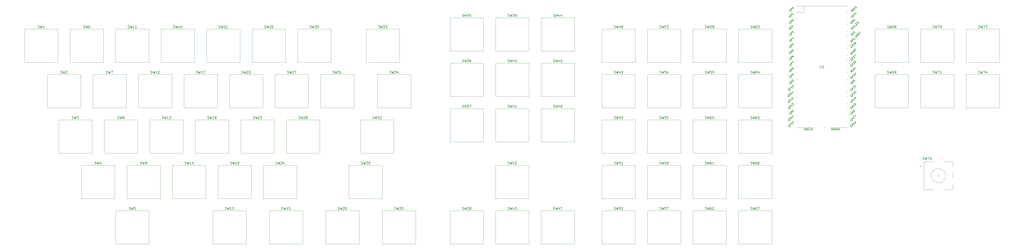
<source format=gbr>
%TF.GenerationSoftware,KiCad,Pcbnew,8.99.0-3334-g98ae574c78*%
%TF.CreationDate,2025-06-08T22:47:57-05:00*%
%TF.ProjectId,CircuitCyboard-Right,43697263-7569-4744-9379-626f6172642d,rev?*%
%TF.SameCoordinates,Original*%
%TF.FileFunction,Legend,Top*%
%TF.FilePolarity,Positive*%
%FSLAX46Y46*%
G04 Gerber Fmt 4.6, Leading zero omitted, Abs format (unit mm)*
G04 Created by KiCad (PCBNEW 8.99.0-3334-g98ae574c78) date 2025-06-08 22:47:57*
%MOMM*%
%LPD*%
G01*
G04 APERTURE LIST*
%ADD10C,0.150000*%
%ADD11C,0.120000*%
G04 APERTURE END LIST*
D10*
X333490576Y-107753200D02*
X333633433Y-107800819D01*
X333633433Y-107800819D02*
X333871528Y-107800819D01*
X333871528Y-107800819D02*
X333966766Y-107753200D01*
X333966766Y-107753200D02*
X334014385Y-107705580D01*
X334014385Y-107705580D02*
X334062004Y-107610342D01*
X334062004Y-107610342D02*
X334062004Y-107515104D01*
X334062004Y-107515104D02*
X334014385Y-107419866D01*
X334014385Y-107419866D02*
X333966766Y-107372247D01*
X333966766Y-107372247D02*
X333871528Y-107324628D01*
X333871528Y-107324628D02*
X333681052Y-107277009D01*
X333681052Y-107277009D02*
X333585814Y-107229390D01*
X333585814Y-107229390D02*
X333538195Y-107181771D01*
X333538195Y-107181771D02*
X333490576Y-107086533D01*
X333490576Y-107086533D02*
X333490576Y-106991295D01*
X333490576Y-106991295D02*
X333538195Y-106896057D01*
X333538195Y-106896057D02*
X333585814Y-106848438D01*
X333585814Y-106848438D02*
X333681052Y-106800819D01*
X333681052Y-106800819D02*
X333919147Y-106800819D01*
X333919147Y-106800819D02*
X334062004Y-106848438D01*
X334395338Y-106800819D02*
X334633433Y-107800819D01*
X334633433Y-107800819D02*
X334823909Y-107086533D01*
X334823909Y-107086533D02*
X335014385Y-107800819D01*
X335014385Y-107800819D02*
X335252481Y-106800819D01*
X336062004Y-106800819D02*
X335871528Y-106800819D01*
X335871528Y-106800819D02*
X335776290Y-106848438D01*
X335776290Y-106848438D02*
X335728671Y-106896057D01*
X335728671Y-106896057D02*
X335633433Y-107038914D01*
X335633433Y-107038914D02*
X335585814Y-107229390D01*
X335585814Y-107229390D02*
X335585814Y-107610342D01*
X335585814Y-107610342D02*
X335633433Y-107705580D01*
X335633433Y-107705580D02*
X335681052Y-107753200D01*
X335681052Y-107753200D02*
X335776290Y-107800819D01*
X335776290Y-107800819D02*
X335966766Y-107800819D01*
X335966766Y-107800819D02*
X336062004Y-107753200D01*
X336062004Y-107753200D02*
X336109623Y-107705580D01*
X336109623Y-107705580D02*
X336157242Y-107610342D01*
X336157242Y-107610342D02*
X336157242Y-107372247D01*
X336157242Y-107372247D02*
X336109623Y-107277009D01*
X336109623Y-107277009D02*
X336062004Y-107229390D01*
X336062004Y-107229390D02*
X335966766Y-107181771D01*
X335966766Y-107181771D02*
X335776290Y-107181771D01*
X335776290Y-107181771D02*
X335681052Y-107229390D01*
X335681052Y-107229390D02*
X335633433Y-107277009D01*
X335633433Y-107277009D02*
X335585814Y-107372247D01*
X336538195Y-106896057D02*
X336585814Y-106848438D01*
X336585814Y-106848438D02*
X336681052Y-106800819D01*
X336681052Y-106800819D02*
X336919147Y-106800819D01*
X336919147Y-106800819D02*
X337014385Y-106848438D01*
X337014385Y-106848438D02*
X337062004Y-106896057D01*
X337062004Y-106896057D02*
X337109623Y-106991295D01*
X337109623Y-106991295D02*
X337109623Y-107086533D01*
X337109623Y-107086533D02*
X337062004Y-107229390D01*
X337062004Y-107229390D02*
X336490576Y-107800819D01*
X336490576Y-107800819D02*
X337109623Y-107800819D01*
X78159167Y-88703200D02*
X78302024Y-88750819D01*
X78302024Y-88750819D02*
X78540119Y-88750819D01*
X78540119Y-88750819D02*
X78635357Y-88703200D01*
X78635357Y-88703200D02*
X78682976Y-88655580D01*
X78682976Y-88655580D02*
X78730595Y-88560342D01*
X78730595Y-88560342D02*
X78730595Y-88465104D01*
X78730595Y-88465104D02*
X78682976Y-88369866D01*
X78682976Y-88369866D02*
X78635357Y-88322247D01*
X78635357Y-88322247D02*
X78540119Y-88274628D01*
X78540119Y-88274628D02*
X78349643Y-88227009D01*
X78349643Y-88227009D02*
X78254405Y-88179390D01*
X78254405Y-88179390D02*
X78206786Y-88131771D01*
X78206786Y-88131771D02*
X78159167Y-88036533D01*
X78159167Y-88036533D02*
X78159167Y-87941295D01*
X78159167Y-87941295D02*
X78206786Y-87846057D01*
X78206786Y-87846057D02*
X78254405Y-87798438D01*
X78254405Y-87798438D02*
X78349643Y-87750819D01*
X78349643Y-87750819D02*
X78587738Y-87750819D01*
X78587738Y-87750819D02*
X78730595Y-87798438D01*
X79063929Y-87750819D02*
X79302024Y-88750819D01*
X79302024Y-88750819D02*
X79492500Y-88036533D01*
X79492500Y-88036533D02*
X79682976Y-88750819D01*
X79682976Y-88750819D02*
X79921072Y-87750819D01*
X80730595Y-88084152D02*
X80730595Y-88750819D01*
X80492500Y-87703200D02*
X80254405Y-88417485D01*
X80254405Y-88417485D02*
X80873452Y-88417485D01*
X231890576Y-45840700D02*
X232033433Y-45888319D01*
X232033433Y-45888319D02*
X232271528Y-45888319D01*
X232271528Y-45888319D02*
X232366766Y-45840700D01*
X232366766Y-45840700D02*
X232414385Y-45793080D01*
X232414385Y-45793080D02*
X232462004Y-45697842D01*
X232462004Y-45697842D02*
X232462004Y-45602604D01*
X232462004Y-45602604D02*
X232414385Y-45507366D01*
X232414385Y-45507366D02*
X232366766Y-45459747D01*
X232366766Y-45459747D02*
X232271528Y-45412128D01*
X232271528Y-45412128D02*
X232081052Y-45364509D01*
X232081052Y-45364509D02*
X231985814Y-45316890D01*
X231985814Y-45316890D02*
X231938195Y-45269271D01*
X231938195Y-45269271D02*
X231890576Y-45174033D01*
X231890576Y-45174033D02*
X231890576Y-45078795D01*
X231890576Y-45078795D02*
X231938195Y-44983557D01*
X231938195Y-44983557D02*
X231985814Y-44935938D01*
X231985814Y-44935938D02*
X232081052Y-44888319D01*
X232081052Y-44888319D02*
X232319147Y-44888319D01*
X232319147Y-44888319D02*
X232462004Y-44935938D01*
X232795338Y-44888319D02*
X233033433Y-45888319D01*
X233033433Y-45888319D02*
X233223909Y-45174033D01*
X233223909Y-45174033D02*
X233414385Y-45888319D01*
X233414385Y-45888319D02*
X233652481Y-44888319D01*
X233938195Y-44888319D02*
X234557242Y-44888319D01*
X234557242Y-44888319D02*
X234223909Y-45269271D01*
X234223909Y-45269271D02*
X234366766Y-45269271D01*
X234366766Y-45269271D02*
X234462004Y-45316890D01*
X234462004Y-45316890D02*
X234509623Y-45364509D01*
X234509623Y-45364509D02*
X234557242Y-45459747D01*
X234557242Y-45459747D02*
X234557242Y-45697842D01*
X234557242Y-45697842D02*
X234509623Y-45793080D01*
X234509623Y-45793080D02*
X234462004Y-45840700D01*
X234462004Y-45840700D02*
X234366766Y-45888319D01*
X234366766Y-45888319D02*
X234081052Y-45888319D01*
X234081052Y-45888319D02*
X233985814Y-45840700D01*
X233985814Y-45840700D02*
X233938195Y-45793080D01*
X235414385Y-44888319D02*
X235223909Y-44888319D01*
X235223909Y-44888319D02*
X235128671Y-44935938D01*
X235128671Y-44935938D02*
X235081052Y-44983557D01*
X235081052Y-44983557D02*
X234985814Y-45126414D01*
X234985814Y-45126414D02*
X234938195Y-45316890D01*
X234938195Y-45316890D02*
X234938195Y-45697842D01*
X234938195Y-45697842D02*
X234985814Y-45793080D01*
X234985814Y-45793080D02*
X235033433Y-45840700D01*
X235033433Y-45840700D02*
X235128671Y-45888319D01*
X235128671Y-45888319D02*
X235319147Y-45888319D01*
X235319147Y-45888319D02*
X235414385Y-45840700D01*
X235414385Y-45840700D02*
X235462004Y-45793080D01*
X235462004Y-45793080D02*
X235509623Y-45697842D01*
X235509623Y-45697842D02*
X235509623Y-45459747D01*
X235509623Y-45459747D02*
X235462004Y-45364509D01*
X235462004Y-45364509D02*
X235414385Y-45316890D01*
X235414385Y-45316890D02*
X235319147Y-45269271D01*
X235319147Y-45269271D02*
X235128671Y-45269271D01*
X235128671Y-45269271D02*
X235033433Y-45316890D01*
X235033433Y-45316890D02*
X234985814Y-45364509D01*
X234985814Y-45364509D02*
X234938195Y-45459747D01*
X269990576Y-107753200D02*
X270133433Y-107800819D01*
X270133433Y-107800819D02*
X270371528Y-107800819D01*
X270371528Y-107800819D02*
X270466766Y-107753200D01*
X270466766Y-107753200D02*
X270514385Y-107705580D01*
X270514385Y-107705580D02*
X270562004Y-107610342D01*
X270562004Y-107610342D02*
X270562004Y-107515104D01*
X270562004Y-107515104D02*
X270514385Y-107419866D01*
X270514385Y-107419866D02*
X270466766Y-107372247D01*
X270466766Y-107372247D02*
X270371528Y-107324628D01*
X270371528Y-107324628D02*
X270181052Y-107277009D01*
X270181052Y-107277009D02*
X270085814Y-107229390D01*
X270085814Y-107229390D02*
X270038195Y-107181771D01*
X270038195Y-107181771D02*
X269990576Y-107086533D01*
X269990576Y-107086533D02*
X269990576Y-106991295D01*
X269990576Y-106991295D02*
X270038195Y-106896057D01*
X270038195Y-106896057D02*
X270085814Y-106848438D01*
X270085814Y-106848438D02*
X270181052Y-106800819D01*
X270181052Y-106800819D02*
X270419147Y-106800819D01*
X270419147Y-106800819D02*
X270562004Y-106848438D01*
X270895338Y-106800819D02*
X271133433Y-107800819D01*
X271133433Y-107800819D02*
X271323909Y-107086533D01*
X271323909Y-107086533D02*
X271514385Y-107800819D01*
X271514385Y-107800819D02*
X271752481Y-106800819D01*
X272562004Y-107134152D02*
X272562004Y-107800819D01*
X272323909Y-106753200D02*
X272085814Y-107467485D01*
X272085814Y-107467485D02*
X272704861Y-107467485D01*
X272990576Y-106800819D02*
X273657242Y-106800819D01*
X273657242Y-106800819D02*
X273228671Y-107800819D01*
X295390576Y-107753200D02*
X295533433Y-107800819D01*
X295533433Y-107800819D02*
X295771528Y-107800819D01*
X295771528Y-107800819D02*
X295866766Y-107753200D01*
X295866766Y-107753200D02*
X295914385Y-107705580D01*
X295914385Y-107705580D02*
X295962004Y-107610342D01*
X295962004Y-107610342D02*
X295962004Y-107515104D01*
X295962004Y-107515104D02*
X295914385Y-107419866D01*
X295914385Y-107419866D02*
X295866766Y-107372247D01*
X295866766Y-107372247D02*
X295771528Y-107324628D01*
X295771528Y-107324628D02*
X295581052Y-107277009D01*
X295581052Y-107277009D02*
X295485814Y-107229390D01*
X295485814Y-107229390D02*
X295438195Y-107181771D01*
X295438195Y-107181771D02*
X295390576Y-107086533D01*
X295390576Y-107086533D02*
X295390576Y-106991295D01*
X295390576Y-106991295D02*
X295438195Y-106896057D01*
X295438195Y-106896057D02*
X295485814Y-106848438D01*
X295485814Y-106848438D02*
X295581052Y-106800819D01*
X295581052Y-106800819D02*
X295819147Y-106800819D01*
X295819147Y-106800819D02*
X295962004Y-106848438D01*
X296295338Y-106800819D02*
X296533433Y-107800819D01*
X296533433Y-107800819D02*
X296723909Y-107086533D01*
X296723909Y-107086533D02*
X296914385Y-107800819D01*
X296914385Y-107800819D02*
X297152481Y-106800819D01*
X298009623Y-106800819D02*
X297533433Y-106800819D01*
X297533433Y-106800819D02*
X297485814Y-107277009D01*
X297485814Y-107277009D02*
X297533433Y-107229390D01*
X297533433Y-107229390D02*
X297628671Y-107181771D01*
X297628671Y-107181771D02*
X297866766Y-107181771D01*
X297866766Y-107181771D02*
X297962004Y-107229390D01*
X297962004Y-107229390D02*
X298009623Y-107277009D01*
X298009623Y-107277009D02*
X298057242Y-107372247D01*
X298057242Y-107372247D02*
X298057242Y-107610342D01*
X298057242Y-107610342D02*
X298009623Y-107705580D01*
X298009623Y-107705580D02*
X297962004Y-107753200D01*
X297962004Y-107753200D02*
X297866766Y-107800819D01*
X297866766Y-107800819D02*
X297628671Y-107800819D01*
X297628671Y-107800819D02*
X297533433Y-107753200D01*
X297533433Y-107753200D02*
X297485814Y-107705580D01*
X298438195Y-106896057D02*
X298485814Y-106848438D01*
X298485814Y-106848438D02*
X298581052Y-106800819D01*
X298581052Y-106800819D02*
X298819147Y-106800819D01*
X298819147Y-106800819D02*
X298914385Y-106848438D01*
X298914385Y-106848438D02*
X298962004Y-106896057D01*
X298962004Y-106896057D02*
X299009623Y-106991295D01*
X299009623Y-106991295D02*
X299009623Y-107086533D01*
X299009623Y-107086533D02*
X298962004Y-107229390D01*
X298962004Y-107229390D02*
X298390576Y-107800819D01*
X298390576Y-107800819D02*
X299009623Y-107800819D01*
X63871667Y-50603200D02*
X64014524Y-50650819D01*
X64014524Y-50650819D02*
X64252619Y-50650819D01*
X64252619Y-50650819D02*
X64347857Y-50603200D01*
X64347857Y-50603200D02*
X64395476Y-50555580D01*
X64395476Y-50555580D02*
X64443095Y-50460342D01*
X64443095Y-50460342D02*
X64443095Y-50365104D01*
X64443095Y-50365104D02*
X64395476Y-50269866D01*
X64395476Y-50269866D02*
X64347857Y-50222247D01*
X64347857Y-50222247D02*
X64252619Y-50174628D01*
X64252619Y-50174628D02*
X64062143Y-50127009D01*
X64062143Y-50127009D02*
X63966905Y-50079390D01*
X63966905Y-50079390D02*
X63919286Y-50031771D01*
X63919286Y-50031771D02*
X63871667Y-49936533D01*
X63871667Y-49936533D02*
X63871667Y-49841295D01*
X63871667Y-49841295D02*
X63919286Y-49746057D01*
X63919286Y-49746057D02*
X63966905Y-49698438D01*
X63966905Y-49698438D02*
X64062143Y-49650819D01*
X64062143Y-49650819D02*
X64300238Y-49650819D01*
X64300238Y-49650819D02*
X64443095Y-49698438D01*
X64776429Y-49650819D02*
X65014524Y-50650819D01*
X65014524Y-50650819D02*
X65205000Y-49936533D01*
X65205000Y-49936533D02*
X65395476Y-50650819D01*
X65395476Y-50650819D02*
X65633572Y-49650819D01*
X65966905Y-49746057D02*
X66014524Y-49698438D01*
X66014524Y-49698438D02*
X66109762Y-49650819D01*
X66109762Y-49650819D02*
X66347857Y-49650819D01*
X66347857Y-49650819D02*
X66443095Y-49698438D01*
X66443095Y-49698438D02*
X66490714Y-49746057D01*
X66490714Y-49746057D02*
X66538333Y-49841295D01*
X66538333Y-49841295D02*
X66538333Y-49936533D01*
X66538333Y-49936533D02*
X66490714Y-50079390D01*
X66490714Y-50079390D02*
X65919286Y-50650819D01*
X65919286Y-50650819D02*
X66538333Y-50650819D01*
X333490576Y-88703200D02*
X333633433Y-88750819D01*
X333633433Y-88750819D02*
X333871528Y-88750819D01*
X333871528Y-88750819D02*
X333966766Y-88703200D01*
X333966766Y-88703200D02*
X334014385Y-88655580D01*
X334014385Y-88655580D02*
X334062004Y-88560342D01*
X334062004Y-88560342D02*
X334062004Y-88465104D01*
X334062004Y-88465104D02*
X334014385Y-88369866D01*
X334014385Y-88369866D02*
X333966766Y-88322247D01*
X333966766Y-88322247D02*
X333871528Y-88274628D01*
X333871528Y-88274628D02*
X333681052Y-88227009D01*
X333681052Y-88227009D02*
X333585814Y-88179390D01*
X333585814Y-88179390D02*
X333538195Y-88131771D01*
X333538195Y-88131771D02*
X333490576Y-88036533D01*
X333490576Y-88036533D02*
X333490576Y-87941295D01*
X333490576Y-87941295D02*
X333538195Y-87846057D01*
X333538195Y-87846057D02*
X333585814Y-87798438D01*
X333585814Y-87798438D02*
X333681052Y-87750819D01*
X333681052Y-87750819D02*
X333919147Y-87750819D01*
X333919147Y-87750819D02*
X334062004Y-87798438D01*
X334395338Y-87750819D02*
X334633433Y-88750819D01*
X334633433Y-88750819D02*
X334823909Y-88036533D01*
X334823909Y-88036533D02*
X335014385Y-88750819D01*
X335014385Y-88750819D02*
X335252481Y-87750819D01*
X336062004Y-87750819D02*
X335871528Y-87750819D01*
X335871528Y-87750819D02*
X335776290Y-87798438D01*
X335776290Y-87798438D02*
X335728671Y-87846057D01*
X335728671Y-87846057D02*
X335633433Y-87988914D01*
X335633433Y-87988914D02*
X335585814Y-88179390D01*
X335585814Y-88179390D02*
X335585814Y-88560342D01*
X335585814Y-88560342D02*
X335633433Y-88655580D01*
X335633433Y-88655580D02*
X335681052Y-88703200D01*
X335681052Y-88703200D02*
X335776290Y-88750819D01*
X335776290Y-88750819D02*
X335966766Y-88750819D01*
X335966766Y-88750819D02*
X336062004Y-88703200D01*
X336062004Y-88703200D02*
X336109623Y-88655580D01*
X336109623Y-88655580D02*
X336157242Y-88560342D01*
X336157242Y-88560342D02*
X336157242Y-88322247D01*
X336157242Y-88322247D02*
X336109623Y-88227009D01*
X336109623Y-88227009D02*
X336062004Y-88179390D01*
X336062004Y-88179390D02*
X335966766Y-88131771D01*
X335966766Y-88131771D02*
X335776290Y-88131771D01*
X335776290Y-88131771D02*
X335681052Y-88179390D01*
X335681052Y-88179390D02*
X335633433Y-88227009D01*
X335633433Y-88227009D02*
X335585814Y-88322247D01*
X337109623Y-88750819D02*
X336538195Y-88750819D01*
X336823909Y-88750819D02*
X336823909Y-87750819D01*
X336823909Y-87750819D02*
X336728671Y-87893676D01*
X336728671Y-87893676D02*
X336633433Y-87988914D01*
X336633433Y-87988914D02*
X336538195Y-88036533D01*
X352540576Y-88703200D02*
X352683433Y-88750819D01*
X352683433Y-88750819D02*
X352921528Y-88750819D01*
X352921528Y-88750819D02*
X353016766Y-88703200D01*
X353016766Y-88703200D02*
X353064385Y-88655580D01*
X353064385Y-88655580D02*
X353112004Y-88560342D01*
X353112004Y-88560342D02*
X353112004Y-88465104D01*
X353112004Y-88465104D02*
X353064385Y-88369866D01*
X353064385Y-88369866D02*
X353016766Y-88322247D01*
X353016766Y-88322247D02*
X352921528Y-88274628D01*
X352921528Y-88274628D02*
X352731052Y-88227009D01*
X352731052Y-88227009D02*
X352635814Y-88179390D01*
X352635814Y-88179390D02*
X352588195Y-88131771D01*
X352588195Y-88131771D02*
X352540576Y-88036533D01*
X352540576Y-88036533D02*
X352540576Y-87941295D01*
X352540576Y-87941295D02*
X352588195Y-87846057D01*
X352588195Y-87846057D02*
X352635814Y-87798438D01*
X352635814Y-87798438D02*
X352731052Y-87750819D01*
X352731052Y-87750819D02*
X352969147Y-87750819D01*
X352969147Y-87750819D02*
X353112004Y-87798438D01*
X353445338Y-87750819D02*
X353683433Y-88750819D01*
X353683433Y-88750819D02*
X353873909Y-88036533D01*
X353873909Y-88036533D02*
X354064385Y-88750819D01*
X354064385Y-88750819D02*
X354302481Y-87750819D01*
X355112004Y-87750819D02*
X354921528Y-87750819D01*
X354921528Y-87750819D02*
X354826290Y-87798438D01*
X354826290Y-87798438D02*
X354778671Y-87846057D01*
X354778671Y-87846057D02*
X354683433Y-87988914D01*
X354683433Y-87988914D02*
X354635814Y-88179390D01*
X354635814Y-88179390D02*
X354635814Y-88560342D01*
X354635814Y-88560342D02*
X354683433Y-88655580D01*
X354683433Y-88655580D02*
X354731052Y-88703200D01*
X354731052Y-88703200D02*
X354826290Y-88750819D01*
X354826290Y-88750819D02*
X355016766Y-88750819D01*
X355016766Y-88750819D02*
X355112004Y-88703200D01*
X355112004Y-88703200D02*
X355159623Y-88655580D01*
X355159623Y-88655580D02*
X355207242Y-88560342D01*
X355207242Y-88560342D02*
X355207242Y-88322247D01*
X355207242Y-88322247D02*
X355159623Y-88227009D01*
X355159623Y-88227009D02*
X355112004Y-88179390D01*
X355112004Y-88179390D02*
X355016766Y-88131771D01*
X355016766Y-88131771D02*
X354826290Y-88131771D01*
X354826290Y-88131771D02*
X354731052Y-88179390D01*
X354731052Y-88179390D02*
X354683433Y-88227009D01*
X354683433Y-88227009D02*
X354635814Y-88322247D01*
X356064385Y-87750819D02*
X355873909Y-87750819D01*
X355873909Y-87750819D02*
X355778671Y-87798438D01*
X355778671Y-87798438D02*
X355731052Y-87846057D01*
X355731052Y-87846057D02*
X355635814Y-87988914D01*
X355635814Y-87988914D02*
X355588195Y-88179390D01*
X355588195Y-88179390D02*
X355588195Y-88560342D01*
X355588195Y-88560342D02*
X355635814Y-88655580D01*
X355635814Y-88655580D02*
X355683433Y-88703200D01*
X355683433Y-88703200D02*
X355778671Y-88750819D01*
X355778671Y-88750819D02*
X355969147Y-88750819D01*
X355969147Y-88750819D02*
X356064385Y-88703200D01*
X356064385Y-88703200D02*
X356112004Y-88655580D01*
X356112004Y-88655580D02*
X356159623Y-88560342D01*
X356159623Y-88560342D02*
X356159623Y-88322247D01*
X356159623Y-88322247D02*
X356112004Y-88227009D01*
X356112004Y-88227009D02*
X356064385Y-88179390D01*
X356064385Y-88179390D02*
X355969147Y-88131771D01*
X355969147Y-88131771D02*
X355778671Y-88131771D01*
X355778671Y-88131771D02*
X355683433Y-88179390D01*
X355683433Y-88179390D02*
X355635814Y-88227009D01*
X355635814Y-88227009D02*
X355588195Y-88322247D01*
X333490576Y-50603200D02*
X333633433Y-50650819D01*
X333633433Y-50650819D02*
X333871528Y-50650819D01*
X333871528Y-50650819D02*
X333966766Y-50603200D01*
X333966766Y-50603200D02*
X334014385Y-50555580D01*
X334014385Y-50555580D02*
X334062004Y-50460342D01*
X334062004Y-50460342D02*
X334062004Y-50365104D01*
X334062004Y-50365104D02*
X334014385Y-50269866D01*
X334014385Y-50269866D02*
X333966766Y-50222247D01*
X333966766Y-50222247D02*
X333871528Y-50174628D01*
X333871528Y-50174628D02*
X333681052Y-50127009D01*
X333681052Y-50127009D02*
X333585814Y-50079390D01*
X333585814Y-50079390D02*
X333538195Y-50031771D01*
X333538195Y-50031771D02*
X333490576Y-49936533D01*
X333490576Y-49936533D02*
X333490576Y-49841295D01*
X333490576Y-49841295D02*
X333538195Y-49746057D01*
X333538195Y-49746057D02*
X333585814Y-49698438D01*
X333585814Y-49698438D02*
X333681052Y-49650819D01*
X333681052Y-49650819D02*
X333919147Y-49650819D01*
X333919147Y-49650819D02*
X334062004Y-49698438D01*
X334395338Y-49650819D02*
X334633433Y-50650819D01*
X334633433Y-50650819D02*
X334823909Y-49936533D01*
X334823909Y-49936533D02*
X335014385Y-50650819D01*
X335014385Y-50650819D02*
X335252481Y-49650819D01*
X336109623Y-49650819D02*
X335633433Y-49650819D01*
X335633433Y-49650819D02*
X335585814Y-50127009D01*
X335585814Y-50127009D02*
X335633433Y-50079390D01*
X335633433Y-50079390D02*
X335728671Y-50031771D01*
X335728671Y-50031771D02*
X335966766Y-50031771D01*
X335966766Y-50031771D02*
X336062004Y-50079390D01*
X336062004Y-50079390D02*
X336109623Y-50127009D01*
X336109623Y-50127009D02*
X336157242Y-50222247D01*
X336157242Y-50222247D02*
X336157242Y-50460342D01*
X336157242Y-50460342D02*
X336109623Y-50555580D01*
X336109623Y-50555580D02*
X336062004Y-50603200D01*
X336062004Y-50603200D02*
X335966766Y-50650819D01*
X335966766Y-50650819D02*
X335728671Y-50650819D01*
X335728671Y-50650819D02*
X335633433Y-50603200D01*
X335633433Y-50603200D02*
X335585814Y-50555580D01*
X336633433Y-50650819D02*
X336823909Y-50650819D01*
X336823909Y-50650819D02*
X336919147Y-50603200D01*
X336919147Y-50603200D02*
X336966766Y-50555580D01*
X336966766Y-50555580D02*
X337062004Y-50412723D01*
X337062004Y-50412723D02*
X337109623Y-50222247D01*
X337109623Y-50222247D02*
X337109623Y-49841295D01*
X337109623Y-49841295D02*
X337062004Y-49746057D01*
X337062004Y-49746057D02*
X337014385Y-49698438D01*
X337014385Y-49698438D02*
X336919147Y-49650819D01*
X336919147Y-49650819D02*
X336728671Y-49650819D01*
X336728671Y-49650819D02*
X336633433Y-49698438D01*
X336633433Y-49698438D02*
X336585814Y-49746057D01*
X336585814Y-49746057D02*
X336538195Y-49841295D01*
X336538195Y-49841295D02*
X336538195Y-50079390D01*
X336538195Y-50079390D02*
X336585814Y-50174628D01*
X336585814Y-50174628D02*
X336633433Y-50222247D01*
X336633433Y-50222247D02*
X336728671Y-50269866D01*
X336728671Y-50269866D02*
X336919147Y-50269866D01*
X336919147Y-50269866D02*
X337014385Y-50222247D01*
X337014385Y-50222247D02*
X337062004Y-50174628D01*
X337062004Y-50174628D02*
X337109623Y-50079390D01*
X250940576Y-26790700D02*
X251083433Y-26838319D01*
X251083433Y-26838319D02*
X251321528Y-26838319D01*
X251321528Y-26838319D02*
X251416766Y-26790700D01*
X251416766Y-26790700D02*
X251464385Y-26743080D01*
X251464385Y-26743080D02*
X251512004Y-26647842D01*
X251512004Y-26647842D02*
X251512004Y-26552604D01*
X251512004Y-26552604D02*
X251464385Y-26457366D01*
X251464385Y-26457366D02*
X251416766Y-26409747D01*
X251416766Y-26409747D02*
X251321528Y-26362128D01*
X251321528Y-26362128D02*
X251131052Y-26314509D01*
X251131052Y-26314509D02*
X251035814Y-26266890D01*
X251035814Y-26266890D02*
X250988195Y-26219271D01*
X250988195Y-26219271D02*
X250940576Y-26124033D01*
X250940576Y-26124033D02*
X250940576Y-26028795D01*
X250940576Y-26028795D02*
X250988195Y-25933557D01*
X250988195Y-25933557D02*
X251035814Y-25885938D01*
X251035814Y-25885938D02*
X251131052Y-25838319D01*
X251131052Y-25838319D02*
X251369147Y-25838319D01*
X251369147Y-25838319D02*
X251512004Y-25885938D01*
X251845338Y-25838319D02*
X252083433Y-26838319D01*
X252083433Y-26838319D02*
X252273909Y-26124033D01*
X252273909Y-26124033D02*
X252464385Y-26838319D01*
X252464385Y-26838319D02*
X252702481Y-25838319D01*
X252988195Y-25838319D02*
X253607242Y-25838319D01*
X253607242Y-25838319D02*
X253273909Y-26219271D01*
X253273909Y-26219271D02*
X253416766Y-26219271D01*
X253416766Y-26219271D02*
X253512004Y-26266890D01*
X253512004Y-26266890D02*
X253559623Y-26314509D01*
X253559623Y-26314509D02*
X253607242Y-26409747D01*
X253607242Y-26409747D02*
X253607242Y-26647842D01*
X253607242Y-26647842D02*
X253559623Y-26743080D01*
X253559623Y-26743080D02*
X253512004Y-26790700D01*
X253512004Y-26790700D02*
X253416766Y-26838319D01*
X253416766Y-26838319D02*
X253131052Y-26838319D01*
X253131052Y-26838319D02*
X253035814Y-26790700D01*
X253035814Y-26790700D02*
X252988195Y-26743080D01*
X254083433Y-26838319D02*
X254273909Y-26838319D01*
X254273909Y-26838319D02*
X254369147Y-26790700D01*
X254369147Y-26790700D02*
X254416766Y-26743080D01*
X254416766Y-26743080D02*
X254512004Y-26600223D01*
X254512004Y-26600223D02*
X254559623Y-26409747D01*
X254559623Y-26409747D02*
X254559623Y-26028795D01*
X254559623Y-26028795D02*
X254512004Y-25933557D01*
X254512004Y-25933557D02*
X254464385Y-25885938D01*
X254464385Y-25885938D02*
X254369147Y-25838319D01*
X254369147Y-25838319D02*
X254178671Y-25838319D01*
X254178671Y-25838319D02*
X254083433Y-25885938D01*
X254083433Y-25885938D02*
X254035814Y-25933557D01*
X254035814Y-25933557D02*
X253988195Y-26028795D01*
X253988195Y-26028795D02*
X253988195Y-26266890D01*
X253988195Y-26266890D02*
X254035814Y-26362128D01*
X254035814Y-26362128D02*
X254083433Y-26409747D01*
X254083433Y-26409747D02*
X254178671Y-26457366D01*
X254178671Y-26457366D02*
X254369147Y-26457366D01*
X254369147Y-26457366D02*
X254464385Y-26409747D01*
X254464385Y-26409747D02*
X254512004Y-26362128D01*
X254512004Y-26362128D02*
X254559623Y-26266890D01*
X424555576Y-86797200D02*
X424698433Y-86844819D01*
X424698433Y-86844819D02*
X424936528Y-86844819D01*
X424936528Y-86844819D02*
X425031766Y-86797200D01*
X425031766Y-86797200D02*
X425079385Y-86749580D01*
X425079385Y-86749580D02*
X425127004Y-86654342D01*
X425127004Y-86654342D02*
X425127004Y-86559104D01*
X425127004Y-86559104D02*
X425079385Y-86463866D01*
X425079385Y-86463866D02*
X425031766Y-86416247D01*
X425031766Y-86416247D02*
X424936528Y-86368628D01*
X424936528Y-86368628D02*
X424746052Y-86321009D01*
X424746052Y-86321009D02*
X424650814Y-86273390D01*
X424650814Y-86273390D02*
X424603195Y-86225771D01*
X424603195Y-86225771D02*
X424555576Y-86130533D01*
X424555576Y-86130533D02*
X424555576Y-86035295D01*
X424555576Y-86035295D02*
X424603195Y-85940057D01*
X424603195Y-85940057D02*
X424650814Y-85892438D01*
X424650814Y-85892438D02*
X424746052Y-85844819D01*
X424746052Y-85844819D02*
X424984147Y-85844819D01*
X424984147Y-85844819D02*
X425127004Y-85892438D01*
X425460338Y-85844819D02*
X425698433Y-86844819D01*
X425698433Y-86844819D02*
X425888909Y-86130533D01*
X425888909Y-86130533D02*
X426079385Y-86844819D01*
X426079385Y-86844819D02*
X426317481Y-85844819D01*
X426603195Y-85844819D02*
X427269861Y-85844819D01*
X427269861Y-85844819D02*
X426841290Y-86844819D01*
X427603195Y-85940057D02*
X427650814Y-85892438D01*
X427650814Y-85892438D02*
X427746052Y-85844819D01*
X427746052Y-85844819D02*
X427984147Y-85844819D01*
X427984147Y-85844819D02*
X428079385Y-85892438D01*
X428079385Y-85892438D02*
X428127004Y-85940057D01*
X428127004Y-85940057D02*
X428174623Y-86035295D01*
X428174623Y-86035295D02*
X428174623Y-86130533D01*
X428174623Y-86130533D02*
X428127004Y-86273390D01*
X428127004Y-86273390D02*
X427555576Y-86844819D01*
X427555576Y-86844819D02*
X428174623Y-86844819D01*
X250940576Y-64890700D02*
X251083433Y-64938319D01*
X251083433Y-64938319D02*
X251321528Y-64938319D01*
X251321528Y-64938319D02*
X251416766Y-64890700D01*
X251416766Y-64890700D02*
X251464385Y-64843080D01*
X251464385Y-64843080D02*
X251512004Y-64747842D01*
X251512004Y-64747842D02*
X251512004Y-64652604D01*
X251512004Y-64652604D02*
X251464385Y-64557366D01*
X251464385Y-64557366D02*
X251416766Y-64509747D01*
X251416766Y-64509747D02*
X251321528Y-64462128D01*
X251321528Y-64462128D02*
X251131052Y-64414509D01*
X251131052Y-64414509D02*
X251035814Y-64366890D01*
X251035814Y-64366890D02*
X250988195Y-64319271D01*
X250988195Y-64319271D02*
X250940576Y-64224033D01*
X250940576Y-64224033D02*
X250940576Y-64128795D01*
X250940576Y-64128795D02*
X250988195Y-64033557D01*
X250988195Y-64033557D02*
X251035814Y-63985938D01*
X251035814Y-63985938D02*
X251131052Y-63938319D01*
X251131052Y-63938319D02*
X251369147Y-63938319D01*
X251369147Y-63938319D02*
X251512004Y-63985938D01*
X251845338Y-63938319D02*
X252083433Y-64938319D01*
X252083433Y-64938319D02*
X252273909Y-64224033D01*
X252273909Y-64224033D02*
X252464385Y-64938319D01*
X252464385Y-64938319D02*
X252702481Y-63938319D01*
X253512004Y-64271652D02*
X253512004Y-64938319D01*
X253273909Y-63890700D02*
X253035814Y-64604985D01*
X253035814Y-64604985D02*
X253654861Y-64604985D01*
X254559623Y-64938319D02*
X253988195Y-64938319D01*
X254273909Y-64938319D02*
X254273909Y-63938319D01*
X254273909Y-63938319D02*
X254178671Y-64081176D01*
X254178671Y-64081176D02*
X254083433Y-64176414D01*
X254083433Y-64176414D02*
X253988195Y-64224033D01*
X158645476Y-50603200D02*
X158788333Y-50650819D01*
X158788333Y-50650819D02*
X159026428Y-50650819D01*
X159026428Y-50650819D02*
X159121666Y-50603200D01*
X159121666Y-50603200D02*
X159169285Y-50555580D01*
X159169285Y-50555580D02*
X159216904Y-50460342D01*
X159216904Y-50460342D02*
X159216904Y-50365104D01*
X159216904Y-50365104D02*
X159169285Y-50269866D01*
X159169285Y-50269866D02*
X159121666Y-50222247D01*
X159121666Y-50222247D02*
X159026428Y-50174628D01*
X159026428Y-50174628D02*
X158835952Y-50127009D01*
X158835952Y-50127009D02*
X158740714Y-50079390D01*
X158740714Y-50079390D02*
X158693095Y-50031771D01*
X158693095Y-50031771D02*
X158645476Y-49936533D01*
X158645476Y-49936533D02*
X158645476Y-49841295D01*
X158645476Y-49841295D02*
X158693095Y-49746057D01*
X158693095Y-49746057D02*
X158740714Y-49698438D01*
X158740714Y-49698438D02*
X158835952Y-49650819D01*
X158835952Y-49650819D02*
X159074047Y-49650819D01*
X159074047Y-49650819D02*
X159216904Y-49698438D01*
X159550238Y-49650819D02*
X159788333Y-50650819D01*
X159788333Y-50650819D02*
X159978809Y-49936533D01*
X159978809Y-49936533D02*
X160169285Y-50650819D01*
X160169285Y-50650819D02*
X160407381Y-49650819D01*
X160740714Y-49746057D02*
X160788333Y-49698438D01*
X160788333Y-49698438D02*
X160883571Y-49650819D01*
X160883571Y-49650819D02*
X161121666Y-49650819D01*
X161121666Y-49650819D02*
X161216904Y-49698438D01*
X161216904Y-49698438D02*
X161264523Y-49746057D01*
X161264523Y-49746057D02*
X161312142Y-49841295D01*
X161312142Y-49841295D02*
X161312142Y-49936533D01*
X161312142Y-49936533D02*
X161264523Y-50079390D01*
X161264523Y-50079390D02*
X160693095Y-50650819D01*
X160693095Y-50650819D02*
X161312142Y-50650819D01*
X161645476Y-49650819D02*
X162312142Y-49650819D01*
X162312142Y-49650819D02*
X161883571Y-50650819D01*
X54346667Y-31553200D02*
X54489524Y-31600819D01*
X54489524Y-31600819D02*
X54727619Y-31600819D01*
X54727619Y-31600819D02*
X54822857Y-31553200D01*
X54822857Y-31553200D02*
X54870476Y-31505580D01*
X54870476Y-31505580D02*
X54918095Y-31410342D01*
X54918095Y-31410342D02*
X54918095Y-31315104D01*
X54918095Y-31315104D02*
X54870476Y-31219866D01*
X54870476Y-31219866D02*
X54822857Y-31172247D01*
X54822857Y-31172247D02*
X54727619Y-31124628D01*
X54727619Y-31124628D02*
X54537143Y-31077009D01*
X54537143Y-31077009D02*
X54441905Y-31029390D01*
X54441905Y-31029390D02*
X54394286Y-30981771D01*
X54394286Y-30981771D02*
X54346667Y-30886533D01*
X54346667Y-30886533D02*
X54346667Y-30791295D01*
X54346667Y-30791295D02*
X54394286Y-30696057D01*
X54394286Y-30696057D02*
X54441905Y-30648438D01*
X54441905Y-30648438D02*
X54537143Y-30600819D01*
X54537143Y-30600819D02*
X54775238Y-30600819D01*
X54775238Y-30600819D02*
X54918095Y-30648438D01*
X55251429Y-30600819D02*
X55489524Y-31600819D01*
X55489524Y-31600819D02*
X55680000Y-30886533D01*
X55680000Y-30886533D02*
X55870476Y-31600819D01*
X55870476Y-31600819D02*
X56108572Y-30600819D01*
X57013333Y-31600819D02*
X56441905Y-31600819D01*
X56727619Y-31600819D02*
X56727619Y-30600819D01*
X56727619Y-30600819D02*
X56632381Y-30743676D01*
X56632381Y-30743676D02*
X56537143Y-30838914D01*
X56537143Y-30838914D02*
X56441905Y-30886533D01*
X97209167Y-88703200D02*
X97352024Y-88750819D01*
X97352024Y-88750819D02*
X97590119Y-88750819D01*
X97590119Y-88750819D02*
X97685357Y-88703200D01*
X97685357Y-88703200D02*
X97732976Y-88655580D01*
X97732976Y-88655580D02*
X97780595Y-88560342D01*
X97780595Y-88560342D02*
X97780595Y-88465104D01*
X97780595Y-88465104D02*
X97732976Y-88369866D01*
X97732976Y-88369866D02*
X97685357Y-88322247D01*
X97685357Y-88322247D02*
X97590119Y-88274628D01*
X97590119Y-88274628D02*
X97399643Y-88227009D01*
X97399643Y-88227009D02*
X97304405Y-88179390D01*
X97304405Y-88179390D02*
X97256786Y-88131771D01*
X97256786Y-88131771D02*
X97209167Y-88036533D01*
X97209167Y-88036533D02*
X97209167Y-87941295D01*
X97209167Y-87941295D02*
X97256786Y-87846057D01*
X97256786Y-87846057D02*
X97304405Y-87798438D01*
X97304405Y-87798438D02*
X97399643Y-87750819D01*
X97399643Y-87750819D02*
X97637738Y-87750819D01*
X97637738Y-87750819D02*
X97780595Y-87798438D01*
X98113929Y-87750819D02*
X98352024Y-88750819D01*
X98352024Y-88750819D02*
X98542500Y-88036533D01*
X98542500Y-88036533D02*
X98732976Y-88750819D01*
X98732976Y-88750819D02*
X98971072Y-87750819D01*
X99399643Y-88750819D02*
X99590119Y-88750819D01*
X99590119Y-88750819D02*
X99685357Y-88703200D01*
X99685357Y-88703200D02*
X99732976Y-88655580D01*
X99732976Y-88655580D02*
X99828214Y-88512723D01*
X99828214Y-88512723D02*
X99875833Y-88322247D01*
X99875833Y-88322247D02*
X99875833Y-87941295D01*
X99875833Y-87941295D02*
X99828214Y-87846057D01*
X99828214Y-87846057D02*
X99780595Y-87798438D01*
X99780595Y-87798438D02*
X99685357Y-87750819D01*
X99685357Y-87750819D02*
X99494881Y-87750819D01*
X99494881Y-87750819D02*
X99399643Y-87798438D01*
X99399643Y-87798438D02*
X99352024Y-87846057D01*
X99352024Y-87846057D02*
X99304405Y-87941295D01*
X99304405Y-87941295D02*
X99304405Y-88179390D01*
X99304405Y-88179390D02*
X99352024Y-88274628D01*
X99352024Y-88274628D02*
X99399643Y-88322247D01*
X99399643Y-88322247D02*
X99494881Y-88369866D01*
X99494881Y-88369866D02*
X99685357Y-88369866D01*
X99685357Y-88369866D02*
X99780595Y-88322247D01*
X99780595Y-88322247D02*
X99828214Y-88274628D01*
X99828214Y-88274628D02*
X99875833Y-88179390D01*
X134832976Y-88703200D02*
X134975833Y-88750819D01*
X134975833Y-88750819D02*
X135213928Y-88750819D01*
X135213928Y-88750819D02*
X135309166Y-88703200D01*
X135309166Y-88703200D02*
X135356785Y-88655580D01*
X135356785Y-88655580D02*
X135404404Y-88560342D01*
X135404404Y-88560342D02*
X135404404Y-88465104D01*
X135404404Y-88465104D02*
X135356785Y-88369866D01*
X135356785Y-88369866D02*
X135309166Y-88322247D01*
X135309166Y-88322247D02*
X135213928Y-88274628D01*
X135213928Y-88274628D02*
X135023452Y-88227009D01*
X135023452Y-88227009D02*
X134928214Y-88179390D01*
X134928214Y-88179390D02*
X134880595Y-88131771D01*
X134880595Y-88131771D02*
X134832976Y-88036533D01*
X134832976Y-88036533D02*
X134832976Y-87941295D01*
X134832976Y-87941295D02*
X134880595Y-87846057D01*
X134880595Y-87846057D02*
X134928214Y-87798438D01*
X134928214Y-87798438D02*
X135023452Y-87750819D01*
X135023452Y-87750819D02*
X135261547Y-87750819D01*
X135261547Y-87750819D02*
X135404404Y-87798438D01*
X135737738Y-87750819D02*
X135975833Y-88750819D01*
X135975833Y-88750819D02*
X136166309Y-88036533D01*
X136166309Y-88036533D02*
X136356785Y-88750819D01*
X136356785Y-88750819D02*
X136594881Y-87750819D01*
X137499642Y-88750819D02*
X136928214Y-88750819D01*
X137213928Y-88750819D02*
X137213928Y-87750819D01*
X137213928Y-87750819D02*
X137118690Y-87893676D01*
X137118690Y-87893676D02*
X137023452Y-87988914D01*
X137023452Y-87988914D02*
X136928214Y-88036533D01*
X137975833Y-88750819D02*
X138166309Y-88750819D01*
X138166309Y-88750819D02*
X138261547Y-88703200D01*
X138261547Y-88703200D02*
X138309166Y-88655580D01*
X138309166Y-88655580D02*
X138404404Y-88512723D01*
X138404404Y-88512723D02*
X138452023Y-88322247D01*
X138452023Y-88322247D02*
X138452023Y-87941295D01*
X138452023Y-87941295D02*
X138404404Y-87846057D01*
X138404404Y-87846057D02*
X138356785Y-87798438D01*
X138356785Y-87798438D02*
X138261547Y-87750819D01*
X138261547Y-87750819D02*
X138071071Y-87750819D01*
X138071071Y-87750819D02*
X137975833Y-87798438D01*
X137975833Y-87798438D02*
X137928214Y-87846057D01*
X137928214Y-87846057D02*
X137880595Y-87941295D01*
X137880595Y-87941295D02*
X137880595Y-88179390D01*
X137880595Y-88179390D02*
X137928214Y-88274628D01*
X137928214Y-88274628D02*
X137975833Y-88322247D01*
X137975833Y-88322247D02*
X138071071Y-88369866D01*
X138071071Y-88369866D02*
X138261547Y-88369866D01*
X138261547Y-88369866D02*
X138356785Y-88322247D01*
X138356785Y-88322247D02*
X138404404Y-88274628D01*
X138404404Y-88274628D02*
X138452023Y-88179390D01*
X314440576Y-31553200D02*
X314583433Y-31600819D01*
X314583433Y-31600819D02*
X314821528Y-31600819D01*
X314821528Y-31600819D02*
X314916766Y-31553200D01*
X314916766Y-31553200D02*
X314964385Y-31505580D01*
X314964385Y-31505580D02*
X315012004Y-31410342D01*
X315012004Y-31410342D02*
X315012004Y-31315104D01*
X315012004Y-31315104D02*
X314964385Y-31219866D01*
X314964385Y-31219866D02*
X314916766Y-31172247D01*
X314916766Y-31172247D02*
X314821528Y-31124628D01*
X314821528Y-31124628D02*
X314631052Y-31077009D01*
X314631052Y-31077009D02*
X314535814Y-31029390D01*
X314535814Y-31029390D02*
X314488195Y-30981771D01*
X314488195Y-30981771D02*
X314440576Y-30886533D01*
X314440576Y-30886533D02*
X314440576Y-30791295D01*
X314440576Y-30791295D02*
X314488195Y-30696057D01*
X314488195Y-30696057D02*
X314535814Y-30648438D01*
X314535814Y-30648438D02*
X314631052Y-30600819D01*
X314631052Y-30600819D02*
X314869147Y-30600819D01*
X314869147Y-30600819D02*
X315012004Y-30648438D01*
X315345338Y-30600819D02*
X315583433Y-31600819D01*
X315583433Y-31600819D02*
X315773909Y-30886533D01*
X315773909Y-30886533D02*
X315964385Y-31600819D01*
X315964385Y-31600819D02*
X316202481Y-30600819D01*
X317059623Y-30600819D02*
X316583433Y-30600819D01*
X316583433Y-30600819D02*
X316535814Y-31077009D01*
X316535814Y-31077009D02*
X316583433Y-31029390D01*
X316583433Y-31029390D02*
X316678671Y-30981771D01*
X316678671Y-30981771D02*
X316916766Y-30981771D01*
X316916766Y-30981771D02*
X317012004Y-31029390D01*
X317012004Y-31029390D02*
X317059623Y-31077009D01*
X317059623Y-31077009D02*
X317107242Y-31172247D01*
X317107242Y-31172247D02*
X317107242Y-31410342D01*
X317107242Y-31410342D02*
X317059623Y-31505580D01*
X317059623Y-31505580D02*
X317012004Y-31553200D01*
X317012004Y-31553200D02*
X316916766Y-31600819D01*
X316916766Y-31600819D02*
X316678671Y-31600819D01*
X316678671Y-31600819D02*
X316583433Y-31553200D01*
X316583433Y-31553200D02*
X316535814Y-31505580D01*
X317440576Y-30600819D02*
X318059623Y-30600819D01*
X318059623Y-30600819D02*
X317726290Y-30981771D01*
X317726290Y-30981771D02*
X317869147Y-30981771D01*
X317869147Y-30981771D02*
X317964385Y-31029390D01*
X317964385Y-31029390D02*
X318012004Y-31077009D01*
X318012004Y-31077009D02*
X318059623Y-31172247D01*
X318059623Y-31172247D02*
X318059623Y-31410342D01*
X318059623Y-31410342D02*
X318012004Y-31505580D01*
X318012004Y-31505580D02*
X317964385Y-31553200D01*
X317964385Y-31553200D02*
X317869147Y-31600819D01*
X317869147Y-31600819D02*
X317583433Y-31600819D01*
X317583433Y-31600819D02*
X317488195Y-31553200D01*
X317488195Y-31553200D02*
X317440576Y-31505580D01*
X149120476Y-31553200D02*
X149263333Y-31600819D01*
X149263333Y-31600819D02*
X149501428Y-31600819D01*
X149501428Y-31600819D02*
X149596666Y-31553200D01*
X149596666Y-31553200D02*
X149644285Y-31505580D01*
X149644285Y-31505580D02*
X149691904Y-31410342D01*
X149691904Y-31410342D02*
X149691904Y-31315104D01*
X149691904Y-31315104D02*
X149644285Y-31219866D01*
X149644285Y-31219866D02*
X149596666Y-31172247D01*
X149596666Y-31172247D02*
X149501428Y-31124628D01*
X149501428Y-31124628D02*
X149310952Y-31077009D01*
X149310952Y-31077009D02*
X149215714Y-31029390D01*
X149215714Y-31029390D02*
X149168095Y-30981771D01*
X149168095Y-30981771D02*
X149120476Y-30886533D01*
X149120476Y-30886533D02*
X149120476Y-30791295D01*
X149120476Y-30791295D02*
X149168095Y-30696057D01*
X149168095Y-30696057D02*
X149215714Y-30648438D01*
X149215714Y-30648438D02*
X149310952Y-30600819D01*
X149310952Y-30600819D02*
X149549047Y-30600819D01*
X149549047Y-30600819D02*
X149691904Y-30648438D01*
X150025238Y-30600819D02*
X150263333Y-31600819D01*
X150263333Y-31600819D02*
X150453809Y-30886533D01*
X150453809Y-30886533D02*
X150644285Y-31600819D01*
X150644285Y-31600819D02*
X150882381Y-30600819D01*
X151215714Y-30696057D02*
X151263333Y-30648438D01*
X151263333Y-30648438D02*
X151358571Y-30600819D01*
X151358571Y-30600819D02*
X151596666Y-30600819D01*
X151596666Y-30600819D02*
X151691904Y-30648438D01*
X151691904Y-30648438D02*
X151739523Y-30696057D01*
X151739523Y-30696057D02*
X151787142Y-30791295D01*
X151787142Y-30791295D02*
X151787142Y-30886533D01*
X151787142Y-30886533D02*
X151739523Y-31029390D01*
X151739523Y-31029390D02*
X151168095Y-31600819D01*
X151168095Y-31600819D02*
X151787142Y-31600819D01*
X152644285Y-30600819D02*
X152453809Y-30600819D01*
X152453809Y-30600819D02*
X152358571Y-30648438D01*
X152358571Y-30648438D02*
X152310952Y-30696057D01*
X152310952Y-30696057D02*
X152215714Y-30838914D01*
X152215714Y-30838914D02*
X152168095Y-31029390D01*
X152168095Y-31029390D02*
X152168095Y-31410342D01*
X152168095Y-31410342D02*
X152215714Y-31505580D01*
X152215714Y-31505580D02*
X152263333Y-31553200D01*
X152263333Y-31553200D02*
X152358571Y-31600819D01*
X152358571Y-31600819D02*
X152549047Y-31600819D01*
X152549047Y-31600819D02*
X152644285Y-31553200D01*
X152644285Y-31553200D02*
X152691904Y-31505580D01*
X152691904Y-31505580D02*
X152739523Y-31410342D01*
X152739523Y-31410342D02*
X152739523Y-31172247D01*
X152739523Y-31172247D02*
X152691904Y-31077009D01*
X152691904Y-31077009D02*
X152644285Y-31029390D01*
X152644285Y-31029390D02*
X152549047Y-30981771D01*
X152549047Y-30981771D02*
X152358571Y-30981771D01*
X152358571Y-30981771D02*
X152263333Y-31029390D01*
X152263333Y-31029390D02*
X152215714Y-31077009D01*
X152215714Y-31077009D02*
X152168095Y-31172247D01*
X314440576Y-50603200D02*
X314583433Y-50650819D01*
X314583433Y-50650819D02*
X314821528Y-50650819D01*
X314821528Y-50650819D02*
X314916766Y-50603200D01*
X314916766Y-50603200D02*
X314964385Y-50555580D01*
X314964385Y-50555580D02*
X315012004Y-50460342D01*
X315012004Y-50460342D02*
X315012004Y-50365104D01*
X315012004Y-50365104D02*
X314964385Y-50269866D01*
X314964385Y-50269866D02*
X314916766Y-50222247D01*
X314916766Y-50222247D02*
X314821528Y-50174628D01*
X314821528Y-50174628D02*
X314631052Y-50127009D01*
X314631052Y-50127009D02*
X314535814Y-50079390D01*
X314535814Y-50079390D02*
X314488195Y-50031771D01*
X314488195Y-50031771D02*
X314440576Y-49936533D01*
X314440576Y-49936533D02*
X314440576Y-49841295D01*
X314440576Y-49841295D02*
X314488195Y-49746057D01*
X314488195Y-49746057D02*
X314535814Y-49698438D01*
X314535814Y-49698438D02*
X314631052Y-49650819D01*
X314631052Y-49650819D02*
X314869147Y-49650819D01*
X314869147Y-49650819D02*
X315012004Y-49698438D01*
X315345338Y-49650819D02*
X315583433Y-50650819D01*
X315583433Y-50650819D02*
X315773909Y-49936533D01*
X315773909Y-49936533D02*
X315964385Y-50650819D01*
X315964385Y-50650819D02*
X316202481Y-49650819D01*
X317059623Y-49650819D02*
X316583433Y-49650819D01*
X316583433Y-49650819D02*
X316535814Y-50127009D01*
X316535814Y-50127009D02*
X316583433Y-50079390D01*
X316583433Y-50079390D02*
X316678671Y-50031771D01*
X316678671Y-50031771D02*
X316916766Y-50031771D01*
X316916766Y-50031771D02*
X317012004Y-50079390D01*
X317012004Y-50079390D02*
X317059623Y-50127009D01*
X317059623Y-50127009D02*
X317107242Y-50222247D01*
X317107242Y-50222247D02*
X317107242Y-50460342D01*
X317107242Y-50460342D02*
X317059623Y-50555580D01*
X317059623Y-50555580D02*
X317012004Y-50603200D01*
X317012004Y-50603200D02*
X316916766Y-50650819D01*
X316916766Y-50650819D02*
X316678671Y-50650819D01*
X316678671Y-50650819D02*
X316583433Y-50603200D01*
X316583433Y-50603200D02*
X316535814Y-50555580D01*
X317964385Y-49984152D02*
X317964385Y-50650819D01*
X317726290Y-49603200D02*
X317488195Y-50317485D01*
X317488195Y-50317485D02*
X318107242Y-50317485D01*
X409690576Y-50603200D02*
X409833433Y-50650819D01*
X409833433Y-50650819D02*
X410071528Y-50650819D01*
X410071528Y-50650819D02*
X410166766Y-50603200D01*
X410166766Y-50603200D02*
X410214385Y-50555580D01*
X410214385Y-50555580D02*
X410262004Y-50460342D01*
X410262004Y-50460342D02*
X410262004Y-50365104D01*
X410262004Y-50365104D02*
X410214385Y-50269866D01*
X410214385Y-50269866D02*
X410166766Y-50222247D01*
X410166766Y-50222247D02*
X410071528Y-50174628D01*
X410071528Y-50174628D02*
X409881052Y-50127009D01*
X409881052Y-50127009D02*
X409785814Y-50079390D01*
X409785814Y-50079390D02*
X409738195Y-50031771D01*
X409738195Y-50031771D02*
X409690576Y-49936533D01*
X409690576Y-49936533D02*
X409690576Y-49841295D01*
X409690576Y-49841295D02*
X409738195Y-49746057D01*
X409738195Y-49746057D02*
X409785814Y-49698438D01*
X409785814Y-49698438D02*
X409881052Y-49650819D01*
X409881052Y-49650819D02*
X410119147Y-49650819D01*
X410119147Y-49650819D02*
X410262004Y-49698438D01*
X410595338Y-49650819D02*
X410833433Y-50650819D01*
X410833433Y-50650819D02*
X411023909Y-49936533D01*
X411023909Y-49936533D02*
X411214385Y-50650819D01*
X411214385Y-50650819D02*
X411452481Y-49650819D01*
X412262004Y-49650819D02*
X412071528Y-49650819D01*
X412071528Y-49650819D02*
X411976290Y-49698438D01*
X411976290Y-49698438D02*
X411928671Y-49746057D01*
X411928671Y-49746057D02*
X411833433Y-49888914D01*
X411833433Y-49888914D02*
X411785814Y-50079390D01*
X411785814Y-50079390D02*
X411785814Y-50460342D01*
X411785814Y-50460342D02*
X411833433Y-50555580D01*
X411833433Y-50555580D02*
X411881052Y-50603200D01*
X411881052Y-50603200D02*
X411976290Y-50650819D01*
X411976290Y-50650819D02*
X412166766Y-50650819D01*
X412166766Y-50650819D02*
X412262004Y-50603200D01*
X412262004Y-50603200D02*
X412309623Y-50555580D01*
X412309623Y-50555580D02*
X412357242Y-50460342D01*
X412357242Y-50460342D02*
X412357242Y-50222247D01*
X412357242Y-50222247D02*
X412309623Y-50127009D01*
X412309623Y-50127009D02*
X412262004Y-50079390D01*
X412262004Y-50079390D02*
X412166766Y-50031771D01*
X412166766Y-50031771D02*
X411976290Y-50031771D01*
X411976290Y-50031771D02*
X411881052Y-50079390D01*
X411881052Y-50079390D02*
X411833433Y-50127009D01*
X411833433Y-50127009D02*
X411785814Y-50222247D01*
X412833433Y-50650819D02*
X413023909Y-50650819D01*
X413023909Y-50650819D02*
X413119147Y-50603200D01*
X413119147Y-50603200D02*
X413166766Y-50555580D01*
X413166766Y-50555580D02*
X413262004Y-50412723D01*
X413262004Y-50412723D02*
X413309623Y-50222247D01*
X413309623Y-50222247D02*
X413309623Y-49841295D01*
X413309623Y-49841295D02*
X413262004Y-49746057D01*
X413262004Y-49746057D02*
X413214385Y-49698438D01*
X413214385Y-49698438D02*
X413119147Y-49650819D01*
X413119147Y-49650819D02*
X412928671Y-49650819D01*
X412928671Y-49650819D02*
X412833433Y-49698438D01*
X412833433Y-49698438D02*
X412785814Y-49746057D01*
X412785814Y-49746057D02*
X412738195Y-49841295D01*
X412738195Y-49841295D02*
X412738195Y-50079390D01*
X412738195Y-50079390D02*
X412785814Y-50174628D01*
X412785814Y-50174628D02*
X412833433Y-50222247D01*
X412833433Y-50222247D02*
X412928671Y-50269866D01*
X412928671Y-50269866D02*
X413119147Y-50269866D01*
X413119147Y-50269866D02*
X413214385Y-50222247D01*
X413214385Y-50222247D02*
X413262004Y-50174628D01*
X413262004Y-50174628D02*
X413309623Y-50079390D01*
X231890576Y-26790700D02*
X232033433Y-26838319D01*
X232033433Y-26838319D02*
X232271528Y-26838319D01*
X232271528Y-26838319D02*
X232366766Y-26790700D01*
X232366766Y-26790700D02*
X232414385Y-26743080D01*
X232414385Y-26743080D02*
X232462004Y-26647842D01*
X232462004Y-26647842D02*
X232462004Y-26552604D01*
X232462004Y-26552604D02*
X232414385Y-26457366D01*
X232414385Y-26457366D02*
X232366766Y-26409747D01*
X232366766Y-26409747D02*
X232271528Y-26362128D01*
X232271528Y-26362128D02*
X232081052Y-26314509D01*
X232081052Y-26314509D02*
X231985814Y-26266890D01*
X231985814Y-26266890D02*
X231938195Y-26219271D01*
X231938195Y-26219271D02*
X231890576Y-26124033D01*
X231890576Y-26124033D02*
X231890576Y-26028795D01*
X231890576Y-26028795D02*
X231938195Y-25933557D01*
X231938195Y-25933557D02*
X231985814Y-25885938D01*
X231985814Y-25885938D02*
X232081052Y-25838319D01*
X232081052Y-25838319D02*
X232319147Y-25838319D01*
X232319147Y-25838319D02*
X232462004Y-25885938D01*
X232795338Y-25838319D02*
X233033433Y-26838319D01*
X233033433Y-26838319D02*
X233223909Y-26124033D01*
X233223909Y-26124033D02*
X233414385Y-26838319D01*
X233414385Y-26838319D02*
X233652481Y-25838319D01*
X233938195Y-25838319D02*
X234557242Y-25838319D01*
X234557242Y-25838319D02*
X234223909Y-26219271D01*
X234223909Y-26219271D02*
X234366766Y-26219271D01*
X234366766Y-26219271D02*
X234462004Y-26266890D01*
X234462004Y-26266890D02*
X234509623Y-26314509D01*
X234509623Y-26314509D02*
X234557242Y-26409747D01*
X234557242Y-26409747D02*
X234557242Y-26647842D01*
X234557242Y-26647842D02*
X234509623Y-26743080D01*
X234509623Y-26743080D02*
X234462004Y-26790700D01*
X234462004Y-26790700D02*
X234366766Y-26838319D01*
X234366766Y-26838319D02*
X234081052Y-26838319D01*
X234081052Y-26838319D02*
X233985814Y-26790700D01*
X233985814Y-26790700D02*
X233938195Y-26743080D01*
X235462004Y-25838319D02*
X234985814Y-25838319D01*
X234985814Y-25838319D02*
X234938195Y-26314509D01*
X234938195Y-26314509D02*
X234985814Y-26266890D01*
X234985814Y-26266890D02*
X235081052Y-26219271D01*
X235081052Y-26219271D02*
X235319147Y-26219271D01*
X235319147Y-26219271D02*
X235414385Y-26266890D01*
X235414385Y-26266890D02*
X235462004Y-26314509D01*
X235462004Y-26314509D02*
X235509623Y-26409747D01*
X235509623Y-26409747D02*
X235509623Y-26647842D01*
X235509623Y-26647842D02*
X235462004Y-26743080D01*
X235462004Y-26743080D02*
X235414385Y-26790700D01*
X235414385Y-26790700D02*
X235319147Y-26838319D01*
X235319147Y-26838319D02*
X235081052Y-26838319D01*
X235081052Y-26838319D02*
X234985814Y-26790700D01*
X234985814Y-26790700D02*
X234938195Y-26743080D01*
X295390576Y-31553200D02*
X295533433Y-31600819D01*
X295533433Y-31600819D02*
X295771528Y-31600819D01*
X295771528Y-31600819D02*
X295866766Y-31553200D01*
X295866766Y-31553200D02*
X295914385Y-31505580D01*
X295914385Y-31505580D02*
X295962004Y-31410342D01*
X295962004Y-31410342D02*
X295962004Y-31315104D01*
X295962004Y-31315104D02*
X295914385Y-31219866D01*
X295914385Y-31219866D02*
X295866766Y-31172247D01*
X295866766Y-31172247D02*
X295771528Y-31124628D01*
X295771528Y-31124628D02*
X295581052Y-31077009D01*
X295581052Y-31077009D02*
X295485814Y-31029390D01*
X295485814Y-31029390D02*
X295438195Y-30981771D01*
X295438195Y-30981771D02*
X295390576Y-30886533D01*
X295390576Y-30886533D02*
X295390576Y-30791295D01*
X295390576Y-30791295D02*
X295438195Y-30696057D01*
X295438195Y-30696057D02*
X295485814Y-30648438D01*
X295485814Y-30648438D02*
X295581052Y-30600819D01*
X295581052Y-30600819D02*
X295819147Y-30600819D01*
X295819147Y-30600819D02*
X295962004Y-30648438D01*
X296295338Y-30600819D02*
X296533433Y-31600819D01*
X296533433Y-31600819D02*
X296723909Y-30886533D01*
X296723909Y-30886533D02*
X296914385Y-31600819D01*
X296914385Y-31600819D02*
X297152481Y-30600819D01*
X297962004Y-30934152D02*
X297962004Y-31600819D01*
X297723909Y-30553200D02*
X297485814Y-31267485D01*
X297485814Y-31267485D02*
X298104861Y-31267485D01*
X298628671Y-31029390D02*
X298533433Y-30981771D01*
X298533433Y-30981771D02*
X298485814Y-30934152D01*
X298485814Y-30934152D02*
X298438195Y-30838914D01*
X298438195Y-30838914D02*
X298438195Y-30791295D01*
X298438195Y-30791295D02*
X298485814Y-30696057D01*
X298485814Y-30696057D02*
X298533433Y-30648438D01*
X298533433Y-30648438D02*
X298628671Y-30600819D01*
X298628671Y-30600819D02*
X298819147Y-30600819D01*
X298819147Y-30600819D02*
X298914385Y-30648438D01*
X298914385Y-30648438D02*
X298962004Y-30696057D01*
X298962004Y-30696057D02*
X299009623Y-30791295D01*
X299009623Y-30791295D02*
X299009623Y-30838914D01*
X299009623Y-30838914D02*
X298962004Y-30934152D01*
X298962004Y-30934152D02*
X298914385Y-30981771D01*
X298914385Y-30981771D02*
X298819147Y-31029390D01*
X298819147Y-31029390D02*
X298628671Y-31029390D01*
X298628671Y-31029390D02*
X298533433Y-31077009D01*
X298533433Y-31077009D02*
X298485814Y-31124628D01*
X298485814Y-31124628D02*
X298438195Y-31219866D01*
X298438195Y-31219866D02*
X298438195Y-31410342D01*
X298438195Y-31410342D02*
X298485814Y-31505580D01*
X298485814Y-31505580D02*
X298533433Y-31553200D01*
X298533433Y-31553200D02*
X298628671Y-31600819D01*
X298628671Y-31600819D02*
X298819147Y-31600819D01*
X298819147Y-31600819D02*
X298914385Y-31553200D01*
X298914385Y-31553200D02*
X298962004Y-31505580D01*
X298962004Y-31505580D02*
X299009623Y-31410342D01*
X299009623Y-31410342D02*
X299009623Y-31219866D01*
X299009623Y-31219866D02*
X298962004Y-31124628D01*
X298962004Y-31124628D02*
X298914385Y-31077009D01*
X298914385Y-31077009D02*
X298819147Y-31029390D01*
X106257976Y-69653200D02*
X106400833Y-69700819D01*
X106400833Y-69700819D02*
X106638928Y-69700819D01*
X106638928Y-69700819D02*
X106734166Y-69653200D01*
X106734166Y-69653200D02*
X106781785Y-69605580D01*
X106781785Y-69605580D02*
X106829404Y-69510342D01*
X106829404Y-69510342D02*
X106829404Y-69415104D01*
X106829404Y-69415104D02*
X106781785Y-69319866D01*
X106781785Y-69319866D02*
X106734166Y-69272247D01*
X106734166Y-69272247D02*
X106638928Y-69224628D01*
X106638928Y-69224628D02*
X106448452Y-69177009D01*
X106448452Y-69177009D02*
X106353214Y-69129390D01*
X106353214Y-69129390D02*
X106305595Y-69081771D01*
X106305595Y-69081771D02*
X106257976Y-68986533D01*
X106257976Y-68986533D02*
X106257976Y-68891295D01*
X106257976Y-68891295D02*
X106305595Y-68796057D01*
X106305595Y-68796057D02*
X106353214Y-68748438D01*
X106353214Y-68748438D02*
X106448452Y-68700819D01*
X106448452Y-68700819D02*
X106686547Y-68700819D01*
X106686547Y-68700819D02*
X106829404Y-68748438D01*
X107162738Y-68700819D02*
X107400833Y-69700819D01*
X107400833Y-69700819D02*
X107591309Y-68986533D01*
X107591309Y-68986533D02*
X107781785Y-69700819D01*
X107781785Y-69700819D02*
X108019881Y-68700819D01*
X108924642Y-69700819D02*
X108353214Y-69700819D01*
X108638928Y-69700819D02*
X108638928Y-68700819D01*
X108638928Y-68700819D02*
X108543690Y-68843676D01*
X108543690Y-68843676D02*
X108448452Y-68938914D01*
X108448452Y-68938914D02*
X108353214Y-68986533D01*
X109257976Y-68700819D02*
X109877023Y-68700819D01*
X109877023Y-68700819D02*
X109543690Y-69081771D01*
X109543690Y-69081771D02*
X109686547Y-69081771D01*
X109686547Y-69081771D02*
X109781785Y-69129390D01*
X109781785Y-69129390D02*
X109829404Y-69177009D01*
X109829404Y-69177009D02*
X109877023Y-69272247D01*
X109877023Y-69272247D02*
X109877023Y-69510342D01*
X109877023Y-69510342D02*
X109829404Y-69605580D01*
X109829404Y-69605580D02*
X109781785Y-69653200D01*
X109781785Y-69653200D02*
X109686547Y-69700819D01*
X109686547Y-69700819D02*
X109400833Y-69700819D01*
X109400833Y-69700819D02*
X109305595Y-69653200D01*
X109305595Y-69653200D02*
X109257976Y-69605580D01*
X352540576Y-107753200D02*
X352683433Y-107800819D01*
X352683433Y-107800819D02*
X352921528Y-107800819D01*
X352921528Y-107800819D02*
X353016766Y-107753200D01*
X353016766Y-107753200D02*
X353064385Y-107705580D01*
X353064385Y-107705580D02*
X353112004Y-107610342D01*
X353112004Y-107610342D02*
X353112004Y-107515104D01*
X353112004Y-107515104D02*
X353064385Y-107419866D01*
X353064385Y-107419866D02*
X353016766Y-107372247D01*
X353016766Y-107372247D02*
X352921528Y-107324628D01*
X352921528Y-107324628D02*
X352731052Y-107277009D01*
X352731052Y-107277009D02*
X352635814Y-107229390D01*
X352635814Y-107229390D02*
X352588195Y-107181771D01*
X352588195Y-107181771D02*
X352540576Y-107086533D01*
X352540576Y-107086533D02*
X352540576Y-106991295D01*
X352540576Y-106991295D02*
X352588195Y-106896057D01*
X352588195Y-106896057D02*
X352635814Y-106848438D01*
X352635814Y-106848438D02*
X352731052Y-106800819D01*
X352731052Y-106800819D02*
X352969147Y-106800819D01*
X352969147Y-106800819D02*
X353112004Y-106848438D01*
X353445338Y-106800819D02*
X353683433Y-107800819D01*
X353683433Y-107800819D02*
X353873909Y-107086533D01*
X353873909Y-107086533D02*
X354064385Y-107800819D01*
X354064385Y-107800819D02*
X354302481Y-106800819D01*
X355112004Y-106800819D02*
X354921528Y-106800819D01*
X354921528Y-106800819D02*
X354826290Y-106848438D01*
X354826290Y-106848438D02*
X354778671Y-106896057D01*
X354778671Y-106896057D02*
X354683433Y-107038914D01*
X354683433Y-107038914D02*
X354635814Y-107229390D01*
X354635814Y-107229390D02*
X354635814Y-107610342D01*
X354635814Y-107610342D02*
X354683433Y-107705580D01*
X354683433Y-107705580D02*
X354731052Y-107753200D01*
X354731052Y-107753200D02*
X354826290Y-107800819D01*
X354826290Y-107800819D02*
X355016766Y-107800819D01*
X355016766Y-107800819D02*
X355112004Y-107753200D01*
X355112004Y-107753200D02*
X355159623Y-107705580D01*
X355159623Y-107705580D02*
X355207242Y-107610342D01*
X355207242Y-107610342D02*
X355207242Y-107372247D01*
X355207242Y-107372247D02*
X355159623Y-107277009D01*
X355159623Y-107277009D02*
X355112004Y-107229390D01*
X355112004Y-107229390D02*
X355016766Y-107181771D01*
X355016766Y-107181771D02*
X354826290Y-107181771D01*
X354826290Y-107181771D02*
X354731052Y-107229390D01*
X354731052Y-107229390D02*
X354683433Y-107277009D01*
X354683433Y-107277009D02*
X354635814Y-107372247D01*
X355540576Y-106800819D02*
X356207242Y-106800819D01*
X356207242Y-106800819D02*
X355778671Y-107800819D01*
X194363976Y-69653200D02*
X194506833Y-69700819D01*
X194506833Y-69700819D02*
X194744928Y-69700819D01*
X194744928Y-69700819D02*
X194840166Y-69653200D01*
X194840166Y-69653200D02*
X194887785Y-69605580D01*
X194887785Y-69605580D02*
X194935404Y-69510342D01*
X194935404Y-69510342D02*
X194935404Y-69415104D01*
X194935404Y-69415104D02*
X194887785Y-69319866D01*
X194887785Y-69319866D02*
X194840166Y-69272247D01*
X194840166Y-69272247D02*
X194744928Y-69224628D01*
X194744928Y-69224628D02*
X194554452Y-69177009D01*
X194554452Y-69177009D02*
X194459214Y-69129390D01*
X194459214Y-69129390D02*
X194411595Y-69081771D01*
X194411595Y-69081771D02*
X194363976Y-68986533D01*
X194363976Y-68986533D02*
X194363976Y-68891295D01*
X194363976Y-68891295D02*
X194411595Y-68796057D01*
X194411595Y-68796057D02*
X194459214Y-68748438D01*
X194459214Y-68748438D02*
X194554452Y-68700819D01*
X194554452Y-68700819D02*
X194792547Y-68700819D01*
X194792547Y-68700819D02*
X194935404Y-68748438D01*
X195268738Y-68700819D02*
X195506833Y-69700819D01*
X195506833Y-69700819D02*
X195697309Y-68986533D01*
X195697309Y-68986533D02*
X195887785Y-69700819D01*
X195887785Y-69700819D02*
X196125881Y-68700819D01*
X196411595Y-68700819D02*
X197030642Y-68700819D01*
X197030642Y-68700819D02*
X196697309Y-69081771D01*
X196697309Y-69081771D02*
X196840166Y-69081771D01*
X196840166Y-69081771D02*
X196935404Y-69129390D01*
X196935404Y-69129390D02*
X196983023Y-69177009D01*
X196983023Y-69177009D02*
X197030642Y-69272247D01*
X197030642Y-69272247D02*
X197030642Y-69510342D01*
X197030642Y-69510342D02*
X196983023Y-69605580D01*
X196983023Y-69605580D02*
X196935404Y-69653200D01*
X196935404Y-69653200D02*
X196840166Y-69700819D01*
X196840166Y-69700819D02*
X196554452Y-69700819D01*
X196554452Y-69700819D02*
X196459214Y-69653200D01*
X196459214Y-69653200D02*
X196411595Y-69605580D01*
X197411595Y-68796057D02*
X197459214Y-68748438D01*
X197459214Y-68748438D02*
X197554452Y-68700819D01*
X197554452Y-68700819D02*
X197792547Y-68700819D01*
X197792547Y-68700819D02*
X197887785Y-68748438D01*
X197887785Y-68748438D02*
X197935404Y-68796057D01*
X197935404Y-68796057D02*
X197983023Y-68891295D01*
X197983023Y-68891295D02*
X197983023Y-68986533D01*
X197983023Y-68986533D02*
X197935404Y-69129390D01*
X197935404Y-69129390D02*
X197363976Y-69700819D01*
X197363976Y-69700819D02*
X197983023Y-69700819D01*
X447790576Y-31553200D02*
X447933433Y-31600819D01*
X447933433Y-31600819D02*
X448171528Y-31600819D01*
X448171528Y-31600819D02*
X448266766Y-31553200D01*
X448266766Y-31553200D02*
X448314385Y-31505580D01*
X448314385Y-31505580D02*
X448362004Y-31410342D01*
X448362004Y-31410342D02*
X448362004Y-31315104D01*
X448362004Y-31315104D02*
X448314385Y-31219866D01*
X448314385Y-31219866D02*
X448266766Y-31172247D01*
X448266766Y-31172247D02*
X448171528Y-31124628D01*
X448171528Y-31124628D02*
X447981052Y-31077009D01*
X447981052Y-31077009D02*
X447885814Y-31029390D01*
X447885814Y-31029390D02*
X447838195Y-30981771D01*
X447838195Y-30981771D02*
X447790576Y-30886533D01*
X447790576Y-30886533D02*
X447790576Y-30791295D01*
X447790576Y-30791295D02*
X447838195Y-30696057D01*
X447838195Y-30696057D02*
X447885814Y-30648438D01*
X447885814Y-30648438D02*
X447981052Y-30600819D01*
X447981052Y-30600819D02*
X448219147Y-30600819D01*
X448219147Y-30600819D02*
X448362004Y-30648438D01*
X448695338Y-30600819D02*
X448933433Y-31600819D01*
X448933433Y-31600819D02*
X449123909Y-30886533D01*
X449123909Y-30886533D02*
X449314385Y-31600819D01*
X449314385Y-31600819D02*
X449552481Y-30600819D01*
X449838195Y-30600819D02*
X450504861Y-30600819D01*
X450504861Y-30600819D02*
X450076290Y-31600819D01*
X450790576Y-30600819D02*
X451409623Y-30600819D01*
X451409623Y-30600819D02*
X451076290Y-30981771D01*
X451076290Y-30981771D02*
X451219147Y-30981771D01*
X451219147Y-30981771D02*
X451314385Y-31029390D01*
X451314385Y-31029390D02*
X451362004Y-31077009D01*
X451362004Y-31077009D02*
X451409623Y-31172247D01*
X451409623Y-31172247D02*
X451409623Y-31410342D01*
X451409623Y-31410342D02*
X451362004Y-31505580D01*
X451362004Y-31505580D02*
X451314385Y-31553200D01*
X451314385Y-31553200D02*
X451219147Y-31600819D01*
X451219147Y-31600819D02*
X450933433Y-31600819D01*
X450933433Y-31600819D02*
X450838195Y-31553200D01*
X450838195Y-31553200D02*
X450790576Y-31505580D01*
X115782976Y-88703200D02*
X115925833Y-88750819D01*
X115925833Y-88750819D02*
X116163928Y-88750819D01*
X116163928Y-88750819D02*
X116259166Y-88703200D01*
X116259166Y-88703200D02*
X116306785Y-88655580D01*
X116306785Y-88655580D02*
X116354404Y-88560342D01*
X116354404Y-88560342D02*
X116354404Y-88465104D01*
X116354404Y-88465104D02*
X116306785Y-88369866D01*
X116306785Y-88369866D02*
X116259166Y-88322247D01*
X116259166Y-88322247D02*
X116163928Y-88274628D01*
X116163928Y-88274628D02*
X115973452Y-88227009D01*
X115973452Y-88227009D02*
X115878214Y-88179390D01*
X115878214Y-88179390D02*
X115830595Y-88131771D01*
X115830595Y-88131771D02*
X115782976Y-88036533D01*
X115782976Y-88036533D02*
X115782976Y-87941295D01*
X115782976Y-87941295D02*
X115830595Y-87846057D01*
X115830595Y-87846057D02*
X115878214Y-87798438D01*
X115878214Y-87798438D02*
X115973452Y-87750819D01*
X115973452Y-87750819D02*
X116211547Y-87750819D01*
X116211547Y-87750819D02*
X116354404Y-87798438D01*
X116687738Y-87750819D02*
X116925833Y-88750819D01*
X116925833Y-88750819D02*
X117116309Y-88036533D01*
X117116309Y-88036533D02*
X117306785Y-88750819D01*
X117306785Y-88750819D02*
X117544881Y-87750819D01*
X118449642Y-88750819D02*
X117878214Y-88750819D01*
X118163928Y-88750819D02*
X118163928Y-87750819D01*
X118163928Y-87750819D02*
X118068690Y-87893676D01*
X118068690Y-87893676D02*
X117973452Y-87988914D01*
X117973452Y-87988914D02*
X117878214Y-88036533D01*
X119306785Y-88084152D02*
X119306785Y-88750819D01*
X119068690Y-87703200D02*
X118830595Y-88417485D01*
X118830595Y-88417485D02*
X119449642Y-88417485D01*
X82921667Y-50603200D02*
X83064524Y-50650819D01*
X83064524Y-50650819D02*
X83302619Y-50650819D01*
X83302619Y-50650819D02*
X83397857Y-50603200D01*
X83397857Y-50603200D02*
X83445476Y-50555580D01*
X83445476Y-50555580D02*
X83493095Y-50460342D01*
X83493095Y-50460342D02*
X83493095Y-50365104D01*
X83493095Y-50365104D02*
X83445476Y-50269866D01*
X83445476Y-50269866D02*
X83397857Y-50222247D01*
X83397857Y-50222247D02*
X83302619Y-50174628D01*
X83302619Y-50174628D02*
X83112143Y-50127009D01*
X83112143Y-50127009D02*
X83016905Y-50079390D01*
X83016905Y-50079390D02*
X82969286Y-50031771D01*
X82969286Y-50031771D02*
X82921667Y-49936533D01*
X82921667Y-49936533D02*
X82921667Y-49841295D01*
X82921667Y-49841295D02*
X82969286Y-49746057D01*
X82969286Y-49746057D02*
X83016905Y-49698438D01*
X83016905Y-49698438D02*
X83112143Y-49650819D01*
X83112143Y-49650819D02*
X83350238Y-49650819D01*
X83350238Y-49650819D02*
X83493095Y-49698438D01*
X83826429Y-49650819D02*
X84064524Y-50650819D01*
X84064524Y-50650819D02*
X84255000Y-49936533D01*
X84255000Y-49936533D02*
X84445476Y-50650819D01*
X84445476Y-50650819D02*
X84683572Y-49650819D01*
X84969286Y-49650819D02*
X85635952Y-49650819D01*
X85635952Y-49650819D02*
X85207381Y-50650819D01*
X91970476Y-31553200D02*
X92113333Y-31600819D01*
X92113333Y-31600819D02*
X92351428Y-31600819D01*
X92351428Y-31600819D02*
X92446666Y-31553200D01*
X92446666Y-31553200D02*
X92494285Y-31505580D01*
X92494285Y-31505580D02*
X92541904Y-31410342D01*
X92541904Y-31410342D02*
X92541904Y-31315104D01*
X92541904Y-31315104D02*
X92494285Y-31219866D01*
X92494285Y-31219866D02*
X92446666Y-31172247D01*
X92446666Y-31172247D02*
X92351428Y-31124628D01*
X92351428Y-31124628D02*
X92160952Y-31077009D01*
X92160952Y-31077009D02*
X92065714Y-31029390D01*
X92065714Y-31029390D02*
X92018095Y-30981771D01*
X92018095Y-30981771D02*
X91970476Y-30886533D01*
X91970476Y-30886533D02*
X91970476Y-30791295D01*
X91970476Y-30791295D02*
X92018095Y-30696057D01*
X92018095Y-30696057D02*
X92065714Y-30648438D01*
X92065714Y-30648438D02*
X92160952Y-30600819D01*
X92160952Y-30600819D02*
X92399047Y-30600819D01*
X92399047Y-30600819D02*
X92541904Y-30648438D01*
X92875238Y-30600819D02*
X93113333Y-31600819D01*
X93113333Y-31600819D02*
X93303809Y-30886533D01*
X93303809Y-30886533D02*
X93494285Y-31600819D01*
X93494285Y-31600819D02*
X93732381Y-30600819D01*
X94637142Y-31600819D02*
X94065714Y-31600819D01*
X94351428Y-31600819D02*
X94351428Y-30600819D01*
X94351428Y-30600819D02*
X94256190Y-30743676D01*
X94256190Y-30743676D02*
X94160952Y-30838914D01*
X94160952Y-30838914D02*
X94065714Y-30886533D01*
X95589523Y-31600819D02*
X95018095Y-31600819D01*
X95303809Y-31600819D02*
X95303809Y-30600819D01*
X95303809Y-30600819D02*
X95208571Y-30743676D01*
X95208571Y-30743676D02*
X95113333Y-30838914D01*
X95113333Y-30838914D02*
X95018095Y-30886533D01*
X87684167Y-69653200D02*
X87827024Y-69700819D01*
X87827024Y-69700819D02*
X88065119Y-69700819D01*
X88065119Y-69700819D02*
X88160357Y-69653200D01*
X88160357Y-69653200D02*
X88207976Y-69605580D01*
X88207976Y-69605580D02*
X88255595Y-69510342D01*
X88255595Y-69510342D02*
X88255595Y-69415104D01*
X88255595Y-69415104D02*
X88207976Y-69319866D01*
X88207976Y-69319866D02*
X88160357Y-69272247D01*
X88160357Y-69272247D02*
X88065119Y-69224628D01*
X88065119Y-69224628D02*
X87874643Y-69177009D01*
X87874643Y-69177009D02*
X87779405Y-69129390D01*
X87779405Y-69129390D02*
X87731786Y-69081771D01*
X87731786Y-69081771D02*
X87684167Y-68986533D01*
X87684167Y-68986533D02*
X87684167Y-68891295D01*
X87684167Y-68891295D02*
X87731786Y-68796057D01*
X87731786Y-68796057D02*
X87779405Y-68748438D01*
X87779405Y-68748438D02*
X87874643Y-68700819D01*
X87874643Y-68700819D02*
X88112738Y-68700819D01*
X88112738Y-68700819D02*
X88255595Y-68748438D01*
X88588929Y-68700819D02*
X88827024Y-69700819D01*
X88827024Y-69700819D02*
X89017500Y-68986533D01*
X89017500Y-68986533D02*
X89207976Y-69700819D01*
X89207976Y-69700819D02*
X89446072Y-68700819D01*
X89969881Y-69129390D02*
X89874643Y-69081771D01*
X89874643Y-69081771D02*
X89827024Y-69034152D01*
X89827024Y-69034152D02*
X89779405Y-68938914D01*
X89779405Y-68938914D02*
X89779405Y-68891295D01*
X89779405Y-68891295D02*
X89827024Y-68796057D01*
X89827024Y-68796057D02*
X89874643Y-68748438D01*
X89874643Y-68748438D02*
X89969881Y-68700819D01*
X89969881Y-68700819D02*
X90160357Y-68700819D01*
X90160357Y-68700819D02*
X90255595Y-68748438D01*
X90255595Y-68748438D02*
X90303214Y-68796057D01*
X90303214Y-68796057D02*
X90350833Y-68891295D01*
X90350833Y-68891295D02*
X90350833Y-68938914D01*
X90350833Y-68938914D02*
X90303214Y-69034152D01*
X90303214Y-69034152D02*
X90255595Y-69081771D01*
X90255595Y-69081771D02*
X90160357Y-69129390D01*
X90160357Y-69129390D02*
X89969881Y-69129390D01*
X89969881Y-69129390D02*
X89874643Y-69177009D01*
X89874643Y-69177009D02*
X89827024Y-69224628D01*
X89827024Y-69224628D02*
X89779405Y-69319866D01*
X89779405Y-69319866D02*
X89779405Y-69510342D01*
X89779405Y-69510342D02*
X89827024Y-69605580D01*
X89827024Y-69605580D02*
X89874643Y-69653200D01*
X89874643Y-69653200D02*
X89969881Y-69700819D01*
X89969881Y-69700819D02*
X90160357Y-69700819D01*
X90160357Y-69700819D02*
X90255595Y-69653200D01*
X90255595Y-69653200D02*
X90303214Y-69605580D01*
X90303214Y-69605580D02*
X90350833Y-69510342D01*
X90350833Y-69510342D02*
X90350833Y-69319866D01*
X90350833Y-69319866D02*
X90303214Y-69224628D01*
X90303214Y-69224628D02*
X90255595Y-69177009D01*
X90255595Y-69177009D02*
X90160357Y-69129390D01*
X132642776Y-107753200D02*
X132785633Y-107800819D01*
X132785633Y-107800819D02*
X133023728Y-107800819D01*
X133023728Y-107800819D02*
X133118966Y-107753200D01*
X133118966Y-107753200D02*
X133166585Y-107705580D01*
X133166585Y-107705580D02*
X133214204Y-107610342D01*
X133214204Y-107610342D02*
X133214204Y-107515104D01*
X133214204Y-107515104D02*
X133166585Y-107419866D01*
X133166585Y-107419866D02*
X133118966Y-107372247D01*
X133118966Y-107372247D02*
X133023728Y-107324628D01*
X133023728Y-107324628D02*
X132833252Y-107277009D01*
X132833252Y-107277009D02*
X132738014Y-107229390D01*
X132738014Y-107229390D02*
X132690395Y-107181771D01*
X132690395Y-107181771D02*
X132642776Y-107086533D01*
X132642776Y-107086533D02*
X132642776Y-106991295D01*
X132642776Y-106991295D02*
X132690395Y-106896057D01*
X132690395Y-106896057D02*
X132738014Y-106848438D01*
X132738014Y-106848438D02*
X132833252Y-106800819D01*
X132833252Y-106800819D02*
X133071347Y-106800819D01*
X133071347Y-106800819D02*
X133214204Y-106848438D01*
X133547538Y-106800819D02*
X133785633Y-107800819D01*
X133785633Y-107800819D02*
X133976109Y-107086533D01*
X133976109Y-107086533D02*
X134166585Y-107800819D01*
X134166585Y-107800819D02*
X134404681Y-106800819D01*
X135309442Y-107800819D02*
X134738014Y-107800819D01*
X135023728Y-107800819D02*
X135023728Y-106800819D01*
X135023728Y-106800819D02*
X134928490Y-106943676D01*
X134928490Y-106943676D02*
X134833252Y-107038914D01*
X134833252Y-107038914D02*
X134738014Y-107086533D01*
X135928490Y-106800819D02*
X136023728Y-106800819D01*
X136023728Y-106800819D02*
X136118966Y-106848438D01*
X136118966Y-106848438D02*
X136166585Y-106896057D01*
X136166585Y-106896057D02*
X136214204Y-106991295D01*
X136214204Y-106991295D02*
X136261823Y-107181771D01*
X136261823Y-107181771D02*
X136261823Y-107419866D01*
X136261823Y-107419866D02*
X136214204Y-107610342D01*
X136214204Y-107610342D02*
X136166585Y-107705580D01*
X136166585Y-107705580D02*
X136118966Y-107753200D01*
X136118966Y-107753200D02*
X136023728Y-107800819D01*
X136023728Y-107800819D02*
X135928490Y-107800819D01*
X135928490Y-107800819D02*
X135833252Y-107753200D01*
X135833252Y-107753200D02*
X135785633Y-107705580D01*
X135785633Y-107705580D02*
X135738014Y-107610342D01*
X135738014Y-107610342D02*
X135690395Y-107419866D01*
X135690395Y-107419866D02*
X135690395Y-107181771D01*
X135690395Y-107181771D02*
X135738014Y-106991295D01*
X135738014Y-106991295D02*
X135785633Y-106896057D01*
X135785633Y-106896057D02*
X135833252Y-106848438D01*
X135833252Y-106848438D02*
X135928490Y-106800819D01*
X428740576Y-31553200D02*
X428883433Y-31600819D01*
X428883433Y-31600819D02*
X429121528Y-31600819D01*
X429121528Y-31600819D02*
X429216766Y-31553200D01*
X429216766Y-31553200D02*
X429264385Y-31505580D01*
X429264385Y-31505580D02*
X429312004Y-31410342D01*
X429312004Y-31410342D02*
X429312004Y-31315104D01*
X429312004Y-31315104D02*
X429264385Y-31219866D01*
X429264385Y-31219866D02*
X429216766Y-31172247D01*
X429216766Y-31172247D02*
X429121528Y-31124628D01*
X429121528Y-31124628D02*
X428931052Y-31077009D01*
X428931052Y-31077009D02*
X428835814Y-31029390D01*
X428835814Y-31029390D02*
X428788195Y-30981771D01*
X428788195Y-30981771D02*
X428740576Y-30886533D01*
X428740576Y-30886533D02*
X428740576Y-30791295D01*
X428740576Y-30791295D02*
X428788195Y-30696057D01*
X428788195Y-30696057D02*
X428835814Y-30648438D01*
X428835814Y-30648438D02*
X428931052Y-30600819D01*
X428931052Y-30600819D02*
X429169147Y-30600819D01*
X429169147Y-30600819D02*
X429312004Y-30648438D01*
X429645338Y-30600819D02*
X429883433Y-31600819D01*
X429883433Y-31600819D02*
X430073909Y-30886533D01*
X430073909Y-30886533D02*
X430264385Y-31600819D01*
X430264385Y-31600819D02*
X430502481Y-30600819D01*
X430788195Y-30600819D02*
X431454861Y-30600819D01*
X431454861Y-30600819D02*
X431026290Y-31600819D01*
X432026290Y-30600819D02*
X432121528Y-30600819D01*
X432121528Y-30600819D02*
X432216766Y-30648438D01*
X432216766Y-30648438D02*
X432264385Y-30696057D01*
X432264385Y-30696057D02*
X432312004Y-30791295D01*
X432312004Y-30791295D02*
X432359623Y-30981771D01*
X432359623Y-30981771D02*
X432359623Y-31219866D01*
X432359623Y-31219866D02*
X432312004Y-31410342D01*
X432312004Y-31410342D02*
X432264385Y-31505580D01*
X432264385Y-31505580D02*
X432216766Y-31553200D01*
X432216766Y-31553200D02*
X432121528Y-31600819D01*
X432121528Y-31600819D02*
X432026290Y-31600819D01*
X432026290Y-31600819D02*
X431931052Y-31553200D01*
X431931052Y-31553200D02*
X431883433Y-31505580D01*
X431883433Y-31505580D02*
X431835814Y-31410342D01*
X431835814Y-31410342D02*
X431788195Y-31219866D01*
X431788195Y-31219866D02*
X431788195Y-30981771D01*
X431788195Y-30981771D02*
X431835814Y-30791295D01*
X431835814Y-30791295D02*
X431883433Y-30696057D01*
X431883433Y-30696057D02*
X431931052Y-30648438D01*
X431931052Y-30648438D02*
X432026290Y-30600819D01*
X352540576Y-31553200D02*
X352683433Y-31600819D01*
X352683433Y-31600819D02*
X352921528Y-31600819D01*
X352921528Y-31600819D02*
X353016766Y-31553200D01*
X353016766Y-31553200D02*
X353064385Y-31505580D01*
X353064385Y-31505580D02*
X353112004Y-31410342D01*
X353112004Y-31410342D02*
X353112004Y-31315104D01*
X353112004Y-31315104D02*
X353064385Y-31219866D01*
X353064385Y-31219866D02*
X353016766Y-31172247D01*
X353016766Y-31172247D02*
X352921528Y-31124628D01*
X352921528Y-31124628D02*
X352731052Y-31077009D01*
X352731052Y-31077009D02*
X352635814Y-31029390D01*
X352635814Y-31029390D02*
X352588195Y-30981771D01*
X352588195Y-30981771D02*
X352540576Y-30886533D01*
X352540576Y-30886533D02*
X352540576Y-30791295D01*
X352540576Y-30791295D02*
X352588195Y-30696057D01*
X352588195Y-30696057D02*
X352635814Y-30648438D01*
X352635814Y-30648438D02*
X352731052Y-30600819D01*
X352731052Y-30600819D02*
X352969147Y-30600819D01*
X352969147Y-30600819D02*
X353112004Y-30648438D01*
X353445338Y-30600819D02*
X353683433Y-31600819D01*
X353683433Y-31600819D02*
X353873909Y-30886533D01*
X353873909Y-30886533D02*
X354064385Y-31600819D01*
X354064385Y-31600819D02*
X354302481Y-30600819D01*
X355112004Y-30600819D02*
X354921528Y-30600819D01*
X354921528Y-30600819D02*
X354826290Y-30648438D01*
X354826290Y-30648438D02*
X354778671Y-30696057D01*
X354778671Y-30696057D02*
X354683433Y-30838914D01*
X354683433Y-30838914D02*
X354635814Y-31029390D01*
X354635814Y-31029390D02*
X354635814Y-31410342D01*
X354635814Y-31410342D02*
X354683433Y-31505580D01*
X354683433Y-31505580D02*
X354731052Y-31553200D01*
X354731052Y-31553200D02*
X354826290Y-31600819D01*
X354826290Y-31600819D02*
X355016766Y-31600819D01*
X355016766Y-31600819D02*
X355112004Y-31553200D01*
X355112004Y-31553200D02*
X355159623Y-31505580D01*
X355159623Y-31505580D02*
X355207242Y-31410342D01*
X355207242Y-31410342D02*
X355207242Y-31172247D01*
X355207242Y-31172247D02*
X355159623Y-31077009D01*
X355159623Y-31077009D02*
X355112004Y-31029390D01*
X355112004Y-31029390D02*
X355016766Y-30981771D01*
X355016766Y-30981771D02*
X354826290Y-30981771D01*
X354826290Y-30981771D02*
X354731052Y-31029390D01*
X354731052Y-31029390D02*
X354683433Y-31077009D01*
X354683433Y-31077009D02*
X354635814Y-31172247D01*
X355540576Y-30600819D02*
X356159623Y-30600819D01*
X356159623Y-30600819D02*
X355826290Y-30981771D01*
X355826290Y-30981771D02*
X355969147Y-30981771D01*
X355969147Y-30981771D02*
X356064385Y-31029390D01*
X356064385Y-31029390D02*
X356112004Y-31077009D01*
X356112004Y-31077009D02*
X356159623Y-31172247D01*
X356159623Y-31172247D02*
X356159623Y-31410342D01*
X356159623Y-31410342D02*
X356112004Y-31505580D01*
X356112004Y-31505580D02*
X356064385Y-31553200D01*
X356064385Y-31553200D02*
X355969147Y-31600819D01*
X355969147Y-31600819D02*
X355683433Y-31600819D01*
X355683433Y-31600819D02*
X355588195Y-31553200D01*
X355588195Y-31553200D02*
X355540576Y-31505580D01*
X179885676Y-107753200D02*
X180028533Y-107800819D01*
X180028533Y-107800819D02*
X180266628Y-107800819D01*
X180266628Y-107800819D02*
X180361866Y-107753200D01*
X180361866Y-107753200D02*
X180409485Y-107705580D01*
X180409485Y-107705580D02*
X180457104Y-107610342D01*
X180457104Y-107610342D02*
X180457104Y-107515104D01*
X180457104Y-107515104D02*
X180409485Y-107419866D01*
X180409485Y-107419866D02*
X180361866Y-107372247D01*
X180361866Y-107372247D02*
X180266628Y-107324628D01*
X180266628Y-107324628D02*
X180076152Y-107277009D01*
X180076152Y-107277009D02*
X179980914Y-107229390D01*
X179980914Y-107229390D02*
X179933295Y-107181771D01*
X179933295Y-107181771D02*
X179885676Y-107086533D01*
X179885676Y-107086533D02*
X179885676Y-106991295D01*
X179885676Y-106991295D02*
X179933295Y-106896057D01*
X179933295Y-106896057D02*
X179980914Y-106848438D01*
X179980914Y-106848438D02*
X180076152Y-106800819D01*
X180076152Y-106800819D02*
X180314247Y-106800819D01*
X180314247Y-106800819D02*
X180457104Y-106848438D01*
X180790438Y-106800819D02*
X181028533Y-107800819D01*
X181028533Y-107800819D02*
X181219009Y-107086533D01*
X181219009Y-107086533D02*
X181409485Y-107800819D01*
X181409485Y-107800819D02*
X181647581Y-106800819D01*
X181980914Y-106896057D02*
X182028533Y-106848438D01*
X182028533Y-106848438D02*
X182123771Y-106800819D01*
X182123771Y-106800819D02*
X182361866Y-106800819D01*
X182361866Y-106800819D02*
X182457104Y-106848438D01*
X182457104Y-106848438D02*
X182504723Y-106896057D01*
X182504723Y-106896057D02*
X182552342Y-106991295D01*
X182552342Y-106991295D02*
X182552342Y-107086533D01*
X182552342Y-107086533D02*
X182504723Y-107229390D01*
X182504723Y-107229390D02*
X181933295Y-107800819D01*
X181933295Y-107800819D02*
X182552342Y-107800819D01*
X183171390Y-106800819D02*
X183266628Y-106800819D01*
X183266628Y-106800819D02*
X183361866Y-106848438D01*
X183361866Y-106848438D02*
X183409485Y-106896057D01*
X183409485Y-106896057D02*
X183457104Y-106991295D01*
X183457104Y-106991295D02*
X183504723Y-107181771D01*
X183504723Y-107181771D02*
X183504723Y-107419866D01*
X183504723Y-107419866D02*
X183457104Y-107610342D01*
X183457104Y-107610342D02*
X183409485Y-107705580D01*
X183409485Y-107705580D02*
X183361866Y-107753200D01*
X183361866Y-107753200D02*
X183266628Y-107800819D01*
X183266628Y-107800819D02*
X183171390Y-107800819D01*
X183171390Y-107800819D02*
X183076152Y-107753200D01*
X183076152Y-107753200D02*
X183028533Y-107705580D01*
X183028533Y-107705580D02*
X182980914Y-107610342D01*
X182980914Y-107610342D02*
X182933295Y-107419866D01*
X182933295Y-107419866D02*
X182933295Y-107181771D01*
X182933295Y-107181771D02*
X182980914Y-106991295D01*
X182980914Y-106991295D02*
X183028533Y-106896057D01*
X183028533Y-106896057D02*
X183076152Y-106848438D01*
X183076152Y-106848438D02*
X183171390Y-106800819D01*
X168170476Y-31553200D02*
X168313333Y-31600819D01*
X168313333Y-31600819D02*
X168551428Y-31600819D01*
X168551428Y-31600819D02*
X168646666Y-31553200D01*
X168646666Y-31553200D02*
X168694285Y-31505580D01*
X168694285Y-31505580D02*
X168741904Y-31410342D01*
X168741904Y-31410342D02*
X168741904Y-31315104D01*
X168741904Y-31315104D02*
X168694285Y-31219866D01*
X168694285Y-31219866D02*
X168646666Y-31172247D01*
X168646666Y-31172247D02*
X168551428Y-31124628D01*
X168551428Y-31124628D02*
X168360952Y-31077009D01*
X168360952Y-31077009D02*
X168265714Y-31029390D01*
X168265714Y-31029390D02*
X168218095Y-30981771D01*
X168218095Y-30981771D02*
X168170476Y-30886533D01*
X168170476Y-30886533D02*
X168170476Y-30791295D01*
X168170476Y-30791295D02*
X168218095Y-30696057D01*
X168218095Y-30696057D02*
X168265714Y-30648438D01*
X168265714Y-30648438D02*
X168360952Y-30600819D01*
X168360952Y-30600819D02*
X168599047Y-30600819D01*
X168599047Y-30600819D02*
X168741904Y-30648438D01*
X169075238Y-30600819D02*
X169313333Y-31600819D01*
X169313333Y-31600819D02*
X169503809Y-30886533D01*
X169503809Y-30886533D02*
X169694285Y-31600819D01*
X169694285Y-31600819D02*
X169932381Y-30600819D01*
X170218095Y-30600819D02*
X170837142Y-30600819D01*
X170837142Y-30600819D02*
X170503809Y-30981771D01*
X170503809Y-30981771D02*
X170646666Y-30981771D01*
X170646666Y-30981771D02*
X170741904Y-31029390D01*
X170741904Y-31029390D02*
X170789523Y-31077009D01*
X170789523Y-31077009D02*
X170837142Y-31172247D01*
X170837142Y-31172247D02*
X170837142Y-31410342D01*
X170837142Y-31410342D02*
X170789523Y-31505580D01*
X170789523Y-31505580D02*
X170741904Y-31553200D01*
X170741904Y-31553200D02*
X170646666Y-31600819D01*
X170646666Y-31600819D02*
X170360952Y-31600819D01*
X170360952Y-31600819D02*
X170265714Y-31553200D01*
X170265714Y-31553200D02*
X170218095Y-31505580D01*
X171456190Y-30600819D02*
X171551428Y-30600819D01*
X171551428Y-30600819D02*
X171646666Y-30648438D01*
X171646666Y-30648438D02*
X171694285Y-30696057D01*
X171694285Y-30696057D02*
X171741904Y-30791295D01*
X171741904Y-30791295D02*
X171789523Y-30981771D01*
X171789523Y-30981771D02*
X171789523Y-31219866D01*
X171789523Y-31219866D02*
X171741904Y-31410342D01*
X171741904Y-31410342D02*
X171694285Y-31505580D01*
X171694285Y-31505580D02*
X171646666Y-31553200D01*
X171646666Y-31553200D02*
X171551428Y-31600819D01*
X171551428Y-31600819D02*
X171456190Y-31600819D01*
X171456190Y-31600819D02*
X171360952Y-31553200D01*
X171360952Y-31553200D02*
X171313333Y-31505580D01*
X171313333Y-31505580D02*
X171265714Y-31410342D01*
X171265714Y-31410342D02*
X171218095Y-31219866D01*
X171218095Y-31219866D02*
X171218095Y-30981771D01*
X171218095Y-30981771D02*
X171265714Y-30791295D01*
X171265714Y-30791295D02*
X171313333Y-30696057D01*
X171313333Y-30696057D02*
X171360952Y-30648438D01*
X171360952Y-30648438D02*
X171456190Y-30600819D01*
X333490576Y-31553200D02*
X333633433Y-31600819D01*
X333633433Y-31600819D02*
X333871528Y-31600819D01*
X333871528Y-31600819D02*
X333966766Y-31553200D01*
X333966766Y-31553200D02*
X334014385Y-31505580D01*
X334014385Y-31505580D02*
X334062004Y-31410342D01*
X334062004Y-31410342D02*
X334062004Y-31315104D01*
X334062004Y-31315104D02*
X334014385Y-31219866D01*
X334014385Y-31219866D02*
X333966766Y-31172247D01*
X333966766Y-31172247D02*
X333871528Y-31124628D01*
X333871528Y-31124628D02*
X333681052Y-31077009D01*
X333681052Y-31077009D02*
X333585814Y-31029390D01*
X333585814Y-31029390D02*
X333538195Y-30981771D01*
X333538195Y-30981771D02*
X333490576Y-30886533D01*
X333490576Y-30886533D02*
X333490576Y-30791295D01*
X333490576Y-30791295D02*
X333538195Y-30696057D01*
X333538195Y-30696057D02*
X333585814Y-30648438D01*
X333585814Y-30648438D02*
X333681052Y-30600819D01*
X333681052Y-30600819D02*
X333919147Y-30600819D01*
X333919147Y-30600819D02*
X334062004Y-30648438D01*
X334395338Y-30600819D02*
X334633433Y-31600819D01*
X334633433Y-31600819D02*
X334823909Y-30886533D01*
X334823909Y-30886533D02*
X335014385Y-31600819D01*
X335014385Y-31600819D02*
X335252481Y-30600819D01*
X336109623Y-30600819D02*
X335633433Y-30600819D01*
X335633433Y-30600819D02*
X335585814Y-31077009D01*
X335585814Y-31077009D02*
X335633433Y-31029390D01*
X335633433Y-31029390D02*
X335728671Y-30981771D01*
X335728671Y-30981771D02*
X335966766Y-30981771D01*
X335966766Y-30981771D02*
X336062004Y-31029390D01*
X336062004Y-31029390D02*
X336109623Y-31077009D01*
X336109623Y-31077009D02*
X336157242Y-31172247D01*
X336157242Y-31172247D02*
X336157242Y-31410342D01*
X336157242Y-31410342D02*
X336109623Y-31505580D01*
X336109623Y-31505580D02*
X336062004Y-31553200D01*
X336062004Y-31553200D02*
X335966766Y-31600819D01*
X335966766Y-31600819D02*
X335728671Y-31600819D01*
X335728671Y-31600819D02*
X335633433Y-31553200D01*
X335633433Y-31553200D02*
X335585814Y-31505580D01*
X336728671Y-31029390D02*
X336633433Y-30981771D01*
X336633433Y-30981771D02*
X336585814Y-30934152D01*
X336585814Y-30934152D02*
X336538195Y-30838914D01*
X336538195Y-30838914D02*
X336538195Y-30791295D01*
X336538195Y-30791295D02*
X336585814Y-30696057D01*
X336585814Y-30696057D02*
X336633433Y-30648438D01*
X336633433Y-30648438D02*
X336728671Y-30600819D01*
X336728671Y-30600819D02*
X336919147Y-30600819D01*
X336919147Y-30600819D02*
X337014385Y-30648438D01*
X337014385Y-30648438D02*
X337062004Y-30696057D01*
X337062004Y-30696057D02*
X337109623Y-30791295D01*
X337109623Y-30791295D02*
X337109623Y-30838914D01*
X337109623Y-30838914D02*
X337062004Y-30934152D01*
X337062004Y-30934152D02*
X337014385Y-30981771D01*
X337014385Y-30981771D02*
X336919147Y-31029390D01*
X336919147Y-31029390D02*
X336728671Y-31029390D01*
X336728671Y-31029390D02*
X336633433Y-31077009D01*
X336633433Y-31077009D02*
X336585814Y-31124628D01*
X336585814Y-31124628D02*
X336538195Y-31219866D01*
X336538195Y-31219866D02*
X336538195Y-31410342D01*
X336538195Y-31410342D02*
X336585814Y-31505580D01*
X336585814Y-31505580D02*
X336633433Y-31553200D01*
X336633433Y-31553200D02*
X336728671Y-31600819D01*
X336728671Y-31600819D02*
X336919147Y-31600819D01*
X336919147Y-31600819D02*
X337014385Y-31553200D01*
X337014385Y-31553200D02*
X337062004Y-31505580D01*
X337062004Y-31505580D02*
X337109623Y-31410342D01*
X337109623Y-31410342D02*
X337109623Y-31219866D01*
X337109623Y-31219866D02*
X337062004Y-31124628D01*
X337062004Y-31124628D02*
X337014385Y-31077009D01*
X337014385Y-31077009D02*
X336919147Y-31029390D01*
X144357976Y-69653200D02*
X144500833Y-69700819D01*
X144500833Y-69700819D02*
X144738928Y-69700819D01*
X144738928Y-69700819D02*
X144834166Y-69653200D01*
X144834166Y-69653200D02*
X144881785Y-69605580D01*
X144881785Y-69605580D02*
X144929404Y-69510342D01*
X144929404Y-69510342D02*
X144929404Y-69415104D01*
X144929404Y-69415104D02*
X144881785Y-69319866D01*
X144881785Y-69319866D02*
X144834166Y-69272247D01*
X144834166Y-69272247D02*
X144738928Y-69224628D01*
X144738928Y-69224628D02*
X144548452Y-69177009D01*
X144548452Y-69177009D02*
X144453214Y-69129390D01*
X144453214Y-69129390D02*
X144405595Y-69081771D01*
X144405595Y-69081771D02*
X144357976Y-68986533D01*
X144357976Y-68986533D02*
X144357976Y-68891295D01*
X144357976Y-68891295D02*
X144405595Y-68796057D01*
X144405595Y-68796057D02*
X144453214Y-68748438D01*
X144453214Y-68748438D02*
X144548452Y-68700819D01*
X144548452Y-68700819D02*
X144786547Y-68700819D01*
X144786547Y-68700819D02*
X144929404Y-68748438D01*
X145262738Y-68700819D02*
X145500833Y-69700819D01*
X145500833Y-69700819D02*
X145691309Y-68986533D01*
X145691309Y-68986533D02*
X145881785Y-69700819D01*
X145881785Y-69700819D02*
X146119881Y-68700819D01*
X146453214Y-68796057D02*
X146500833Y-68748438D01*
X146500833Y-68748438D02*
X146596071Y-68700819D01*
X146596071Y-68700819D02*
X146834166Y-68700819D01*
X146834166Y-68700819D02*
X146929404Y-68748438D01*
X146929404Y-68748438D02*
X146977023Y-68796057D01*
X146977023Y-68796057D02*
X147024642Y-68891295D01*
X147024642Y-68891295D02*
X147024642Y-68986533D01*
X147024642Y-68986533D02*
X146977023Y-69129390D01*
X146977023Y-69129390D02*
X146405595Y-69700819D01*
X146405595Y-69700819D02*
X147024642Y-69700819D01*
X147357976Y-68700819D02*
X147977023Y-68700819D01*
X147977023Y-68700819D02*
X147643690Y-69081771D01*
X147643690Y-69081771D02*
X147786547Y-69081771D01*
X147786547Y-69081771D02*
X147881785Y-69129390D01*
X147881785Y-69129390D02*
X147929404Y-69177009D01*
X147929404Y-69177009D02*
X147977023Y-69272247D01*
X147977023Y-69272247D02*
X147977023Y-69510342D01*
X147977023Y-69510342D02*
X147929404Y-69605580D01*
X147929404Y-69605580D02*
X147881785Y-69653200D01*
X147881785Y-69653200D02*
X147786547Y-69700819D01*
X147786547Y-69700819D02*
X147500833Y-69700819D01*
X147500833Y-69700819D02*
X147405595Y-69653200D01*
X147405595Y-69653200D02*
X147357976Y-69605580D01*
X250940576Y-45840700D02*
X251083433Y-45888319D01*
X251083433Y-45888319D02*
X251321528Y-45888319D01*
X251321528Y-45888319D02*
X251416766Y-45840700D01*
X251416766Y-45840700D02*
X251464385Y-45793080D01*
X251464385Y-45793080D02*
X251512004Y-45697842D01*
X251512004Y-45697842D02*
X251512004Y-45602604D01*
X251512004Y-45602604D02*
X251464385Y-45507366D01*
X251464385Y-45507366D02*
X251416766Y-45459747D01*
X251416766Y-45459747D02*
X251321528Y-45412128D01*
X251321528Y-45412128D02*
X251131052Y-45364509D01*
X251131052Y-45364509D02*
X251035814Y-45316890D01*
X251035814Y-45316890D02*
X250988195Y-45269271D01*
X250988195Y-45269271D02*
X250940576Y-45174033D01*
X250940576Y-45174033D02*
X250940576Y-45078795D01*
X250940576Y-45078795D02*
X250988195Y-44983557D01*
X250988195Y-44983557D02*
X251035814Y-44935938D01*
X251035814Y-44935938D02*
X251131052Y-44888319D01*
X251131052Y-44888319D02*
X251369147Y-44888319D01*
X251369147Y-44888319D02*
X251512004Y-44935938D01*
X251845338Y-44888319D02*
X252083433Y-45888319D01*
X252083433Y-45888319D02*
X252273909Y-45174033D01*
X252273909Y-45174033D02*
X252464385Y-45888319D01*
X252464385Y-45888319D02*
X252702481Y-44888319D01*
X253512004Y-45221652D02*
X253512004Y-45888319D01*
X253273909Y-44840700D02*
X253035814Y-45554985D01*
X253035814Y-45554985D02*
X253654861Y-45554985D01*
X254226290Y-44888319D02*
X254321528Y-44888319D01*
X254321528Y-44888319D02*
X254416766Y-44935938D01*
X254416766Y-44935938D02*
X254464385Y-44983557D01*
X254464385Y-44983557D02*
X254512004Y-45078795D01*
X254512004Y-45078795D02*
X254559623Y-45269271D01*
X254559623Y-45269271D02*
X254559623Y-45507366D01*
X254559623Y-45507366D02*
X254512004Y-45697842D01*
X254512004Y-45697842D02*
X254464385Y-45793080D01*
X254464385Y-45793080D02*
X254416766Y-45840700D01*
X254416766Y-45840700D02*
X254321528Y-45888319D01*
X254321528Y-45888319D02*
X254226290Y-45888319D01*
X254226290Y-45888319D02*
X254131052Y-45840700D01*
X254131052Y-45840700D02*
X254083433Y-45793080D01*
X254083433Y-45793080D02*
X254035814Y-45697842D01*
X254035814Y-45697842D02*
X253988195Y-45507366D01*
X253988195Y-45507366D02*
X253988195Y-45269271D01*
X253988195Y-45269271D02*
X254035814Y-45078795D01*
X254035814Y-45078795D02*
X254083433Y-44983557D01*
X254083433Y-44983557D02*
X254131052Y-44935938D01*
X254131052Y-44935938D02*
X254226290Y-44888319D01*
X120545476Y-50603200D02*
X120688333Y-50650819D01*
X120688333Y-50650819D02*
X120926428Y-50650819D01*
X120926428Y-50650819D02*
X121021666Y-50603200D01*
X121021666Y-50603200D02*
X121069285Y-50555580D01*
X121069285Y-50555580D02*
X121116904Y-50460342D01*
X121116904Y-50460342D02*
X121116904Y-50365104D01*
X121116904Y-50365104D02*
X121069285Y-50269866D01*
X121069285Y-50269866D02*
X121021666Y-50222247D01*
X121021666Y-50222247D02*
X120926428Y-50174628D01*
X120926428Y-50174628D02*
X120735952Y-50127009D01*
X120735952Y-50127009D02*
X120640714Y-50079390D01*
X120640714Y-50079390D02*
X120593095Y-50031771D01*
X120593095Y-50031771D02*
X120545476Y-49936533D01*
X120545476Y-49936533D02*
X120545476Y-49841295D01*
X120545476Y-49841295D02*
X120593095Y-49746057D01*
X120593095Y-49746057D02*
X120640714Y-49698438D01*
X120640714Y-49698438D02*
X120735952Y-49650819D01*
X120735952Y-49650819D02*
X120974047Y-49650819D01*
X120974047Y-49650819D02*
X121116904Y-49698438D01*
X121450238Y-49650819D02*
X121688333Y-50650819D01*
X121688333Y-50650819D02*
X121878809Y-49936533D01*
X121878809Y-49936533D02*
X122069285Y-50650819D01*
X122069285Y-50650819D02*
X122307381Y-49650819D01*
X123212142Y-50650819D02*
X122640714Y-50650819D01*
X122926428Y-50650819D02*
X122926428Y-49650819D01*
X122926428Y-49650819D02*
X122831190Y-49793676D01*
X122831190Y-49793676D02*
X122735952Y-49888914D01*
X122735952Y-49888914D02*
X122640714Y-49936533D01*
X123545476Y-49650819D02*
X124212142Y-49650819D01*
X124212142Y-49650819D02*
X123783571Y-50650819D01*
X177695476Y-50603200D02*
X177838333Y-50650819D01*
X177838333Y-50650819D02*
X178076428Y-50650819D01*
X178076428Y-50650819D02*
X178171666Y-50603200D01*
X178171666Y-50603200D02*
X178219285Y-50555580D01*
X178219285Y-50555580D02*
X178266904Y-50460342D01*
X178266904Y-50460342D02*
X178266904Y-50365104D01*
X178266904Y-50365104D02*
X178219285Y-50269866D01*
X178219285Y-50269866D02*
X178171666Y-50222247D01*
X178171666Y-50222247D02*
X178076428Y-50174628D01*
X178076428Y-50174628D02*
X177885952Y-50127009D01*
X177885952Y-50127009D02*
X177790714Y-50079390D01*
X177790714Y-50079390D02*
X177743095Y-50031771D01*
X177743095Y-50031771D02*
X177695476Y-49936533D01*
X177695476Y-49936533D02*
X177695476Y-49841295D01*
X177695476Y-49841295D02*
X177743095Y-49746057D01*
X177743095Y-49746057D02*
X177790714Y-49698438D01*
X177790714Y-49698438D02*
X177885952Y-49650819D01*
X177885952Y-49650819D02*
X178124047Y-49650819D01*
X178124047Y-49650819D02*
X178266904Y-49698438D01*
X178600238Y-49650819D02*
X178838333Y-50650819D01*
X178838333Y-50650819D02*
X179028809Y-49936533D01*
X179028809Y-49936533D02*
X179219285Y-50650819D01*
X179219285Y-50650819D02*
X179457381Y-49650819D01*
X179743095Y-49650819D02*
X180362142Y-49650819D01*
X180362142Y-49650819D02*
X180028809Y-50031771D01*
X180028809Y-50031771D02*
X180171666Y-50031771D01*
X180171666Y-50031771D02*
X180266904Y-50079390D01*
X180266904Y-50079390D02*
X180314523Y-50127009D01*
X180314523Y-50127009D02*
X180362142Y-50222247D01*
X180362142Y-50222247D02*
X180362142Y-50460342D01*
X180362142Y-50460342D02*
X180314523Y-50555580D01*
X180314523Y-50555580D02*
X180266904Y-50603200D01*
X180266904Y-50603200D02*
X180171666Y-50650819D01*
X180171666Y-50650819D02*
X179885952Y-50650819D01*
X179885952Y-50650819D02*
X179790714Y-50603200D01*
X179790714Y-50603200D02*
X179743095Y-50555580D01*
X181314523Y-50650819D02*
X180743095Y-50650819D01*
X181028809Y-50650819D02*
X181028809Y-49650819D01*
X181028809Y-49650819D02*
X180933571Y-49793676D01*
X180933571Y-49793676D02*
X180838333Y-49888914D01*
X180838333Y-49888914D02*
X180743095Y-49936533D01*
X314440576Y-69653200D02*
X314583433Y-69700819D01*
X314583433Y-69700819D02*
X314821528Y-69700819D01*
X314821528Y-69700819D02*
X314916766Y-69653200D01*
X314916766Y-69653200D02*
X314964385Y-69605580D01*
X314964385Y-69605580D02*
X315012004Y-69510342D01*
X315012004Y-69510342D02*
X315012004Y-69415104D01*
X315012004Y-69415104D02*
X314964385Y-69319866D01*
X314964385Y-69319866D02*
X314916766Y-69272247D01*
X314916766Y-69272247D02*
X314821528Y-69224628D01*
X314821528Y-69224628D02*
X314631052Y-69177009D01*
X314631052Y-69177009D02*
X314535814Y-69129390D01*
X314535814Y-69129390D02*
X314488195Y-69081771D01*
X314488195Y-69081771D02*
X314440576Y-68986533D01*
X314440576Y-68986533D02*
X314440576Y-68891295D01*
X314440576Y-68891295D02*
X314488195Y-68796057D01*
X314488195Y-68796057D02*
X314535814Y-68748438D01*
X314535814Y-68748438D02*
X314631052Y-68700819D01*
X314631052Y-68700819D02*
X314869147Y-68700819D01*
X314869147Y-68700819D02*
X315012004Y-68748438D01*
X315345338Y-68700819D02*
X315583433Y-69700819D01*
X315583433Y-69700819D02*
X315773909Y-68986533D01*
X315773909Y-68986533D02*
X315964385Y-69700819D01*
X315964385Y-69700819D02*
X316202481Y-68700819D01*
X317059623Y-68700819D02*
X316583433Y-68700819D01*
X316583433Y-68700819D02*
X316535814Y-69177009D01*
X316535814Y-69177009D02*
X316583433Y-69129390D01*
X316583433Y-69129390D02*
X316678671Y-69081771D01*
X316678671Y-69081771D02*
X316916766Y-69081771D01*
X316916766Y-69081771D02*
X317012004Y-69129390D01*
X317012004Y-69129390D02*
X317059623Y-69177009D01*
X317059623Y-69177009D02*
X317107242Y-69272247D01*
X317107242Y-69272247D02*
X317107242Y-69510342D01*
X317107242Y-69510342D02*
X317059623Y-69605580D01*
X317059623Y-69605580D02*
X317012004Y-69653200D01*
X317012004Y-69653200D02*
X316916766Y-69700819D01*
X316916766Y-69700819D02*
X316678671Y-69700819D01*
X316678671Y-69700819D02*
X316583433Y-69653200D01*
X316583433Y-69653200D02*
X316535814Y-69605580D01*
X318012004Y-68700819D02*
X317535814Y-68700819D01*
X317535814Y-68700819D02*
X317488195Y-69177009D01*
X317488195Y-69177009D02*
X317535814Y-69129390D01*
X317535814Y-69129390D02*
X317631052Y-69081771D01*
X317631052Y-69081771D02*
X317869147Y-69081771D01*
X317869147Y-69081771D02*
X317964385Y-69129390D01*
X317964385Y-69129390D02*
X318012004Y-69177009D01*
X318012004Y-69177009D02*
X318059623Y-69272247D01*
X318059623Y-69272247D02*
X318059623Y-69510342D01*
X318059623Y-69510342D02*
X318012004Y-69605580D01*
X318012004Y-69605580D02*
X317964385Y-69653200D01*
X317964385Y-69653200D02*
X317869147Y-69700819D01*
X317869147Y-69700819D02*
X317631052Y-69700819D01*
X317631052Y-69700819D02*
X317535814Y-69653200D01*
X317535814Y-69653200D02*
X317488195Y-69605580D01*
X101495476Y-50603200D02*
X101638333Y-50650819D01*
X101638333Y-50650819D02*
X101876428Y-50650819D01*
X101876428Y-50650819D02*
X101971666Y-50603200D01*
X101971666Y-50603200D02*
X102019285Y-50555580D01*
X102019285Y-50555580D02*
X102066904Y-50460342D01*
X102066904Y-50460342D02*
X102066904Y-50365104D01*
X102066904Y-50365104D02*
X102019285Y-50269866D01*
X102019285Y-50269866D02*
X101971666Y-50222247D01*
X101971666Y-50222247D02*
X101876428Y-50174628D01*
X101876428Y-50174628D02*
X101685952Y-50127009D01*
X101685952Y-50127009D02*
X101590714Y-50079390D01*
X101590714Y-50079390D02*
X101543095Y-50031771D01*
X101543095Y-50031771D02*
X101495476Y-49936533D01*
X101495476Y-49936533D02*
X101495476Y-49841295D01*
X101495476Y-49841295D02*
X101543095Y-49746057D01*
X101543095Y-49746057D02*
X101590714Y-49698438D01*
X101590714Y-49698438D02*
X101685952Y-49650819D01*
X101685952Y-49650819D02*
X101924047Y-49650819D01*
X101924047Y-49650819D02*
X102066904Y-49698438D01*
X102400238Y-49650819D02*
X102638333Y-50650819D01*
X102638333Y-50650819D02*
X102828809Y-49936533D01*
X102828809Y-49936533D02*
X103019285Y-50650819D01*
X103019285Y-50650819D02*
X103257381Y-49650819D01*
X104162142Y-50650819D02*
X103590714Y-50650819D01*
X103876428Y-50650819D02*
X103876428Y-49650819D01*
X103876428Y-49650819D02*
X103781190Y-49793676D01*
X103781190Y-49793676D02*
X103685952Y-49888914D01*
X103685952Y-49888914D02*
X103590714Y-49936533D01*
X104543095Y-49746057D02*
X104590714Y-49698438D01*
X104590714Y-49698438D02*
X104685952Y-49650819D01*
X104685952Y-49650819D02*
X104924047Y-49650819D01*
X104924047Y-49650819D02*
X105019285Y-49698438D01*
X105019285Y-49698438D02*
X105066904Y-49746057D01*
X105066904Y-49746057D02*
X105114523Y-49841295D01*
X105114523Y-49841295D02*
X105114523Y-49936533D01*
X105114523Y-49936533D02*
X105066904Y-50079390D01*
X105066904Y-50079390D02*
X104495476Y-50650819D01*
X104495476Y-50650819D02*
X105114523Y-50650819D01*
X203507076Y-107753200D02*
X203649933Y-107800819D01*
X203649933Y-107800819D02*
X203888028Y-107800819D01*
X203888028Y-107800819D02*
X203983266Y-107753200D01*
X203983266Y-107753200D02*
X204030885Y-107705580D01*
X204030885Y-107705580D02*
X204078504Y-107610342D01*
X204078504Y-107610342D02*
X204078504Y-107515104D01*
X204078504Y-107515104D02*
X204030885Y-107419866D01*
X204030885Y-107419866D02*
X203983266Y-107372247D01*
X203983266Y-107372247D02*
X203888028Y-107324628D01*
X203888028Y-107324628D02*
X203697552Y-107277009D01*
X203697552Y-107277009D02*
X203602314Y-107229390D01*
X203602314Y-107229390D02*
X203554695Y-107181771D01*
X203554695Y-107181771D02*
X203507076Y-107086533D01*
X203507076Y-107086533D02*
X203507076Y-106991295D01*
X203507076Y-106991295D02*
X203554695Y-106896057D01*
X203554695Y-106896057D02*
X203602314Y-106848438D01*
X203602314Y-106848438D02*
X203697552Y-106800819D01*
X203697552Y-106800819D02*
X203935647Y-106800819D01*
X203935647Y-106800819D02*
X204078504Y-106848438D01*
X204411838Y-106800819D02*
X204649933Y-107800819D01*
X204649933Y-107800819D02*
X204840409Y-107086533D01*
X204840409Y-107086533D02*
X205030885Y-107800819D01*
X205030885Y-107800819D02*
X205268981Y-106800819D01*
X205602314Y-106896057D02*
X205649933Y-106848438D01*
X205649933Y-106848438D02*
X205745171Y-106800819D01*
X205745171Y-106800819D02*
X205983266Y-106800819D01*
X205983266Y-106800819D02*
X206078504Y-106848438D01*
X206078504Y-106848438D02*
X206126123Y-106896057D01*
X206126123Y-106896057D02*
X206173742Y-106991295D01*
X206173742Y-106991295D02*
X206173742Y-107086533D01*
X206173742Y-107086533D02*
X206126123Y-107229390D01*
X206126123Y-107229390D02*
X205554695Y-107800819D01*
X205554695Y-107800819D02*
X206173742Y-107800819D01*
X207078504Y-106800819D02*
X206602314Y-106800819D01*
X206602314Y-106800819D02*
X206554695Y-107277009D01*
X206554695Y-107277009D02*
X206602314Y-107229390D01*
X206602314Y-107229390D02*
X206697552Y-107181771D01*
X206697552Y-107181771D02*
X206935647Y-107181771D01*
X206935647Y-107181771D02*
X207030885Y-107229390D01*
X207030885Y-107229390D02*
X207078504Y-107277009D01*
X207078504Y-107277009D02*
X207126123Y-107372247D01*
X207126123Y-107372247D02*
X207126123Y-107610342D01*
X207126123Y-107610342D02*
X207078504Y-107705580D01*
X207078504Y-107705580D02*
X207030885Y-107753200D01*
X207030885Y-107753200D02*
X206935647Y-107800819D01*
X206935647Y-107800819D02*
X206697552Y-107800819D01*
X206697552Y-107800819D02*
X206602314Y-107753200D01*
X206602314Y-107753200D02*
X206554695Y-107705580D01*
X314440576Y-107753200D02*
X314583433Y-107800819D01*
X314583433Y-107800819D02*
X314821528Y-107800819D01*
X314821528Y-107800819D02*
X314916766Y-107753200D01*
X314916766Y-107753200D02*
X314964385Y-107705580D01*
X314964385Y-107705580D02*
X315012004Y-107610342D01*
X315012004Y-107610342D02*
X315012004Y-107515104D01*
X315012004Y-107515104D02*
X314964385Y-107419866D01*
X314964385Y-107419866D02*
X314916766Y-107372247D01*
X314916766Y-107372247D02*
X314821528Y-107324628D01*
X314821528Y-107324628D02*
X314631052Y-107277009D01*
X314631052Y-107277009D02*
X314535814Y-107229390D01*
X314535814Y-107229390D02*
X314488195Y-107181771D01*
X314488195Y-107181771D02*
X314440576Y-107086533D01*
X314440576Y-107086533D02*
X314440576Y-106991295D01*
X314440576Y-106991295D02*
X314488195Y-106896057D01*
X314488195Y-106896057D02*
X314535814Y-106848438D01*
X314535814Y-106848438D02*
X314631052Y-106800819D01*
X314631052Y-106800819D02*
X314869147Y-106800819D01*
X314869147Y-106800819D02*
X315012004Y-106848438D01*
X315345338Y-106800819D02*
X315583433Y-107800819D01*
X315583433Y-107800819D02*
X315773909Y-107086533D01*
X315773909Y-107086533D02*
X315964385Y-107800819D01*
X315964385Y-107800819D02*
X316202481Y-106800819D01*
X317059623Y-106800819D02*
X316583433Y-106800819D01*
X316583433Y-106800819D02*
X316535814Y-107277009D01*
X316535814Y-107277009D02*
X316583433Y-107229390D01*
X316583433Y-107229390D02*
X316678671Y-107181771D01*
X316678671Y-107181771D02*
X316916766Y-107181771D01*
X316916766Y-107181771D02*
X317012004Y-107229390D01*
X317012004Y-107229390D02*
X317059623Y-107277009D01*
X317059623Y-107277009D02*
X317107242Y-107372247D01*
X317107242Y-107372247D02*
X317107242Y-107610342D01*
X317107242Y-107610342D02*
X317059623Y-107705580D01*
X317059623Y-107705580D02*
X317012004Y-107753200D01*
X317012004Y-107753200D02*
X316916766Y-107800819D01*
X316916766Y-107800819D02*
X316678671Y-107800819D01*
X316678671Y-107800819D02*
X316583433Y-107753200D01*
X316583433Y-107753200D02*
X316535814Y-107705580D01*
X317440576Y-106800819D02*
X318107242Y-106800819D01*
X318107242Y-106800819D02*
X317678671Y-107800819D01*
X352540576Y-69653200D02*
X352683433Y-69700819D01*
X352683433Y-69700819D02*
X352921528Y-69700819D01*
X352921528Y-69700819D02*
X353016766Y-69653200D01*
X353016766Y-69653200D02*
X353064385Y-69605580D01*
X353064385Y-69605580D02*
X353112004Y-69510342D01*
X353112004Y-69510342D02*
X353112004Y-69415104D01*
X353112004Y-69415104D02*
X353064385Y-69319866D01*
X353064385Y-69319866D02*
X353016766Y-69272247D01*
X353016766Y-69272247D02*
X352921528Y-69224628D01*
X352921528Y-69224628D02*
X352731052Y-69177009D01*
X352731052Y-69177009D02*
X352635814Y-69129390D01*
X352635814Y-69129390D02*
X352588195Y-69081771D01*
X352588195Y-69081771D02*
X352540576Y-68986533D01*
X352540576Y-68986533D02*
X352540576Y-68891295D01*
X352540576Y-68891295D02*
X352588195Y-68796057D01*
X352588195Y-68796057D02*
X352635814Y-68748438D01*
X352635814Y-68748438D02*
X352731052Y-68700819D01*
X352731052Y-68700819D02*
X352969147Y-68700819D01*
X352969147Y-68700819D02*
X353112004Y-68748438D01*
X353445338Y-68700819D02*
X353683433Y-69700819D01*
X353683433Y-69700819D02*
X353873909Y-68986533D01*
X353873909Y-68986533D02*
X354064385Y-69700819D01*
X354064385Y-69700819D02*
X354302481Y-68700819D01*
X355112004Y-68700819D02*
X354921528Y-68700819D01*
X354921528Y-68700819D02*
X354826290Y-68748438D01*
X354826290Y-68748438D02*
X354778671Y-68796057D01*
X354778671Y-68796057D02*
X354683433Y-68938914D01*
X354683433Y-68938914D02*
X354635814Y-69129390D01*
X354635814Y-69129390D02*
X354635814Y-69510342D01*
X354635814Y-69510342D02*
X354683433Y-69605580D01*
X354683433Y-69605580D02*
X354731052Y-69653200D01*
X354731052Y-69653200D02*
X354826290Y-69700819D01*
X354826290Y-69700819D02*
X355016766Y-69700819D01*
X355016766Y-69700819D02*
X355112004Y-69653200D01*
X355112004Y-69653200D02*
X355159623Y-69605580D01*
X355159623Y-69605580D02*
X355207242Y-69510342D01*
X355207242Y-69510342D02*
X355207242Y-69272247D01*
X355207242Y-69272247D02*
X355159623Y-69177009D01*
X355159623Y-69177009D02*
X355112004Y-69129390D01*
X355112004Y-69129390D02*
X355016766Y-69081771D01*
X355016766Y-69081771D02*
X354826290Y-69081771D01*
X354826290Y-69081771D02*
X354731052Y-69129390D01*
X354731052Y-69129390D02*
X354683433Y-69177009D01*
X354683433Y-69177009D02*
X354635814Y-69272247D01*
X356112004Y-68700819D02*
X355635814Y-68700819D01*
X355635814Y-68700819D02*
X355588195Y-69177009D01*
X355588195Y-69177009D02*
X355635814Y-69129390D01*
X355635814Y-69129390D02*
X355731052Y-69081771D01*
X355731052Y-69081771D02*
X355969147Y-69081771D01*
X355969147Y-69081771D02*
X356064385Y-69129390D01*
X356064385Y-69129390D02*
X356112004Y-69177009D01*
X356112004Y-69177009D02*
X356159623Y-69272247D01*
X356159623Y-69272247D02*
X356159623Y-69510342D01*
X356159623Y-69510342D02*
X356112004Y-69605580D01*
X356112004Y-69605580D02*
X356064385Y-69653200D01*
X356064385Y-69653200D02*
X355969147Y-69700819D01*
X355969147Y-69700819D02*
X355731052Y-69700819D01*
X355731052Y-69700819D02*
X355635814Y-69653200D01*
X355635814Y-69653200D02*
X355588195Y-69605580D01*
X92446667Y-107753200D02*
X92589524Y-107800819D01*
X92589524Y-107800819D02*
X92827619Y-107800819D01*
X92827619Y-107800819D02*
X92922857Y-107753200D01*
X92922857Y-107753200D02*
X92970476Y-107705580D01*
X92970476Y-107705580D02*
X93018095Y-107610342D01*
X93018095Y-107610342D02*
X93018095Y-107515104D01*
X93018095Y-107515104D02*
X92970476Y-107419866D01*
X92970476Y-107419866D02*
X92922857Y-107372247D01*
X92922857Y-107372247D02*
X92827619Y-107324628D01*
X92827619Y-107324628D02*
X92637143Y-107277009D01*
X92637143Y-107277009D02*
X92541905Y-107229390D01*
X92541905Y-107229390D02*
X92494286Y-107181771D01*
X92494286Y-107181771D02*
X92446667Y-107086533D01*
X92446667Y-107086533D02*
X92446667Y-106991295D01*
X92446667Y-106991295D02*
X92494286Y-106896057D01*
X92494286Y-106896057D02*
X92541905Y-106848438D01*
X92541905Y-106848438D02*
X92637143Y-106800819D01*
X92637143Y-106800819D02*
X92875238Y-106800819D01*
X92875238Y-106800819D02*
X93018095Y-106848438D01*
X93351429Y-106800819D02*
X93589524Y-107800819D01*
X93589524Y-107800819D02*
X93780000Y-107086533D01*
X93780000Y-107086533D02*
X93970476Y-107800819D01*
X93970476Y-107800819D02*
X94208572Y-106800819D01*
X95065714Y-106800819D02*
X94589524Y-106800819D01*
X94589524Y-106800819D02*
X94541905Y-107277009D01*
X94541905Y-107277009D02*
X94589524Y-107229390D01*
X94589524Y-107229390D02*
X94684762Y-107181771D01*
X94684762Y-107181771D02*
X94922857Y-107181771D01*
X94922857Y-107181771D02*
X95018095Y-107229390D01*
X95018095Y-107229390D02*
X95065714Y-107277009D01*
X95065714Y-107277009D02*
X95113333Y-107372247D01*
X95113333Y-107372247D02*
X95113333Y-107610342D01*
X95113333Y-107610342D02*
X95065714Y-107705580D01*
X95065714Y-107705580D02*
X95018095Y-107753200D01*
X95018095Y-107753200D02*
X94922857Y-107800819D01*
X94922857Y-107800819D02*
X94684762Y-107800819D01*
X94684762Y-107800819D02*
X94589524Y-107753200D01*
X94589524Y-107753200D02*
X94541905Y-107705580D01*
X125307976Y-69653200D02*
X125450833Y-69700819D01*
X125450833Y-69700819D02*
X125688928Y-69700819D01*
X125688928Y-69700819D02*
X125784166Y-69653200D01*
X125784166Y-69653200D02*
X125831785Y-69605580D01*
X125831785Y-69605580D02*
X125879404Y-69510342D01*
X125879404Y-69510342D02*
X125879404Y-69415104D01*
X125879404Y-69415104D02*
X125831785Y-69319866D01*
X125831785Y-69319866D02*
X125784166Y-69272247D01*
X125784166Y-69272247D02*
X125688928Y-69224628D01*
X125688928Y-69224628D02*
X125498452Y-69177009D01*
X125498452Y-69177009D02*
X125403214Y-69129390D01*
X125403214Y-69129390D02*
X125355595Y-69081771D01*
X125355595Y-69081771D02*
X125307976Y-68986533D01*
X125307976Y-68986533D02*
X125307976Y-68891295D01*
X125307976Y-68891295D02*
X125355595Y-68796057D01*
X125355595Y-68796057D02*
X125403214Y-68748438D01*
X125403214Y-68748438D02*
X125498452Y-68700819D01*
X125498452Y-68700819D02*
X125736547Y-68700819D01*
X125736547Y-68700819D02*
X125879404Y-68748438D01*
X126212738Y-68700819D02*
X126450833Y-69700819D01*
X126450833Y-69700819D02*
X126641309Y-68986533D01*
X126641309Y-68986533D02*
X126831785Y-69700819D01*
X126831785Y-69700819D02*
X127069881Y-68700819D01*
X127974642Y-69700819D02*
X127403214Y-69700819D01*
X127688928Y-69700819D02*
X127688928Y-68700819D01*
X127688928Y-68700819D02*
X127593690Y-68843676D01*
X127593690Y-68843676D02*
X127498452Y-68938914D01*
X127498452Y-68938914D02*
X127403214Y-68986533D01*
X128546071Y-69129390D02*
X128450833Y-69081771D01*
X128450833Y-69081771D02*
X128403214Y-69034152D01*
X128403214Y-69034152D02*
X128355595Y-68938914D01*
X128355595Y-68938914D02*
X128355595Y-68891295D01*
X128355595Y-68891295D02*
X128403214Y-68796057D01*
X128403214Y-68796057D02*
X128450833Y-68748438D01*
X128450833Y-68748438D02*
X128546071Y-68700819D01*
X128546071Y-68700819D02*
X128736547Y-68700819D01*
X128736547Y-68700819D02*
X128831785Y-68748438D01*
X128831785Y-68748438D02*
X128879404Y-68796057D01*
X128879404Y-68796057D02*
X128927023Y-68891295D01*
X128927023Y-68891295D02*
X128927023Y-68938914D01*
X128927023Y-68938914D02*
X128879404Y-69034152D01*
X128879404Y-69034152D02*
X128831785Y-69081771D01*
X128831785Y-69081771D02*
X128736547Y-69129390D01*
X128736547Y-69129390D02*
X128546071Y-69129390D01*
X128546071Y-69129390D02*
X128450833Y-69177009D01*
X128450833Y-69177009D02*
X128403214Y-69224628D01*
X128403214Y-69224628D02*
X128355595Y-69319866D01*
X128355595Y-69319866D02*
X128355595Y-69510342D01*
X128355595Y-69510342D02*
X128403214Y-69605580D01*
X128403214Y-69605580D02*
X128450833Y-69653200D01*
X128450833Y-69653200D02*
X128546071Y-69700819D01*
X128546071Y-69700819D02*
X128736547Y-69700819D01*
X128736547Y-69700819D02*
X128831785Y-69653200D01*
X128831785Y-69653200D02*
X128879404Y-69605580D01*
X128879404Y-69605580D02*
X128927023Y-69510342D01*
X128927023Y-69510342D02*
X128927023Y-69319866D01*
X128927023Y-69319866D02*
X128879404Y-69224628D01*
X128879404Y-69224628D02*
X128831785Y-69177009D01*
X128831785Y-69177009D02*
X128736547Y-69129390D01*
X269990576Y-45840700D02*
X270133433Y-45888319D01*
X270133433Y-45888319D02*
X270371528Y-45888319D01*
X270371528Y-45888319D02*
X270466766Y-45840700D01*
X270466766Y-45840700D02*
X270514385Y-45793080D01*
X270514385Y-45793080D02*
X270562004Y-45697842D01*
X270562004Y-45697842D02*
X270562004Y-45602604D01*
X270562004Y-45602604D02*
X270514385Y-45507366D01*
X270514385Y-45507366D02*
X270466766Y-45459747D01*
X270466766Y-45459747D02*
X270371528Y-45412128D01*
X270371528Y-45412128D02*
X270181052Y-45364509D01*
X270181052Y-45364509D02*
X270085814Y-45316890D01*
X270085814Y-45316890D02*
X270038195Y-45269271D01*
X270038195Y-45269271D02*
X269990576Y-45174033D01*
X269990576Y-45174033D02*
X269990576Y-45078795D01*
X269990576Y-45078795D02*
X270038195Y-44983557D01*
X270038195Y-44983557D02*
X270085814Y-44935938D01*
X270085814Y-44935938D02*
X270181052Y-44888319D01*
X270181052Y-44888319D02*
X270419147Y-44888319D01*
X270419147Y-44888319D02*
X270562004Y-44935938D01*
X270895338Y-44888319D02*
X271133433Y-45888319D01*
X271133433Y-45888319D02*
X271323909Y-45174033D01*
X271323909Y-45174033D02*
X271514385Y-45888319D01*
X271514385Y-45888319D02*
X271752481Y-44888319D01*
X272562004Y-45221652D02*
X272562004Y-45888319D01*
X272323909Y-44840700D02*
X272085814Y-45554985D01*
X272085814Y-45554985D02*
X272704861Y-45554985D01*
X273562004Y-44888319D02*
X273085814Y-44888319D01*
X273085814Y-44888319D02*
X273038195Y-45364509D01*
X273038195Y-45364509D02*
X273085814Y-45316890D01*
X273085814Y-45316890D02*
X273181052Y-45269271D01*
X273181052Y-45269271D02*
X273419147Y-45269271D01*
X273419147Y-45269271D02*
X273514385Y-45316890D01*
X273514385Y-45316890D02*
X273562004Y-45364509D01*
X273562004Y-45364509D02*
X273609623Y-45459747D01*
X273609623Y-45459747D02*
X273609623Y-45697842D01*
X273609623Y-45697842D02*
X273562004Y-45793080D01*
X273562004Y-45793080D02*
X273514385Y-45840700D01*
X273514385Y-45840700D02*
X273419147Y-45888319D01*
X273419147Y-45888319D02*
X273181052Y-45888319D01*
X273181052Y-45888319D02*
X273085814Y-45840700D01*
X273085814Y-45840700D02*
X273038195Y-45793080D01*
X189601976Y-88703200D02*
X189744833Y-88750819D01*
X189744833Y-88750819D02*
X189982928Y-88750819D01*
X189982928Y-88750819D02*
X190078166Y-88703200D01*
X190078166Y-88703200D02*
X190125785Y-88655580D01*
X190125785Y-88655580D02*
X190173404Y-88560342D01*
X190173404Y-88560342D02*
X190173404Y-88465104D01*
X190173404Y-88465104D02*
X190125785Y-88369866D01*
X190125785Y-88369866D02*
X190078166Y-88322247D01*
X190078166Y-88322247D02*
X189982928Y-88274628D01*
X189982928Y-88274628D02*
X189792452Y-88227009D01*
X189792452Y-88227009D02*
X189697214Y-88179390D01*
X189697214Y-88179390D02*
X189649595Y-88131771D01*
X189649595Y-88131771D02*
X189601976Y-88036533D01*
X189601976Y-88036533D02*
X189601976Y-87941295D01*
X189601976Y-87941295D02*
X189649595Y-87846057D01*
X189649595Y-87846057D02*
X189697214Y-87798438D01*
X189697214Y-87798438D02*
X189792452Y-87750819D01*
X189792452Y-87750819D02*
X190030547Y-87750819D01*
X190030547Y-87750819D02*
X190173404Y-87798438D01*
X190506738Y-87750819D02*
X190744833Y-88750819D01*
X190744833Y-88750819D02*
X190935309Y-88036533D01*
X190935309Y-88036533D02*
X191125785Y-88750819D01*
X191125785Y-88750819D02*
X191363881Y-87750819D01*
X191697214Y-87846057D02*
X191744833Y-87798438D01*
X191744833Y-87798438D02*
X191840071Y-87750819D01*
X191840071Y-87750819D02*
X192078166Y-87750819D01*
X192078166Y-87750819D02*
X192173404Y-87798438D01*
X192173404Y-87798438D02*
X192221023Y-87846057D01*
X192221023Y-87846057D02*
X192268642Y-87941295D01*
X192268642Y-87941295D02*
X192268642Y-88036533D01*
X192268642Y-88036533D02*
X192221023Y-88179390D01*
X192221023Y-88179390D02*
X191649595Y-88750819D01*
X191649595Y-88750819D02*
X192268642Y-88750819D01*
X192744833Y-88750819D02*
X192935309Y-88750819D01*
X192935309Y-88750819D02*
X193030547Y-88703200D01*
X193030547Y-88703200D02*
X193078166Y-88655580D01*
X193078166Y-88655580D02*
X193173404Y-88512723D01*
X193173404Y-88512723D02*
X193221023Y-88322247D01*
X193221023Y-88322247D02*
X193221023Y-87941295D01*
X193221023Y-87941295D02*
X193173404Y-87846057D01*
X193173404Y-87846057D02*
X193125785Y-87798438D01*
X193125785Y-87798438D02*
X193030547Y-87750819D01*
X193030547Y-87750819D02*
X192840071Y-87750819D01*
X192840071Y-87750819D02*
X192744833Y-87798438D01*
X192744833Y-87798438D02*
X192697214Y-87846057D01*
X192697214Y-87846057D02*
X192649595Y-87941295D01*
X192649595Y-87941295D02*
X192649595Y-88179390D01*
X192649595Y-88179390D02*
X192697214Y-88274628D01*
X192697214Y-88274628D02*
X192744833Y-88322247D01*
X192744833Y-88322247D02*
X192840071Y-88369866D01*
X192840071Y-88369866D02*
X193030547Y-88369866D01*
X193030547Y-88369866D02*
X193125785Y-88322247D01*
X193125785Y-88322247D02*
X193173404Y-88274628D01*
X193173404Y-88274628D02*
X193221023Y-88179390D01*
X295390576Y-88703200D02*
X295533433Y-88750819D01*
X295533433Y-88750819D02*
X295771528Y-88750819D01*
X295771528Y-88750819D02*
X295866766Y-88703200D01*
X295866766Y-88703200D02*
X295914385Y-88655580D01*
X295914385Y-88655580D02*
X295962004Y-88560342D01*
X295962004Y-88560342D02*
X295962004Y-88465104D01*
X295962004Y-88465104D02*
X295914385Y-88369866D01*
X295914385Y-88369866D02*
X295866766Y-88322247D01*
X295866766Y-88322247D02*
X295771528Y-88274628D01*
X295771528Y-88274628D02*
X295581052Y-88227009D01*
X295581052Y-88227009D02*
X295485814Y-88179390D01*
X295485814Y-88179390D02*
X295438195Y-88131771D01*
X295438195Y-88131771D02*
X295390576Y-88036533D01*
X295390576Y-88036533D02*
X295390576Y-87941295D01*
X295390576Y-87941295D02*
X295438195Y-87846057D01*
X295438195Y-87846057D02*
X295485814Y-87798438D01*
X295485814Y-87798438D02*
X295581052Y-87750819D01*
X295581052Y-87750819D02*
X295819147Y-87750819D01*
X295819147Y-87750819D02*
X295962004Y-87798438D01*
X296295338Y-87750819D02*
X296533433Y-88750819D01*
X296533433Y-88750819D02*
X296723909Y-88036533D01*
X296723909Y-88036533D02*
X296914385Y-88750819D01*
X296914385Y-88750819D02*
X297152481Y-87750819D01*
X298009623Y-87750819D02*
X297533433Y-87750819D01*
X297533433Y-87750819D02*
X297485814Y-88227009D01*
X297485814Y-88227009D02*
X297533433Y-88179390D01*
X297533433Y-88179390D02*
X297628671Y-88131771D01*
X297628671Y-88131771D02*
X297866766Y-88131771D01*
X297866766Y-88131771D02*
X297962004Y-88179390D01*
X297962004Y-88179390D02*
X298009623Y-88227009D01*
X298009623Y-88227009D02*
X298057242Y-88322247D01*
X298057242Y-88322247D02*
X298057242Y-88560342D01*
X298057242Y-88560342D02*
X298009623Y-88655580D01*
X298009623Y-88655580D02*
X297962004Y-88703200D01*
X297962004Y-88703200D02*
X297866766Y-88750819D01*
X297866766Y-88750819D02*
X297628671Y-88750819D01*
X297628671Y-88750819D02*
X297533433Y-88703200D01*
X297533433Y-88703200D02*
X297485814Y-88655580D01*
X299009623Y-88750819D02*
X298438195Y-88750819D01*
X298723909Y-88750819D02*
X298723909Y-87750819D01*
X298723909Y-87750819D02*
X298628671Y-87893676D01*
X298628671Y-87893676D02*
X298533433Y-87988914D01*
X298533433Y-87988914D02*
X298438195Y-88036533D01*
X196745476Y-31553200D02*
X196888333Y-31600819D01*
X196888333Y-31600819D02*
X197126428Y-31600819D01*
X197126428Y-31600819D02*
X197221666Y-31553200D01*
X197221666Y-31553200D02*
X197269285Y-31505580D01*
X197269285Y-31505580D02*
X197316904Y-31410342D01*
X197316904Y-31410342D02*
X197316904Y-31315104D01*
X197316904Y-31315104D02*
X197269285Y-31219866D01*
X197269285Y-31219866D02*
X197221666Y-31172247D01*
X197221666Y-31172247D02*
X197126428Y-31124628D01*
X197126428Y-31124628D02*
X196935952Y-31077009D01*
X196935952Y-31077009D02*
X196840714Y-31029390D01*
X196840714Y-31029390D02*
X196793095Y-30981771D01*
X196793095Y-30981771D02*
X196745476Y-30886533D01*
X196745476Y-30886533D02*
X196745476Y-30791295D01*
X196745476Y-30791295D02*
X196793095Y-30696057D01*
X196793095Y-30696057D02*
X196840714Y-30648438D01*
X196840714Y-30648438D02*
X196935952Y-30600819D01*
X196935952Y-30600819D02*
X197174047Y-30600819D01*
X197174047Y-30600819D02*
X197316904Y-30648438D01*
X197650238Y-30600819D02*
X197888333Y-31600819D01*
X197888333Y-31600819D02*
X198078809Y-30886533D01*
X198078809Y-30886533D02*
X198269285Y-31600819D01*
X198269285Y-31600819D02*
X198507381Y-30600819D01*
X198793095Y-30600819D02*
X199412142Y-30600819D01*
X199412142Y-30600819D02*
X199078809Y-30981771D01*
X199078809Y-30981771D02*
X199221666Y-30981771D01*
X199221666Y-30981771D02*
X199316904Y-31029390D01*
X199316904Y-31029390D02*
X199364523Y-31077009D01*
X199364523Y-31077009D02*
X199412142Y-31172247D01*
X199412142Y-31172247D02*
X199412142Y-31410342D01*
X199412142Y-31410342D02*
X199364523Y-31505580D01*
X199364523Y-31505580D02*
X199316904Y-31553200D01*
X199316904Y-31553200D02*
X199221666Y-31600819D01*
X199221666Y-31600819D02*
X198935952Y-31600819D01*
X198935952Y-31600819D02*
X198840714Y-31553200D01*
X198840714Y-31553200D02*
X198793095Y-31505580D01*
X199745476Y-30600819D02*
X200364523Y-30600819D01*
X200364523Y-30600819D02*
X200031190Y-30981771D01*
X200031190Y-30981771D02*
X200174047Y-30981771D01*
X200174047Y-30981771D02*
X200269285Y-31029390D01*
X200269285Y-31029390D02*
X200316904Y-31077009D01*
X200316904Y-31077009D02*
X200364523Y-31172247D01*
X200364523Y-31172247D02*
X200364523Y-31410342D01*
X200364523Y-31410342D02*
X200316904Y-31505580D01*
X200316904Y-31505580D02*
X200269285Y-31553200D01*
X200269285Y-31553200D02*
X200174047Y-31600819D01*
X200174047Y-31600819D02*
X199888333Y-31600819D01*
X199888333Y-31600819D02*
X199793095Y-31553200D01*
X199793095Y-31553200D02*
X199745476Y-31505580D01*
X295390576Y-69653200D02*
X295533433Y-69700819D01*
X295533433Y-69700819D02*
X295771528Y-69700819D01*
X295771528Y-69700819D02*
X295866766Y-69653200D01*
X295866766Y-69653200D02*
X295914385Y-69605580D01*
X295914385Y-69605580D02*
X295962004Y-69510342D01*
X295962004Y-69510342D02*
X295962004Y-69415104D01*
X295962004Y-69415104D02*
X295914385Y-69319866D01*
X295914385Y-69319866D02*
X295866766Y-69272247D01*
X295866766Y-69272247D02*
X295771528Y-69224628D01*
X295771528Y-69224628D02*
X295581052Y-69177009D01*
X295581052Y-69177009D02*
X295485814Y-69129390D01*
X295485814Y-69129390D02*
X295438195Y-69081771D01*
X295438195Y-69081771D02*
X295390576Y-68986533D01*
X295390576Y-68986533D02*
X295390576Y-68891295D01*
X295390576Y-68891295D02*
X295438195Y-68796057D01*
X295438195Y-68796057D02*
X295485814Y-68748438D01*
X295485814Y-68748438D02*
X295581052Y-68700819D01*
X295581052Y-68700819D02*
X295819147Y-68700819D01*
X295819147Y-68700819D02*
X295962004Y-68748438D01*
X296295338Y-68700819D02*
X296533433Y-69700819D01*
X296533433Y-69700819D02*
X296723909Y-68986533D01*
X296723909Y-68986533D02*
X296914385Y-69700819D01*
X296914385Y-69700819D02*
X297152481Y-68700819D01*
X298009623Y-68700819D02*
X297533433Y-68700819D01*
X297533433Y-68700819D02*
X297485814Y-69177009D01*
X297485814Y-69177009D02*
X297533433Y-69129390D01*
X297533433Y-69129390D02*
X297628671Y-69081771D01*
X297628671Y-69081771D02*
X297866766Y-69081771D01*
X297866766Y-69081771D02*
X297962004Y-69129390D01*
X297962004Y-69129390D02*
X298009623Y-69177009D01*
X298009623Y-69177009D02*
X298057242Y-69272247D01*
X298057242Y-69272247D02*
X298057242Y-69510342D01*
X298057242Y-69510342D02*
X298009623Y-69605580D01*
X298009623Y-69605580D02*
X297962004Y-69653200D01*
X297962004Y-69653200D02*
X297866766Y-69700819D01*
X297866766Y-69700819D02*
X297628671Y-69700819D01*
X297628671Y-69700819D02*
X297533433Y-69653200D01*
X297533433Y-69653200D02*
X297485814Y-69605580D01*
X298676290Y-68700819D02*
X298771528Y-68700819D01*
X298771528Y-68700819D02*
X298866766Y-68748438D01*
X298866766Y-68748438D02*
X298914385Y-68796057D01*
X298914385Y-68796057D02*
X298962004Y-68891295D01*
X298962004Y-68891295D02*
X299009623Y-69081771D01*
X299009623Y-69081771D02*
X299009623Y-69319866D01*
X299009623Y-69319866D02*
X298962004Y-69510342D01*
X298962004Y-69510342D02*
X298914385Y-69605580D01*
X298914385Y-69605580D02*
X298866766Y-69653200D01*
X298866766Y-69653200D02*
X298771528Y-69700819D01*
X298771528Y-69700819D02*
X298676290Y-69700819D01*
X298676290Y-69700819D02*
X298581052Y-69653200D01*
X298581052Y-69653200D02*
X298533433Y-69605580D01*
X298533433Y-69605580D02*
X298485814Y-69510342D01*
X298485814Y-69510342D02*
X298438195Y-69319866D01*
X298438195Y-69319866D02*
X298438195Y-69081771D01*
X298438195Y-69081771D02*
X298485814Y-68891295D01*
X298485814Y-68891295D02*
X298533433Y-68796057D01*
X298533433Y-68796057D02*
X298581052Y-68748438D01*
X298581052Y-68748438D02*
X298676290Y-68700819D01*
X269990576Y-64890700D02*
X270133433Y-64938319D01*
X270133433Y-64938319D02*
X270371528Y-64938319D01*
X270371528Y-64938319D02*
X270466766Y-64890700D01*
X270466766Y-64890700D02*
X270514385Y-64843080D01*
X270514385Y-64843080D02*
X270562004Y-64747842D01*
X270562004Y-64747842D02*
X270562004Y-64652604D01*
X270562004Y-64652604D02*
X270514385Y-64557366D01*
X270514385Y-64557366D02*
X270466766Y-64509747D01*
X270466766Y-64509747D02*
X270371528Y-64462128D01*
X270371528Y-64462128D02*
X270181052Y-64414509D01*
X270181052Y-64414509D02*
X270085814Y-64366890D01*
X270085814Y-64366890D02*
X270038195Y-64319271D01*
X270038195Y-64319271D02*
X269990576Y-64224033D01*
X269990576Y-64224033D02*
X269990576Y-64128795D01*
X269990576Y-64128795D02*
X270038195Y-64033557D01*
X270038195Y-64033557D02*
X270085814Y-63985938D01*
X270085814Y-63985938D02*
X270181052Y-63938319D01*
X270181052Y-63938319D02*
X270419147Y-63938319D01*
X270419147Y-63938319D02*
X270562004Y-63985938D01*
X270895338Y-63938319D02*
X271133433Y-64938319D01*
X271133433Y-64938319D02*
X271323909Y-64224033D01*
X271323909Y-64224033D02*
X271514385Y-64938319D01*
X271514385Y-64938319D02*
X271752481Y-63938319D01*
X272562004Y-64271652D02*
X272562004Y-64938319D01*
X272323909Y-63890700D02*
X272085814Y-64604985D01*
X272085814Y-64604985D02*
X272704861Y-64604985D01*
X273514385Y-63938319D02*
X273323909Y-63938319D01*
X273323909Y-63938319D02*
X273228671Y-63985938D01*
X273228671Y-63985938D02*
X273181052Y-64033557D01*
X273181052Y-64033557D02*
X273085814Y-64176414D01*
X273085814Y-64176414D02*
X273038195Y-64366890D01*
X273038195Y-64366890D02*
X273038195Y-64747842D01*
X273038195Y-64747842D02*
X273085814Y-64843080D01*
X273085814Y-64843080D02*
X273133433Y-64890700D01*
X273133433Y-64890700D02*
X273228671Y-64938319D01*
X273228671Y-64938319D02*
X273419147Y-64938319D01*
X273419147Y-64938319D02*
X273514385Y-64890700D01*
X273514385Y-64890700D02*
X273562004Y-64843080D01*
X273562004Y-64843080D02*
X273609623Y-64747842D01*
X273609623Y-64747842D02*
X273609623Y-64509747D01*
X273609623Y-64509747D02*
X273562004Y-64414509D01*
X273562004Y-64414509D02*
X273514385Y-64366890D01*
X273514385Y-64366890D02*
X273419147Y-64319271D01*
X273419147Y-64319271D02*
X273228671Y-64319271D01*
X273228671Y-64319271D02*
X273133433Y-64366890D01*
X273133433Y-64366890D02*
X273085814Y-64414509D01*
X273085814Y-64414509D02*
X273038195Y-64509747D01*
X111020476Y-31553200D02*
X111163333Y-31600819D01*
X111163333Y-31600819D02*
X111401428Y-31600819D01*
X111401428Y-31600819D02*
X111496666Y-31553200D01*
X111496666Y-31553200D02*
X111544285Y-31505580D01*
X111544285Y-31505580D02*
X111591904Y-31410342D01*
X111591904Y-31410342D02*
X111591904Y-31315104D01*
X111591904Y-31315104D02*
X111544285Y-31219866D01*
X111544285Y-31219866D02*
X111496666Y-31172247D01*
X111496666Y-31172247D02*
X111401428Y-31124628D01*
X111401428Y-31124628D02*
X111210952Y-31077009D01*
X111210952Y-31077009D02*
X111115714Y-31029390D01*
X111115714Y-31029390D02*
X111068095Y-30981771D01*
X111068095Y-30981771D02*
X111020476Y-30886533D01*
X111020476Y-30886533D02*
X111020476Y-30791295D01*
X111020476Y-30791295D02*
X111068095Y-30696057D01*
X111068095Y-30696057D02*
X111115714Y-30648438D01*
X111115714Y-30648438D02*
X111210952Y-30600819D01*
X111210952Y-30600819D02*
X111449047Y-30600819D01*
X111449047Y-30600819D02*
X111591904Y-30648438D01*
X111925238Y-30600819D02*
X112163333Y-31600819D01*
X112163333Y-31600819D02*
X112353809Y-30886533D01*
X112353809Y-30886533D02*
X112544285Y-31600819D01*
X112544285Y-31600819D02*
X112782381Y-30600819D01*
X113687142Y-31600819D02*
X113115714Y-31600819D01*
X113401428Y-31600819D02*
X113401428Y-30600819D01*
X113401428Y-30600819D02*
X113306190Y-30743676D01*
X113306190Y-30743676D02*
X113210952Y-30838914D01*
X113210952Y-30838914D02*
X113115714Y-30886533D01*
X114544285Y-30600819D02*
X114353809Y-30600819D01*
X114353809Y-30600819D02*
X114258571Y-30648438D01*
X114258571Y-30648438D02*
X114210952Y-30696057D01*
X114210952Y-30696057D02*
X114115714Y-30838914D01*
X114115714Y-30838914D02*
X114068095Y-31029390D01*
X114068095Y-31029390D02*
X114068095Y-31410342D01*
X114068095Y-31410342D02*
X114115714Y-31505580D01*
X114115714Y-31505580D02*
X114163333Y-31553200D01*
X114163333Y-31553200D02*
X114258571Y-31600819D01*
X114258571Y-31600819D02*
X114449047Y-31600819D01*
X114449047Y-31600819D02*
X114544285Y-31553200D01*
X114544285Y-31553200D02*
X114591904Y-31505580D01*
X114591904Y-31505580D02*
X114639523Y-31410342D01*
X114639523Y-31410342D02*
X114639523Y-31172247D01*
X114639523Y-31172247D02*
X114591904Y-31077009D01*
X114591904Y-31077009D02*
X114544285Y-31029390D01*
X114544285Y-31029390D02*
X114449047Y-30981771D01*
X114449047Y-30981771D02*
X114258571Y-30981771D01*
X114258571Y-30981771D02*
X114163333Y-31029390D01*
X114163333Y-31029390D02*
X114115714Y-31077009D01*
X114115714Y-31077009D02*
X114068095Y-31172247D01*
X163407976Y-69653200D02*
X163550833Y-69700819D01*
X163550833Y-69700819D02*
X163788928Y-69700819D01*
X163788928Y-69700819D02*
X163884166Y-69653200D01*
X163884166Y-69653200D02*
X163931785Y-69605580D01*
X163931785Y-69605580D02*
X163979404Y-69510342D01*
X163979404Y-69510342D02*
X163979404Y-69415104D01*
X163979404Y-69415104D02*
X163931785Y-69319866D01*
X163931785Y-69319866D02*
X163884166Y-69272247D01*
X163884166Y-69272247D02*
X163788928Y-69224628D01*
X163788928Y-69224628D02*
X163598452Y-69177009D01*
X163598452Y-69177009D02*
X163503214Y-69129390D01*
X163503214Y-69129390D02*
X163455595Y-69081771D01*
X163455595Y-69081771D02*
X163407976Y-68986533D01*
X163407976Y-68986533D02*
X163407976Y-68891295D01*
X163407976Y-68891295D02*
X163455595Y-68796057D01*
X163455595Y-68796057D02*
X163503214Y-68748438D01*
X163503214Y-68748438D02*
X163598452Y-68700819D01*
X163598452Y-68700819D02*
X163836547Y-68700819D01*
X163836547Y-68700819D02*
X163979404Y-68748438D01*
X164312738Y-68700819D02*
X164550833Y-69700819D01*
X164550833Y-69700819D02*
X164741309Y-68986533D01*
X164741309Y-68986533D02*
X164931785Y-69700819D01*
X164931785Y-69700819D02*
X165169881Y-68700819D01*
X165503214Y-68796057D02*
X165550833Y-68748438D01*
X165550833Y-68748438D02*
X165646071Y-68700819D01*
X165646071Y-68700819D02*
X165884166Y-68700819D01*
X165884166Y-68700819D02*
X165979404Y-68748438D01*
X165979404Y-68748438D02*
X166027023Y-68796057D01*
X166027023Y-68796057D02*
X166074642Y-68891295D01*
X166074642Y-68891295D02*
X166074642Y-68986533D01*
X166074642Y-68986533D02*
X166027023Y-69129390D01*
X166027023Y-69129390D02*
X165455595Y-69700819D01*
X165455595Y-69700819D02*
X166074642Y-69700819D01*
X166646071Y-69129390D02*
X166550833Y-69081771D01*
X166550833Y-69081771D02*
X166503214Y-69034152D01*
X166503214Y-69034152D02*
X166455595Y-68938914D01*
X166455595Y-68938914D02*
X166455595Y-68891295D01*
X166455595Y-68891295D02*
X166503214Y-68796057D01*
X166503214Y-68796057D02*
X166550833Y-68748438D01*
X166550833Y-68748438D02*
X166646071Y-68700819D01*
X166646071Y-68700819D02*
X166836547Y-68700819D01*
X166836547Y-68700819D02*
X166931785Y-68748438D01*
X166931785Y-68748438D02*
X166979404Y-68796057D01*
X166979404Y-68796057D02*
X167027023Y-68891295D01*
X167027023Y-68891295D02*
X167027023Y-68938914D01*
X167027023Y-68938914D02*
X166979404Y-69034152D01*
X166979404Y-69034152D02*
X166931785Y-69081771D01*
X166931785Y-69081771D02*
X166836547Y-69129390D01*
X166836547Y-69129390D02*
X166646071Y-69129390D01*
X166646071Y-69129390D02*
X166550833Y-69177009D01*
X166550833Y-69177009D02*
X166503214Y-69224628D01*
X166503214Y-69224628D02*
X166455595Y-69319866D01*
X166455595Y-69319866D02*
X166455595Y-69510342D01*
X166455595Y-69510342D02*
X166503214Y-69605580D01*
X166503214Y-69605580D02*
X166550833Y-69653200D01*
X166550833Y-69653200D02*
X166646071Y-69700819D01*
X166646071Y-69700819D02*
X166836547Y-69700819D01*
X166836547Y-69700819D02*
X166931785Y-69653200D01*
X166931785Y-69653200D02*
X166979404Y-69605580D01*
X166979404Y-69605580D02*
X167027023Y-69510342D01*
X167027023Y-69510342D02*
X167027023Y-69319866D01*
X167027023Y-69319866D02*
X166979404Y-69224628D01*
X166979404Y-69224628D02*
X166931785Y-69177009D01*
X166931785Y-69177009D02*
X166836547Y-69129390D01*
X269990576Y-26790700D02*
X270133433Y-26838319D01*
X270133433Y-26838319D02*
X270371528Y-26838319D01*
X270371528Y-26838319D02*
X270466766Y-26790700D01*
X270466766Y-26790700D02*
X270514385Y-26743080D01*
X270514385Y-26743080D02*
X270562004Y-26647842D01*
X270562004Y-26647842D02*
X270562004Y-26552604D01*
X270562004Y-26552604D02*
X270514385Y-26457366D01*
X270514385Y-26457366D02*
X270466766Y-26409747D01*
X270466766Y-26409747D02*
X270371528Y-26362128D01*
X270371528Y-26362128D02*
X270181052Y-26314509D01*
X270181052Y-26314509D02*
X270085814Y-26266890D01*
X270085814Y-26266890D02*
X270038195Y-26219271D01*
X270038195Y-26219271D02*
X269990576Y-26124033D01*
X269990576Y-26124033D02*
X269990576Y-26028795D01*
X269990576Y-26028795D02*
X270038195Y-25933557D01*
X270038195Y-25933557D02*
X270085814Y-25885938D01*
X270085814Y-25885938D02*
X270181052Y-25838319D01*
X270181052Y-25838319D02*
X270419147Y-25838319D01*
X270419147Y-25838319D02*
X270562004Y-25885938D01*
X270895338Y-25838319D02*
X271133433Y-26838319D01*
X271133433Y-26838319D02*
X271323909Y-26124033D01*
X271323909Y-26124033D02*
X271514385Y-26838319D01*
X271514385Y-26838319D02*
X271752481Y-25838319D01*
X272562004Y-26171652D02*
X272562004Y-26838319D01*
X272323909Y-25790700D02*
X272085814Y-26504985D01*
X272085814Y-26504985D02*
X272704861Y-26504985D01*
X273514385Y-26171652D02*
X273514385Y-26838319D01*
X273276290Y-25790700D02*
X273038195Y-26504985D01*
X273038195Y-26504985D02*
X273657242Y-26504985D01*
X201507976Y-50603200D02*
X201650833Y-50650819D01*
X201650833Y-50650819D02*
X201888928Y-50650819D01*
X201888928Y-50650819D02*
X201984166Y-50603200D01*
X201984166Y-50603200D02*
X202031785Y-50555580D01*
X202031785Y-50555580D02*
X202079404Y-50460342D01*
X202079404Y-50460342D02*
X202079404Y-50365104D01*
X202079404Y-50365104D02*
X202031785Y-50269866D01*
X202031785Y-50269866D02*
X201984166Y-50222247D01*
X201984166Y-50222247D02*
X201888928Y-50174628D01*
X201888928Y-50174628D02*
X201698452Y-50127009D01*
X201698452Y-50127009D02*
X201603214Y-50079390D01*
X201603214Y-50079390D02*
X201555595Y-50031771D01*
X201555595Y-50031771D02*
X201507976Y-49936533D01*
X201507976Y-49936533D02*
X201507976Y-49841295D01*
X201507976Y-49841295D02*
X201555595Y-49746057D01*
X201555595Y-49746057D02*
X201603214Y-49698438D01*
X201603214Y-49698438D02*
X201698452Y-49650819D01*
X201698452Y-49650819D02*
X201936547Y-49650819D01*
X201936547Y-49650819D02*
X202079404Y-49698438D01*
X202412738Y-49650819D02*
X202650833Y-50650819D01*
X202650833Y-50650819D02*
X202841309Y-49936533D01*
X202841309Y-49936533D02*
X203031785Y-50650819D01*
X203031785Y-50650819D02*
X203269881Y-49650819D01*
X203555595Y-49650819D02*
X204174642Y-49650819D01*
X204174642Y-49650819D02*
X203841309Y-50031771D01*
X203841309Y-50031771D02*
X203984166Y-50031771D01*
X203984166Y-50031771D02*
X204079404Y-50079390D01*
X204079404Y-50079390D02*
X204127023Y-50127009D01*
X204127023Y-50127009D02*
X204174642Y-50222247D01*
X204174642Y-50222247D02*
X204174642Y-50460342D01*
X204174642Y-50460342D02*
X204127023Y-50555580D01*
X204127023Y-50555580D02*
X204079404Y-50603200D01*
X204079404Y-50603200D02*
X203984166Y-50650819D01*
X203984166Y-50650819D02*
X203698452Y-50650819D01*
X203698452Y-50650819D02*
X203603214Y-50603200D01*
X203603214Y-50603200D02*
X203555595Y-50555580D01*
X205031785Y-49984152D02*
X205031785Y-50650819D01*
X204793690Y-49603200D02*
X204555595Y-50317485D01*
X204555595Y-50317485D02*
X205174642Y-50317485D01*
X409690576Y-31553200D02*
X409833433Y-31600819D01*
X409833433Y-31600819D02*
X410071528Y-31600819D01*
X410071528Y-31600819D02*
X410166766Y-31553200D01*
X410166766Y-31553200D02*
X410214385Y-31505580D01*
X410214385Y-31505580D02*
X410262004Y-31410342D01*
X410262004Y-31410342D02*
X410262004Y-31315104D01*
X410262004Y-31315104D02*
X410214385Y-31219866D01*
X410214385Y-31219866D02*
X410166766Y-31172247D01*
X410166766Y-31172247D02*
X410071528Y-31124628D01*
X410071528Y-31124628D02*
X409881052Y-31077009D01*
X409881052Y-31077009D02*
X409785814Y-31029390D01*
X409785814Y-31029390D02*
X409738195Y-30981771D01*
X409738195Y-30981771D02*
X409690576Y-30886533D01*
X409690576Y-30886533D02*
X409690576Y-30791295D01*
X409690576Y-30791295D02*
X409738195Y-30696057D01*
X409738195Y-30696057D02*
X409785814Y-30648438D01*
X409785814Y-30648438D02*
X409881052Y-30600819D01*
X409881052Y-30600819D02*
X410119147Y-30600819D01*
X410119147Y-30600819D02*
X410262004Y-30648438D01*
X410595338Y-30600819D02*
X410833433Y-31600819D01*
X410833433Y-31600819D02*
X411023909Y-30886533D01*
X411023909Y-30886533D02*
X411214385Y-31600819D01*
X411214385Y-31600819D02*
X411452481Y-30600819D01*
X412262004Y-30600819D02*
X412071528Y-30600819D01*
X412071528Y-30600819D02*
X411976290Y-30648438D01*
X411976290Y-30648438D02*
X411928671Y-30696057D01*
X411928671Y-30696057D02*
X411833433Y-30838914D01*
X411833433Y-30838914D02*
X411785814Y-31029390D01*
X411785814Y-31029390D02*
X411785814Y-31410342D01*
X411785814Y-31410342D02*
X411833433Y-31505580D01*
X411833433Y-31505580D02*
X411881052Y-31553200D01*
X411881052Y-31553200D02*
X411976290Y-31600819D01*
X411976290Y-31600819D02*
X412166766Y-31600819D01*
X412166766Y-31600819D02*
X412262004Y-31553200D01*
X412262004Y-31553200D02*
X412309623Y-31505580D01*
X412309623Y-31505580D02*
X412357242Y-31410342D01*
X412357242Y-31410342D02*
X412357242Y-31172247D01*
X412357242Y-31172247D02*
X412309623Y-31077009D01*
X412309623Y-31077009D02*
X412262004Y-31029390D01*
X412262004Y-31029390D02*
X412166766Y-30981771D01*
X412166766Y-30981771D02*
X411976290Y-30981771D01*
X411976290Y-30981771D02*
X411881052Y-31029390D01*
X411881052Y-31029390D02*
X411833433Y-31077009D01*
X411833433Y-31077009D02*
X411785814Y-31172247D01*
X412928671Y-31029390D02*
X412833433Y-30981771D01*
X412833433Y-30981771D02*
X412785814Y-30934152D01*
X412785814Y-30934152D02*
X412738195Y-30838914D01*
X412738195Y-30838914D02*
X412738195Y-30791295D01*
X412738195Y-30791295D02*
X412785814Y-30696057D01*
X412785814Y-30696057D02*
X412833433Y-30648438D01*
X412833433Y-30648438D02*
X412928671Y-30600819D01*
X412928671Y-30600819D02*
X413119147Y-30600819D01*
X413119147Y-30600819D02*
X413214385Y-30648438D01*
X413214385Y-30648438D02*
X413262004Y-30696057D01*
X413262004Y-30696057D02*
X413309623Y-30791295D01*
X413309623Y-30791295D02*
X413309623Y-30838914D01*
X413309623Y-30838914D02*
X413262004Y-30934152D01*
X413262004Y-30934152D02*
X413214385Y-30981771D01*
X413214385Y-30981771D02*
X413119147Y-31029390D01*
X413119147Y-31029390D02*
X412928671Y-31029390D01*
X412928671Y-31029390D02*
X412833433Y-31077009D01*
X412833433Y-31077009D02*
X412785814Y-31124628D01*
X412785814Y-31124628D02*
X412738195Y-31219866D01*
X412738195Y-31219866D02*
X412738195Y-31410342D01*
X412738195Y-31410342D02*
X412785814Y-31505580D01*
X412785814Y-31505580D02*
X412833433Y-31553200D01*
X412833433Y-31553200D02*
X412928671Y-31600819D01*
X412928671Y-31600819D02*
X413119147Y-31600819D01*
X413119147Y-31600819D02*
X413214385Y-31553200D01*
X413214385Y-31553200D02*
X413262004Y-31505580D01*
X413262004Y-31505580D02*
X413309623Y-31410342D01*
X413309623Y-31410342D02*
X413309623Y-31219866D01*
X413309623Y-31219866D02*
X413262004Y-31124628D01*
X413262004Y-31124628D02*
X413214385Y-31077009D01*
X413214385Y-31077009D02*
X413119147Y-31029390D01*
X447790576Y-50603200D02*
X447933433Y-50650819D01*
X447933433Y-50650819D02*
X448171528Y-50650819D01*
X448171528Y-50650819D02*
X448266766Y-50603200D01*
X448266766Y-50603200D02*
X448314385Y-50555580D01*
X448314385Y-50555580D02*
X448362004Y-50460342D01*
X448362004Y-50460342D02*
X448362004Y-50365104D01*
X448362004Y-50365104D02*
X448314385Y-50269866D01*
X448314385Y-50269866D02*
X448266766Y-50222247D01*
X448266766Y-50222247D02*
X448171528Y-50174628D01*
X448171528Y-50174628D02*
X447981052Y-50127009D01*
X447981052Y-50127009D02*
X447885814Y-50079390D01*
X447885814Y-50079390D02*
X447838195Y-50031771D01*
X447838195Y-50031771D02*
X447790576Y-49936533D01*
X447790576Y-49936533D02*
X447790576Y-49841295D01*
X447790576Y-49841295D02*
X447838195Y-49746057D01*
X447838195Y-49746057D02*
X447885814Y-49698438D01*
X447885814Y-49698438D02*
X447981052Y-49650819D01*
X447981052Y-49650819D02*
X448219147Y-49650819D01*
X448219147Y-49650819D02*
X448362004Y-49698438D01*
X448695338Y-49650819D02*
X448933433Y-50650819D01*
X448933433Y-50650819D02*
X449123909Y-49936533D01*
X449123909Y-49936533D02*
X449314385Y-50650819D01*
X449314385Y-50650819D02*
X449552481Y-49650819D01*
X449838195Y-49650819D02*
X450504861Y-49650819D01*
X450504861Y-49650819D02*
X450076290Y-50650819D01*
X451314385Y-49984152D02*
X451314385Y-50650819D01*
X451076290Y-49603200D02*
X450838195Y-50317485D01*
X450838195Y-50317485D02*
X451457242Y-50317485D01*
X295390576Y-50603200D02*
X295533433Y-50650819D01*
X295533433Y-50650819D02*
X295771528Y-50650819D01*
X295771528Y-50650819D02*
X295866766Y-50603200D01*
X295866766Y-50603200D02*
X295914385Y-50555580D01*
X295914385Y-50555580D02*
X295962004Y-50460342D01*
X295962004Y-50460342D02*
X295962004Y-50365104D01*
X295962004Y-50365104D02*
X295914385Y-50269866D01*
X295914385Y-50269866D02*
X295866766Y-50222247D01*
X295866766Y-50222247D02*
X295771528Y-50174628D01*
X295771528Y-50174628D02*
X295581052Y-50127009D01*
X295581052Y-50127009D02*
X295485814Y-50079390D01*
X295485814Y-50079390D02*
X295438195Y-50031771D01*
X295438195Y-50031771D02*
X295390576Y-49936533D01*
X295390576Y-49936533D02*
X295390576Y-49841295D01*
X295390576Y-49841295D02*
X295438195Y-49746057D01*
X295438195Y-49746057D02*
X295485814Y-49698438D01*
X295485814Y-49698438D02*
X295581052Y-49650819D01*
X295581052Y-49650819D02*
X295819147Y-49650819D01*
X295819147Y-49650819D02*
X295962004Y-49698438D01*
X296295338Y-49650819D02*
X296533433Y-50650819D01*
X296533433Y-50650819D02*
X296723909Y-49936533D01*
X296723909Y-49936533D02*
X296914385Y-50650819D01*
X296914385Y-50650819D02*
X297152481Y-49650819D01*
X297962004Y-49984152D02*
X297962004Y-50650819D01*
X297723909Y-49603200D02*
X297485814Y-50317485D01*
X297485814Y-50317485D02*
X298104861Y-50317485D01*
X298533433Y-50650819D02*
X298723909Y-50650819D01*
X298723909Y-50650819D02*
X298819147Y-50603200D01*
X298819147Y-50603200D02*
X298866766Y-50555580D01*
X298866766Y-50555580D02*
X298962004Y-50412723D01*
X298962004Y-50412723D02*
X299009623Y-50222247D01*
X299009623Y-50222247D02*
X299009623Y-49841295D01*
X299009623Y-49841295D02*
X298962004Y-49746057D01*
X298962004Y-49746057D02*
X298914385Y-49698438D01*
X298914385Y-49698438D02*
X298819147Y-49650819D01*
X298819147Y-49650819D02*
X298628671Y-49650819D01*
X298628671Y-49650819D02*
X298533433Y-49698438D01*
X298533433Y-49698438D02*
X298485814Y-49746057D01*
X298485814Y-49746057D02*
X298438195Y-49841295D01*
X298438195Y-49841295D02*
X298438195Y-50079390D01*
X298438195Y-50079390D02*
X298485814Y-50174628D01*
X298485814Y-50174628D02*
X298533433Y-50222247D01*
X298533433Y-50222247D02*
X298628671Y-50269866D01*
X298628671Y-50269866D02*
X298819147Y-50269866D01*
X298819147Y-50269866D02*
X298914385Y-50222247D01*
X298914385Y-50222247D02*
X298962004Y-50174628D01*
X298962004Y-50174628D02*
X299009623Y-50079390D01*
X428740576Y-50603200D02*
X428883433Y-50650819D01*
X428883433Y-50650819D02*
X429121528Y-50650819D01*
X429121528Y-50650819D02*
X429216766Y-50603200D01*
X429216766Y-50603200D02*
X429264385Y-50555580D01*
X429264385Y-50555580D02*
X429312004Y-50460342D01*
X429312004Y-50460342D02*
X429312004Y-50365104D01*
X429312004Y-50365104D02*
X429264385Y-50269866D01*
X429264385Y-50269866D02*
X429216766Y-50222247D01*
X429216766Y-50222247D02*
X429121528Y-50174628D01*
X429121528Y-50174628D02*
X428931052Y-50127009D01*
X428931052Y-50127009D02*
X428835814Y-50079390D01*
X428835814Y-50079390D02*
X428788195Y-50031771D01*
X428788195Y-50031771D02*
X428740576Y-49936533D01*
X428740576Y-49936533D02*
X428740576Y-49841295D01*
X428740576Y-49841295D02*
X428788195Y-49746057D01*
X428788195Y-49746057D02*
X428835814Y-49698438D01*
X428835814Y-49698438D02*
X428931052Y-49650819D01*
X428931052Y-49650819D02*
X429169147Y-49650819D01*
X429169147Y-49650819D02*
X429312004Y-49698438D01*
X429645338Y-49650819D02*
X429883433Y-50650819D01*
X429883433Y-50650819D02*
X430073909Y-49936533D01*
X430073909Y-49936533D02*
X430264385Y-50650819D01*
X430264385Y-50650819D02*
X430502481Y-49650819D01*
X430788195Y-49650819D02*
X431454861Y-49650819D01*
X431454861Y-49650819D02*
X431026290Y-50650819D01*
X432359623Y-50650819D02*
X431788195Y-50650819D01*
X432073909Y-50650819D02*
X432073909Y-49650819D01*
X432073909Y-49650819D02*
X431978671Y-49793676D01*
X431978671Y-49793676D02*
X431883433Y-49888914D01*
X431883433Y-49888914D02*
X431788195Y-49936533D01*
X231890576Y-107753200D02*
X232033433Y-107800819D01*
X232033433Y-107800819D02*
X232271528Y-107800819D01*
X232271528Y-107800819D02*
X232366766Y-107753200D01*
X232366766Y-107753200D02*
X232414385Y-107705580D01*
X232414385Y-107705580D02*
X232462004Y-107610342D01*
X232462004Y-107610342D02*
X232462004Y-107515104D01*
X232462004Y-107515104D02*
X232414385Y-107419866D01*
X232414385Y-107419866D02*
X232366766Y-107372247D01*
X232366766Y-107372247D02*
X232271528Y-107324628D01*
X232271528Y-107324628D02*
X232081052Y-107277009D01*
X232081052Y-107277009D02*
X231985814Y-107229390D01*
X231985814Y-107229390D02*
X231938195Y-107181771D01*
X231938195Y-107181771D02*
X231890576Y-107086533D01*
X231890576Y-107086533D02*
X231890576Y-106991295D01*
X231890576Y-106991295D02*
X231938195Y-106896057D01*
X231938195Y-106896057D02*
X231985814Y-106848438D01*
X231985814Y-106848438D02*
X232081052Y-106800819D01*
X232081052Y-106800819D02*
X232319147Y-106800819D01*
X232319147Y-106800819D02*
X232462004Y-106848438D01*
X232795338Y-106800819D02*
X233033433Y-107800819D01*
X233033433Y-107800819D02*
X233223909Y-107086533D01*
X233223909Y-107086533D02*
X233414385Y-107800819D01*
X233414385Y-107800819D02*
X233652481Y-106800819D01*
X233938195Y-106800819D02*
X234557242Y-106800819D01*
X234557242Y-106800819D02*
X234223909Y-107181771D01*
X234223909Y-107181771D02*
X234366766Y-107181771D01*
X234366766Y-107181771D02*
X234462004Y-107229390D01*
X234462004Y-107229390D02*
X234509623Y-107277009D01*
X234509623Y-107277009D02*
X234557242Y-107372247D01*
X234557242Y-107372247D02*
X234557242Y-107610342D01*
X234557242Y-107610342D02*
X234509623Y-107705580D01*
X234509623Y-107705580D02*
X234462004Y-107753200D01*
X234462004Y-107753200D02*
X234366766Y-107800819D01*
X234366766Y-107800819D02*
X234081052Y-107800819D01*
X234081052Y-107800819D02*
X233985814Y-107753200D01*
X233985814Y-107753200D02*
X233938195Y-107705580D01*
X235128671Y-107229390D02*
X235033433Y-107181771D01*
X235033433Y-107181771D02*
X234985814Y-107134152D01*
X234985814Y-107134152D02*
X234938195Y-107038914D01*
X234938195Y-107038914D02*
X234938195Y-106991295D01*
X234938195Y-106991295D02*
X234985814Y-106896057D01*
X234985814Y-106896057D02*
X235033433Y-106848438D01*
X235033433Y-106848438D02*
X235128671Y-106800819D01*
X235128671Y-106800819D02*
X235319147Y-106800819D01*
X235319147Y-106800819D02*
X235414385Y-106848438D01*
X235414385Y-106848438D02*
X235462004Y-106896057D01*
X235462004Y-106896057D02*
X235509623Y-106991295D01*
X235509623Y-106991295D02*
X235509623Y-107038914D01*
X235509623Y-107038914D02*
X235462004Y-107134152D01*
X235462004Y-107134152D02*
X235414385Y-107181771D01*
X235414385Y-107181771D02*
X235319147Y-107229390D01*
X235319147Y-107229390D02*
X235128671Y-107229390D01*
X235128671Y-107229390D02*
X235033433Y-107277009D01*
X235033433Y-107277009D02*
X234985814Y-107324628D01*
X234985814Y-107324628D02*
X234938195Y-107419866D01*
X234938195Y-107419866D02*
X234938195Y-107610342D01*
X234938195Y-107610342D02*
X234985814Y-107705580D01*
X234985814Y-107705580D02*
X235033433Y-107753200D01*
X235033433Y-107753200D02*
X235128671Y-107800819D01*
X235128671Y-107800819D02*
X235319147Y-107800819D01*
X235319147Y-107800819D02*
X235414385Y-107753200D01*
X235414385Y-107753200D02*
X235462004Y-107705580D01*
X235462004Y-107705580D02*
X235509623Y-107610342D01*
X235509623Y-107610342D02*
X235509623Y-107419866D01*
X235509623Y-107419866D02*
X235462004Y-107324628D01*
X235462004Y-107324628D02*
X235414385Y-107277009D01*
X235414385Y-107277009D02*
X235319147Y-107229390D01*
X333490576Y-69653200D02*
X333633433Y-69700819D01*
X333633433Y-69700819D02*
X333871528Y-69700819D01*
X333871528Y-69700819D02*
X333966766Y-69653200D01*
X333966766Y-69653200D02*
X334014385Y-69605580D01*
X334014385Y-69605580D02*
X334062004Y-69510342D01*
X334062004Y-69510342D02*
X334062004Y-69415104D01*
X334062004Y-69415104D02*
X334014385Y-69319866D01*
X334014385Y-69319866D02*
X333966766Y-69272247D01*
X333966766Y-69272247D02*
X333871528Y-69224628D01*
X333871528Y-69224628D02*
X333681052Y-69177009D01*
X333681052Y-69177009D02*
X333585814Y-69129390D01*
X333585814Y-69129390D02*
X333538195Y-69081771D01*
X333538195Y-69081771D02*
X333490576Y-68986533D01*
X333490576Y-68986533D02*
X333490576Y-68891295D01*
X333490576Y-68891295D02*
X333538195Y-68796057D01*
X333538195Y-68796057D02*
X333585814Y-68748438D01*
X333585814Y-68748438D02*
X333681052Y-68700819D01*
X333681052Y-68700819D02*
X333919147Y-68700819D01*
X333919147Y-68700819D02*
X334062004Y-68748438D01*
X334395338Y-68700819D02*
X334633433Y-69700819D01*
X334633433Y-69700819D02*
X334823909Y-68986533D01*
X334823909Y-68986533D02*
X335014385Y-69700819D01*
X335014385Y-69700819D02*
X335252481Y-68700819D01*
X336062004Y-68700819D02*
X335871528Y-68700819D01*
X335871528Y-68700819D02*
X335776290Y-68748438D01*
X335776290Y-68748438D02*
X335728671Y-68796057D01*
X335728671Y-68796057D02*
X335633433Y-68938914D01*
X335633433Y-68938914D02*
X335585814Y-69129390D01*
X335585814Y-69129390D02*
X335585814Y-69510342D01*
X335585814Y-69510342D02*
X335633433Y-69605580D01*
X335633433Y-69605580D02*
X335681052Y-69653200D01*
X335681052Y-69653200D02*
X335776290Y-69700819D01*
X335776290Y-69700819D02*
X335966766Y-69700819D01*
X335966766Y-69700819D02*
X336062004Y-69653200D01*
X336062004Y-69653200D02*
X336109623Y-69605580D01*
X336109623Y-69605580D02*
X336157242Y-69510342D01*
X336157242Y-69510342D02*
X336157242Y-69272247D01*
X336157242Y-69272247D02*
X336109623Y-69177009D01*
X336109623Y-69177009D02*
X336062004Y-69129390D01*
X336062004Y-69129390D02*
X335966766Y-69081771D01*
X335966766Y-69081771D02*
X335776290Y-69081771D01*
X335776290Y-69081771D02*
X335681052Y-69129390D01*
X335681052Y-69129390D02*
X335633433Y-69177009D01*
X335633433Y-69177009D02*
X335585814Y-69272247D01*
X336776290Y-68700819D02*
X336871528Y-68700819D01*
X336871528Y-68700819D02*
X336966766Y-68748438D01*
X336966766Y-68748438D02*
X337014385Y-68796057D01*
X337014385Y-68796057D02*
X337062004Y-68891295D01*
X337062004Y-68891295D02*
X337109623Y-69081771D01*
X337109623Y-69081771D02*
X337109623Y-69319866D01*
X337109623Y-69319866D02*
X337062004Y-69510342D01*
X337062004Y-69510342D02*
X337014385Y-69605580D01*
X337014385Y-69605580D02*
X336966766Y-69653200D01*
X336966766Y-69653200D02*
X336871528Y-69700819D01*
X336871528Y-69700819D02*
X336776290Y-69700819D01*
X336776290Y-69700819D02*
X336681052Y-69653200D01*
X336681052Y-69653200D02*
X336633433Y-69605580D01*
X336633433Y-69605580D02*
X336585814Y-69510342D01*
X336585814Y-69510342D02*
X336538195Y-69319866D01*
X336538195Y-69319866D02*
X336538195Y-69081771D01*
X336538195Y-69081771D02*
X336585814Y-68891295D01*
X336585814Y-68891295D02*
X336633433Y-68796057D01*
X336633433Y-68796057D02*
X336681052Y-68748438D01*
X336681052Y-68748438D02*
X336776290Y-68700819D01*
X381613095Y-47354819D02*
X381613095Y-48164342D01*
X381613095Y-48164342D02*
X381660714Y-48259580D01*
X381660714Y-48259580D02*
X381708333Y-48307200D01*
X381708333Y-48307200D02*
X381803571Y-48354819D01*
X381803571Y-48354819D02*
X381994047Y-48354819D01*
X381994047Y-48354819D02*
X382089285Y-48307200D01*
X382089285Y-48307200D02*
X382136904Y-48259580D01*
X382136904Y-48259580D02*
X382184523Y-48164342D01*
X382184523Y-48164342D02*
X382184523Y-47354819D01*
X383184523Y-48354819D02*
X382613095Y-48354819D01*
X382898809Y-48354819D02*
X382898809Y-47354819D01*
X382898809Y-47354819D02*
X382803571Y-47497676D01*
X382803571Y-47497676D02*
X382708333Y-47592914D01*
X382708333Y-47592914D02*
X382613095Y-47640533D01*
X368318998Y-69880868D02*
X368238185Y-69907805D01*
X368238185Y-69907805D02*
X368157373Y-69988618D01*
X368157373Y-69988618D02*
X368103498Y-70096367D01*
X368103498Y-70096367D02*
X368103498Y-70204117D01*
X368103498Y-70204117D02*
X368130436Y-70284929D01*
X368130436Y-70284929D02*
X368211248Y-70419616D01*
X368211248Y-70419616D02*
X368292060Y-70500428D01*
X368292060Y-70500428D02*
X368426747Y-70581241D01*
X368426747Y-70581241D02*
X368507560Y-70608178D01*
X368507560Y-70608178D02*
X368615309Y-70608178D01*
X368615309Y-70608178D02*
X368723059Y-70554303D01*
X368723059Y-70554303D02*
X368776934Y-70500428D01*
X368776934Y-70500428D02*
X368830808Y-70392679D01*
X368830808Y-70392679D02*
X368830808Y-70338804D01*
X368830808Y-70338804D02*
X368642247Y-70150242D01*
X368642247Y-70150242D02*
X368534497Y-70257992D01*
X369127120Y-70150242D02*
X368561434Y-69584557D01*
X368561434Y-69584557D02*
X368776934Y-69369057D01*
X368776934Y-69369057D02*
X368857746Y-69342120D01*
X368857746Y-69342120D02*
X368911621Y-69342120D01*
X368911621Y-69342120D02*
X368992433Y-69369057D01*
X368992433Y-69369057D02*
X369073245Y-69449870D01*
X369073245Y-69449870D02*
X369100182Y-69530682D01*
X369100182Y-69530682D02*
X369100182Y-69584557D01*
X369100182Y-69584557D02*
X369073245Y-69665369D01*
X369073245Y-69665369D02*
X368857746Y-69880868D01*
X369989117Y-69288245D02*
X369665868Y-69611494D01*
X369827492Y-69449870D02*
X369261807Y-68884184D01*
X369261807Y-68884184D02*
X369288744Y-69018871D01*
X369288744Y-69018871D02*
X369288744Y-69126621D01*
X369288744Y-69126621D02*
X369261807Y-69207433D01*
X370096866Y-68426248D02*
X370473990Y-68803372D01*
X369746680Y-68345436D02*
X370016054Y-68884184D01*
X370016054Y-68884184D02*
X370366240Y-68533998D01*
X394472998Y-39146868D02*
X394392185Y-39173805D01*
X394392185Y-39173805D02*
X394311373Y-39254618D01*
X394311373Y-39254618D02*
X394257498Y-39362367D01*
X394257498Y-39362367D02*
X394257498Y-39470117D01*
X394257498Y-39470117D02*
X394284436Y-39550929D01*
X394284436Y-39550929D02*
X394365248Y-39685616D01*
X394365248Y-39685616D02*
X394446060Y-39766428D01*
X394446060Y-39766428D02*
X394580747Y-39847241D01*
X394580747Y-39847241D02*
X394661560Y-39874178D01*
X394661560Y-39874178D02*
X394769309Y-39874178D01*
X394769309Y-39874178D02*
X394877059Y-39820303D01*
X394877059Y-39820303D02*
X394930934Y-39766428D01*
X394930934Y-39766428D02*
X394984808Y-39658679D01*
X394984808Y-39658679D02*
X394984808Y-39604804D01*
X394984808Y-39604804D02*
X394796247Y-39416242D01*
X394796247Y-39416242D02*
X394688497Y-39523992D01*
X395281120Y-39416242D02*
X394715434Y-38850557D01*
X394715434Y-38850557D02*
X394930934Y-38635057D01*
X394930934Y-38635057D02*
X395011746Y-38608120D01*
X395011746Y-38608120D02*
X395065621Y-38608120D01*
X395065621Y-38608120D02*
X395146433Y-38635057D01*
X395146433Y-38635057D02*
X395227245Y-38715870D01*
X395227245Y-38715870D02*
X395254182Y-38796682D01*
X395254182Y-38796682D02*
X395254182Y-38850557D01*
X395254182Y-38850557D02*
X395227245Y-38931369D01*
X395227245Y-38931369D02*
X395011746Y-39146868D01*
X395308057Y-38365683D02*
X395308057Y-38311809D01*
X395308057Y-38311809D02*
X395334995Y-38230996D01*
X395334995Y-38230996D02*
X395469682Y-38096309D01*
X395469682Y-38096309D02*
X395550494Y-38069372D01*
X395550494Y-38069372D02*
X395604369Y-38069372D01*
X395604369Y-38069372D02*
X395685181Y-38096309D01*
X395685181Y-38096309D02*
X395739056Y-38150184D01*
X395739056Y-38150184D02*
X395792930Y-38257934D01*
X395792930Y-38257934D02*
X395792930Y-38904431D01*
X395792930Y-38904431D02*
X396143117Y-38554245D01*
X396143117Y-37907747D02*
X396062305Y-37934685D01*
X396062305Y-37934685D02*
X396008430Y-37934685D01*
X396008430Y-37934685D02*
X395927618Y-37907747D01*
X395927618Y-37907747D02*
X395900680Y-37880810D01*
X395900680Y-37880810D02*
X395873743Y-37799998D01*
X395873743Y-37799998D02*
X395873743Y-37746123D01*
X395873743Y-37746123D02*
X395900680Y-37665311D01*
X395900680Y-37665311D02*
X396008430Y-37557561D01*
X396008430Y-37557561D02*
X396089242Y-37530624D01*
X396089242Y-37530624D02*
X396143117Y-37530624D01*
X396143117Y-37530624D02*
X396223929Y-37557561D01*
X396223929Y-37557561D02*
X396250866Y-37584499D01*
X396250866Y-37584499D02*
X396277804Y-37665311D01*
X396277804Y-37665311D02*
X396277804Y-37719186D01*
X396277804Y-37719186D02*
X396250866Y-37799998D01*
X396250866Y-37799998D02*
X396143117Y-37907747D01*
X396143117Y-37907747D02*
X396116179Y-37988560D01*
X396116179Y-37988560D02*
X396116179Y-38042434D01*
X396116179Y-38042434D02*
X396143117Y-38123247D01*
X396143117Y-38123247D02*
X396250866Y-38230996D01*
X396250866Y-38230996D02*
X396331679Y-38257934D01*
X396331679Y-38257934D02*
X396385553Y-38257934D01*
X396385553Y-38257934D02*
X396466366Y-38230996D01*
X396466366Y-38230996D02*
X396574115Y-38123247D01*
X396574115Y-38123247D02*
X396601053Y-38042434D01*
X396601053Y-38042434D02*
X396601053Y-37988560D01*
X396601053Y-37988560D02*
X396574115Y-37907747D01*
X396574115Y-37907747D02*
X396466366Y-37799998D01*
X396466366Y-37799998D02*
X396385553Y-37773060D01*
X396385553Y-37773060D02*
X396331679Y-37773060D01*
X396331679Y-37773060D02*
X396250866Y-37799998D01*
X374865475Y-74424200D02*
X374979761Y-74462295D01*
X374979761Y-74462295D02*
X375170237Y-74462295D01*
X375170237Y-74462295D02*
X375246428Y-74424200D01*
X375246428Y-74424200D02*
X375284523Y-74386104D01*
X375284523Y-74386104D02*
X375322618Y-74309914D01*
X375322618Y-74309914D02*
X375322618Y-74233723D01*
X375322618Y-74233723D02*
X375284523Y-74157533D01*
X375284523Y-74157533D02*
X375246428Y-74119438D01*
X375246428Y-74119438D02*
X375170237Y-74081342D01*
X375170237Y-74081342D02*
X375017856Y-74043247D01*
X375017856Y-74043247D02*
X374941666Y-74005152D01*
X374941666Y-74005152D02*
X374903571Y-73967057D01*
X374903571Y-73967057D02*
X374865475Y-73890866D01*
X374865475Y-73890866D02*
X374865475Y-73814676D01*
X374865475Y-73814676D02*
X374903571Y-73738485D01*
X374903571Y-73738485D02*
X374941666Y-73700390D01*
X374941666Y-73700390D02*
X375017856Y-73662295D01*
X375017856Y-73662295D02*
X375208333Y-73662295D01*
X375208333Y-73662295D02*
X375322618Y-73700390D01*
X375589285Y-73662295D02*
X375779761Y-74462295D01*
X375779761Y-74462295D02*
X375932142Y-73890866D01*
X375932142Y-73890866D02*
X376084523Y-74462295D01*
X376084523Y-74462295D02*
X376275000Y-73662295D01*
X377036905Y-74386104D02*
X376998809Y-74424200D01*
X376998809Y-74424200D02*
X376884524Y-74462295D01*
X376884524Y-74462295D02*
X376808333Y-74462295D01*
X376808333Y-74462295D02*
X376694047Y-74424200D01*
X376694047Y-74424200D02*
X376617857Y-74348009D01*
X376617857Y-74348009D02*
X376579762Y-74271819D01*
X376579762Y-74271819D02*
X376541666Y-74119438D01*
X376541666Y-74119438D02*
X376541666Y-74005152D01*
X376541666Y-74005152D02*
X376579762Y-73852771D01*
X376579762Y-73852771D02*
X376617857Y-73776580D01*
X376617857Y-73776580D02*
X376694047Y-73700390D01*
X376694047Y-73700390D02*
X376808333Y-73662295D01*
X376808333Y-73662295D02*
X376884524Y-73662295D01*
X376884524Y-73662295D02*
X376998809Y-73700390D01*
X376998809Y-73700390D02*
X377036905Y-73738485D01*
X377760714Y-74462295D02*
X377379762Y-74462295D01*
X377379762Y-74462295D02*
X377379762Y-73662295D01*
X378027381Y-74462295D02*
X378027381Y-73662295D01*
X378484524Y-74462295D02*
X378141666Y-74005152D01*
X378484524Y-73662295D02*
X378027381Y-74119438D01*
X395213651Y-49843710D02*
X394755716Y-49762898D01*
X394890403Y-50166959D02*
X394324717Y-49601274D01*
X394324717Y-49601274D02*
X394540216Y-49385775D01*
X394540216Y-49385775D02*
X394621029Y-49358837D01*
X394621029Y-49358837D02*
X394674903Y-49358837D01*
X394674903Y-49358837D02*
X394755716Y-49385775D01*
X394755716Y-49385775D02*
X394836528Y-49466587D01*
X394836528Y-49466587D02*
X394863465Y-49547399D01*
X394863465Y-49547399D02*
X394863465Y-49601274D01*
X394863465Y-49601274D02*
X394836528Y-49682086D01*
X394836528Y-49682086D02*
X394621029Y-49897585D01*
X394890403Y-49035588D02*
X395348338Y-49493524D01*
X395348338Y-49493524D02*
X395429151Y-49520462D01*
X395429151Y-49520462D02*
X395483025Y-49520462D01*
X395483025Y-49520462D02*
X395563838Y-49493524D01*
X395563838Y-49493524D02*
X395671587Y-49385775D01*
X395671587Y-49385775D02*
X395698525Y-49304962D01*
X395698525Y-49304962D02*
X395698525Y-49251088D01*
X395698525Y-49251088D02*
X395671587Y-49170275D01*
X395671587Y-49170275D02*
X395213651Y-48712340D01*
X396048711Y-49008651D02*
X395483025Y-48442966D01*
X395483025Y-48442966D02*
X396371959Y-48685402D01*
X396371959Y-48685402D02*
X395806274Y-48119717D01*
X394461435Y-54398431D02*
X394380623Y-54425368D01*
X394380623Y-54425368D02*
X394299811Y-54506180D01*
X394299811Y-54506180D02*
X394245936Y-54613930D01*
X394245936Y-54613930D02*
X394245936Y-54721680D01*
X394245936Y-54721680D02*
X394272873Y-54802492D01*
X394272873Y-54802492D02*
X394353685Y-54937179D01*
X394353685Y-54937179D02*
X394434498Y-55017991D01*
X394434498Y-55017991D02*
X394569185Y-55098803D01*
X394569185Y-55098803D02*
X394649997Y-55125741D01*
X394649997Y-55125741D02*
X394757746Y-55125741D01*
X394757746Y-55125741D02*
X394865496Y-55071866D01*
X394865496Y-55071866D02*
X394919371Y-55017991D01*
X394919371Y-55017991D02*
X394973246Y-54910241D01*
X394973246Y-54910241D02*
X394973246Y-54856367D01*
X394973246Y-54856367D02*
X394784684Y-54667805D01*
X394784684Y-54667805D02*
X394676934Y-54775554D01*
X395269557Y-54667805D02*
X394703872Y-54102119D01*
X394703872Y-54102119D02*
X395592806Y-54344556D01*
X395592806Y-54344556D02*
X395027120Y-53778871D01*
X395862180Y-54075182D02*
X395296494Y-53509497D01*
X395296494Y-53509497D02*
X395431181Y-53374810D01*
X395431181Y-53374810D02*
X395538931Y-53320935D01*
X395538931Y-53320935D02*
X395646680Y-53320935D01*
X395646680Y-53320935D02*
X395727493Y-53347872D01*
X395727493Y-53347872D02*
X395862180Y-53428685D01*
X395862180Y-53428685D02*
X395942992Y-53509497D01*
X395942992Y-53509497D02*
X396023804Y-53644184D01*
X396023804Y-53644184D02*
X396050741Y-53724996D01*
X396050741Y-53724996D02*
X396050741Y-53832746D01*
X396050741Y-53832746D02*
X395996867Y-53940495D01*
X395996867Y-53940495D02*
X395862180Y-54075182D01*
X368218998Y-59720868D02*
X368138185Y-59747805D01*
X368138185Y-59747805D02*
X368057373Y-59828618D01*
X368057373Y-59828618D02*
X368003498Y-59936367D01*
X368003498Y-59936367D02*
X368003498Y-60044117D01*
X368003498Y-60044117D02*
X368030436Y-60124929D01*
X368030436Y-60124929D02*
X368111248Y-60259616D01*
X368111248Y-60259616D02*
X368192060Y-60340428D01*
X368192060Y-60340428D02*
X368326747Y-60421241D01*
X368326747Y-60421241D02*
X368407560Y-60448178D01*
X368407560Y-60448178D02*
X368515309Y-60448178D01*
X368515309Y-60448178D02*
X368623059Y-60394303D01*
X368623059Y-60394303D02*
X368676934Y-60340428D01*
X368676934Y-60340428D02*
X368730808Y-60232679D01*
X368730808Y-60232679D02*
X368730808Y-60178804D01*
X368730808Y-60178804D02*
X368542247Y-59990242D01*
X368542247Y-59990242D02*
X368434497Y-60097992D01*
X369027120Y-59990242D02*
X368461434Y-59424557D01*
X368461434Y-59424557D02*
X368676934Y-59209057D01*
X368676934Y-59209057D02*
X368757746Y-59182120D01*
X368757746Y-59182120D02*
X368811621Y-59182120D01*
X368811621Y-59182120D02*
X368892433Y-59209057D01*
X368892433Y-59209057D02*
X368973245Y-59289870D01*
X368973245Y-59289870D02*
X369000182Y-59370682D01*
X369000182Y-59370682D02*
X369000182Y-59424557D01*
X369000182Y-59424557D02*
X368973245Y-59505369D01*
X368973245Y-59505369D02*
X368757746Y-59720868D01*
X369889117Y-59128245D02*
X369565868Y-59451494D01*
X369727492Y-59289870D02*
X369161807Y-58724184D01*
X369161807Y-58724184D02*
X369188744Y-58858871D01*
X369188744Y-58858871D02*
X369188744Y-58966621D01*
X369188744Y-58966621D02*
X369161807Y-59047433D01*
X370427865Y-58589497D02*
X370104616Y-58912746D01*
X370266240Y-58751121D02*
X369700555Y-58185436D01*
X369700555Y-58185436D02*
X369727492Y-58320123D01*
X369727492Y-58320123D02*
X369727492Y-58427873D01*
X369727492Y-58427873D02*
X369700555Y-58508685D01*
X394472998Y-64800868D02*
X394392185Y-64827805D01*
X394392185Y-64827805D02*
X394311373Y-64908618D01*
X394311373Y-64908618D02*
X394257498Y-65016367D01*
X394257498Y-65016367D02*
X394257498Y-65124117D01*
X394257498Y-65124117D02*
X394284436Y-65204929D01*
X394284436Y-65204929D02*
X394365248Y-65339616D01*
X394365248Y-65339616D02*
X394446060Y-65420428D01*
X394446060Y-65420428D02*
X394580747Y-65501241D01*
X394580747Y-65501241D02*
X394661560Y-65528178D01*
X394661560Y-65528178D02*
X394769309Y-65528178D01*
X394769309Y-65528178D02*
X394877059Y-65474303D01*
X394877059Y-65474303D02*
X394930934Y-65420428D01*
X394930934Y-65420428D02*
X394984808Y-65312679D01*
X394984808Y-65312679D02*
X394984808Y-65258804D01*
X394984808Y-65258804D02*
X394796247Y-65070242D01*
X394796247Y-65070242D02*
X394688497Y-65177992D01*
X395281120Y-65070242D02*
X394715434Y-64504557D01*
X394715434Y-64504557D02*
X394930934Y-64289057D01*
X394930934Y-64289057D02*
X395011746Y-64262120D01*
X395011746Y-64262120D02*
X395065621Y-64262120D01*
X395065621Y-64262120D02*
X395146433Y-64289057D01*
X395146433Y-64289057D02*
X395227245Y-64369870D01*
X395227245Y-64369870D02*
X395254182Y-64450682D01*
X395254182Y-64450682D02*
X395254182Y-64504557D01*
X395254182Y-64504557D02*
X395227245Y-64585369D01*
X395227245Y-64585369D02*
X395011746Y-64800868D01*
X396143117Y-64208245D02*
X395819868Y-64531494D01*
X395981492Y-64369870D02*
X395415807Y-63804184D01*
X395415807Y-63804184D02*
X395442744Y-63938871D01*
X395442744Y-63938871D02*
X395442744Y-64046621D01*
X395442744Y-64046621D02*
X395415807Y-64127433D01*
X396143117Y-63561747D02*
X396062305Y-63588685D01*
X396062305Y-63588685D02*
X396008430Y-63588685D01*
X396008430Y-63588685D02*
X395927618Y-63561747D01*
X395927618Y-63561747D02*
X395900680Y-63534810D01*
X395900680Y-63534810D02*
X395873743Y-63453998D01*
X395873743Y-63453998D02*
X395873743Y-63400123D01*
X395873743Y-63400123D02*
X395900680Y-63319311D01*
X395900680Y-63319311D02*
X396008430Y-63211561D01*
X396008430Y-63211561D02*
X396089242Y-63184624D01*
X396089242Y-63184624D02*
X396143117Y-63184624D01*
X396143117Y-63184624D02*
X396223929Y-63211561D01*
X396223929Y-63211561D02*
X396250866Y-63238499D01*
X396250866Y-63238499D02*
X396277804Y-63319311D01*
X396277804Y-63319311D02*
X396277804Y-63373186D01*
X396277804Y-63373186D02*
X396250866Y-63453998D01*
X396250866Y-63453998D02*
X396143117Y-63561747D01*
X396143117Y-63561747D02*
X396116179Y-63642560D01*
X396116179Y-63642560D02*
X396116179Y-63696434D01*
X396116179Y-63696434D02*
X396143117Y-63777247D01*
X396143117Y-63777247D02*
X396250866Y-63884996D01*
X396250866Y-63884996D02*
X396331679Y-63911934D01*
X396331679Y-63911934D02*
X396385553Y-63911934D01*
X396385553Y-63911934D02*
X396466366Y-63884996D01*
X396466366Y-63884996D02*
X396574115Y-63777247D01*
X396574115Y-63777247D02*
X396601053Y-63696434D01*
X396601053Y-63696434D02*
X396601053Y-63642560D01*
X396601053Y-63642560D02*
X396574115Y-63561747D01*
X396574115Y-63561747D02*
X396466366Y-63453998D01*
X396466366Y-63453998D02*
X396385553Y-63427060D01*
X396385553Y-63427060D02*
X396331679Y-63427060D01*
X396331679Y-63427060D02*
X396250866Y-63453998D01*
X368888372Y-39131494D02*
X368807560Y-39158431D01*
X368807560Y-39158431D02*
X368726748Y-39239243D01*
X368726748Y-39239243D02*
X368672873Y-39346993D01*
X368672873Y-39346993D02*
X368672873Y-39454742D01*
X368672873Y-39454742D02*
X368699810Y-39535555D01*
X368699810Y-39535555D02*
X368780623Y-39670242D01*
X368780623Y-39670242D02*
X368861435Y-39751054D01*
X368861435Y-39751054D02*
X368996122Y-39831866D01*
X368996122Y-39831866D02*
X369076934Y-39858803D01*
X369076934Y-39858803D02*
X369184684Y-39858803D01*
X369184684Y-39858803D02*
X369292433Y-39804929D01*
X369292433Y-39804929D02*
X369346308Y-39751054D01*
X369346308Y-39751054D02*
X369400183Y-39643304D01*
X369400183Y-39643304D02*
X369400183Y-39589429D01*
X369400183Y-39589429D02*
X369211621Y-39400868D01*
X369211621Y-39400868D02*
X369103871Y-39508617D01*
X369696494Y-39400868D02*
X369130809Y-38835182D01*
X369130809Y-38835182D02*
X369346308Y-38619683D01*
X369346308Y-38619683D02*
X369427120Y-38592746D01*
X369427120Y-38592746D02*
X369480995Y-38592746D01*
X369480995Y-38592746D02*
X369561807Y-38619683D01*
X369561807Y-38619683D02*
X369642619Y-38700495D01*
X369642619Y-38700495D02*
X369669557Y-38781307D01*
X369669557Y-38781307D02*
X369669557Y-38835182D01*
X369669557Y-38835182D02*
X369642619Y-38915994D01*
X369642619Y-38915994D02*
X369427120Y-39131494D01*
X369965868Y-38000123D02*
X369696494Y-38269497D01*
X369696494Y-38269497D02*
X369938931Y-38565808D01*
X369938931Y-38565808D02*
X369938931Y-38511933D01*
X369938931Y-38511933D02*
X369965868Y-38431121D01*
X369965868Y-38431121D02*
X370100555Y-38296434D01*
X370100555Y-38296434D02*
X370181367Y-38269497D01*
X370181367Y-38269497D02*
X370235242Y-38269497D01*
X370235242Y-38269497D02*
X370316054Y-38296434D01*
X370316054Y-38296434D02*
X370450741Y-38431121D01*
X370450741Y-38431121D02*
X370477679Y-38511933D01*
X370477679Y-38511933D02*
X370477679Y-38565808D01*
X370477679Y-38565808D02*
X370450741Y-38646620D01*
X370450741Y-38646620D02*
X370316054Y-38781307D01*
X370316054Y-38781307D02*
X370235242Y-38808245D01*
X370235242Y-38808245D02*
X370181367Y-38808245D01*
X368364998Y-57180868D02*
X368284185Y-57207805D01*
X368284185Y-57207805D02*
X368203373Y-57288618D01*
X368203373Y-57288618D02*
X368149498Y-57396367D01*
X368149498Y-57396367D02*
X368149498Y-57504117D01*
X368149498Y-57504117D02*
X368176436Y-57584929D01*
X368176436Y-57584929D02*
X368257248Y-57719616D01*
X368257248Y-57719616D02*
X368338060Y-57800428D01*
X368338060Y-57800428D02*
X368472747Y-57881241D01*
X368472747Y-57881241D02*
X368553560Y-57908178D01*
X368553560Y-57908178D02*
X368661309Y-57908178D01*
X368661309Y-57908178D02*
X368769059Y-57854303D01*
X368769059Y-57854303D02*
X368822934Y-57800428D01*
X368822934Y-57800428D02*
X368876808Y-57692679D01*
X368876808Y-57692679D02*
X368876808Y-57638804D01*
X368876808Y-57638804D02*
X368688247Y-57450242D01*
X368688247Y-57450242D02*
X368580497Y-57557992D01*
X369173120Y-57450242D02*
X368607434Y-56884557D01*
X368607434Y-56884557D02*
X368822934Y-56669057D01*
X368822934Y-56669057D02*
X368903746Y-56642120D01*
X368903746Y-56642120D02*
X368957621Y-56642120D01*
X368957621Y-56642120D02*
X369038433Y-56669057D01*
X369038433Y-56669057D02*
X369119245Y-56749870D01*
X369119245Y-56749870D02*
X369146182Y-56830682D01*
X369146182Y-56830682D02*
X369146182Y-56884557D01*
X369146182Y-56884557D02*
X369119245Y-56965369D01*
X369119245Y-56965369D02*
X368903746Y-57180868D01*
X370035117Y-56588245D02*
X369711868Y-56911494D01*
X369873492Y-56749870D02*
X369307807Y-56184184D01*
X369307807Y-56184184D02*
X369334744Y-56318871D01*
X369334744Y-56318871D02*
X369334744Y-56426621D01*
X369334744Y-56426621D02*
X369307807Y-56507433D01*
X369819618Y-55672373D02*
X369873492Y-55618499D01*
X369873492Y-55618499D02*
X369954305Y-55591561D01*
X369954305Y-55591561D02*
X370008179Y-55591561D01*
X370008179Y-55591561D02*
X370088992Y-55618499D01*
X370088992Y-55618499D02*
X370223679Y-55699311D01*
X370223679Y-55699311D02*
X370358366Y-55833998D01*
X370358366Y-55833998D02*
X370439178Y-55968685D01*
X370439178Y-55968685D02*
X370466115Y-56049497D01*
X370466115Y-56049497D02*
X370466115Y-56103372D01*
X370466115Y-56103372D02*
X370439178Y-56184184D01*
X370439178Y-56184184D02*
X370385303Y-56238059D01*
X370385303Y-56238059D02*
X370304491Y-56264996D01*
X370304491Y-56264996D02*
X370250616Y-56264996D01*
X370250616Y-56264996D02*
X370169804Y-56238059D01*
X370169804Y-56238059D02*
X370035117Y-56157247D01*
X370035117Y-56157247D02*
X369900430Y-56022560D01*
X369900430Y-56022560D02*
X369819618Y-55887873D01*
X369819618Y-55887873D02*
X369792680Y-55807060D01*
X369792680Y-55807060D02*
X369792680Y-55753186D01*
X369792680Y-55753186D02*
X369819618Y-55672373D01*
X394297407Y-31858584D02*
X394647593Y-31508398D01*
X394647593Y-31508398D02*
X394674531Y-31912459D01*
X394674531Y-31912459D02*
X394755343Y-31831646D01*
X394755343Y-31831646D02*
X394836155Y-31804709D01*
X394836155Y-31804709D02*
X394890030Y-31804709D01*
X394890030Y-31804709D02*
X394970842Y-31831646D01*
X394970842Y-31831646D02*
X395105529Y-31966333D01*
X395105529Y-31966333D02*
X395132467Y-32047146D01*
X395132467Y-32047146D02*
X395132467Y-32101020D01*
X395132467Y-32101020D02*
X395105529Y-32181833D01*
X395105529Y-32181833D02*
X394943905Y-32343457D01*
X394943905Y-32343457D02*
X394863093Y-32370394D01*
X394863093Y-32370394D02*
X394809218Y-32370394D01*
X394809218Y-31346773D02*
X395563465Y-31723897D01*
X395563465Y-31723897D02*
X395186342Y-30969649D01*
X395321028Y-30834963D02*
X395671215Y-30484776D01*
X395671215Y-30484776D02*
X395698152Y-30888837D01*
X395698152Y-30888837D02*
X395778964Y-30808025D01*
X395778964Y-30808025D02*
X395859776Y-30781088D01*
X395859776Y-30781088D02*
X395913651Y-30781088D01*
X395913651Y-30781088D02*
X395994464Y-30808025D01*
X395994464Y-30808025D02*
X396129151Y-30942712D01*
X396129151Y-30942712D02*
X396156088Y-31023524D01*
X396156088Y-31023524D02*
X396156088Y-31077399D01*
X396156088Y-31077399D02*
X396129151Y-31158211D01*
X396129151Y-31158211D02*
X395967526Y-31319836D01*
X395967526Y-31319836D02*
X395886714Y-31346773D01*
X395886714Y-31346773D02*
X395832839Y-31346773D01*
X396398525Y-30996587D02*
X396829523Y-30565588D01*
X396614024Y-30080715D02*
X396802586Y-29892153D01*
X397179709Y-30107652D02*
X396910335Y-30377026D01*
X396910335Y-30377026D02*
X396344650Y-29811341D01*
X396344650Y-29811341D02*
X396614024Y-29541967D01*
X397422146Y-29865215D02*
X396856461Y-29299530D01*
X396856461Y-29299530D02*
X397745395Y-29541967D01*
X397745395Y-29541967D02*
X397179710Y-28976281D01*
X386279761Y-74424200D02*
X386394047Y-74462295D01*
X386394047Y-74462295D02*
X386584523Y-74462295D01*
X386584523Y-74462295D02*
X386660714Y-74424200D01*
X386660714Y-74424200D02*
X386698809Y-74386104D01*
X386698809Y-74386104D02*
X386736904Y-74309914D01*
X386736904Y-74309914D02*
X386736904Y-74233723D01*
X386736904Y-74233723D02*
X386698809Y-74157533D01*
X386698809Y-74157533D02*
X386660714Y-74119438D01*
X386660714Y-74119438D02*
X386584523Y-74081342D01*
X386584523Y-74081342D02*
X386432142Y-74043247D01*
X386432142Y-74043247D02*
X386355952Y-74005152D01*
X386355952Y-74005152D02*
X386317857Y-73967057D01*
X386317857Y-73967057D02*
X386279761Y-73890866D01*
X386279761Y-73890866D02*
X386279761Y-73814676D01*
X386279761Y-73814676D02*
X386317857Y-73738485D01*
X386317857Y-73738485D02*
X386355952Y-73700390D01*
X386355952Y-73700390D02*
X386432142Y-73662295D01*
X386432142Y-73662295D02*
X386622619Y-73662295D01*
X386622619Y-73662295D02*
X386736904Y-73700390D01*
X387003571Y-73662295D02*
X387194047Y-74462295D01*
X387194047Y-74462295D02*
X387346428Y-73890866D01*
X387346428Y-73890866D02*
X387498809Y-74462295D01*
X387498809Y-74462295D02*
X387689286Y-73662295D01*
X387994048Y-74462295D02*
X387994048Y-73662295D01*
X387994048Y-73662295D02*
X388184524Y-73662295D01*
X388184524Y-73662295D02*
X388298810Y-73700390D01*
X388298810Y-73700390D02*
X388375000Y-73776580D01*
X388375000Y-73776580D02*
X388413095Y-73852771D01*
X388413095Y-73852771D02*
X388451191Y-74005152D01*
X388451191Y-74005152D02*
X388451191Y-74119438D01*
X388451191Y-74119438D02*
X388413095Y-74271819D01*
X388413095Y-74271819D02*
X388375000Y-74348009D01*
X388375000Y-74348009D02*
X388298810Y-74424200D01*
X388298810Y-74424200D02*
X388184524Y-74462295D01*
X388184524Y-74462295D02*
X387994048Y-74462295D01*
X388794048Y-74462295D02*
X388794048Y-73662295D01*
X389327381Y-73662295D02*
X389479762Y-73662295D01*
X389479762Y-73662295D02*
X389555952Y-73700390D01*
X389555952Y-73700390D02*
X389632143Y-73776580D01*
X389632143Y-73776580D02*
X389670238Y-73928961D01*
X389670238Y-73928961D02*
X389670238Y-74195628D01*
X389670238Y-74195628D02*
X389632143Y-74348009D01*
X389632143Y-74348009D02*
X389555952Y-74424200D01*
X389555952Y-74424200D02*
X389479762Y-74462295D01*
X389479762Y-74462295D02*
X389327381Y-74462295D01*
X389327381Y-74462295D02*
X389251190Y-74424200D01*
X389251190Y-74424200D02*
X389175000Y-74348009D01*
X389175000Y-74348009D02*
X389136904Y-74195628D01*
X389136904Y-74195628D02*
X389136904Y-73928961D01*
X389136904Y-73928961D02*
X389175000Y-73776580D01*
X389175000Y-73776580D02*
X389251190Y-73700390D01*
X389251190Y-73700390D02*
X389327381Y-73662295D01*
X394472998Y-52100868D02*
X394392185Y-52127805D01*
X394392185Y-52127805D02*
X394311373Y-52208618D01*
X394311373Y-52208618D02*
X394257498Y-52316367D01*
X394257498Y-52316367D02*
X394257498Y-52424117D01*
X394257498Y-52424117D02*
X394284436Y-52504929D01*
X394284436Y-52504929D02*
X394365248Y-52639616D01*
X394365248Y-52639616D02*
X394446060Y-52720428D01*
X394446060Y-52720428D02*
X394580747Y-52801241D01*
X394580747Y-52801241D02*
X394661560Y-52828178D01*
X394661560Y-52828178D02*
X394769309Y-52828178D01*
X394769309Y-52828178D02*
X394877059Y-52774303D01*
X394877059Y-52774303D02*
X394930934Y-52720428D01*
X394930934Y-52720428D02*
X394984808Y-52612679D01*
X394984808Y-52612679D02*
X394984808Y-52558804D01*
X394984808Y-52558804D02*
X394796247Y-52370242D01*
X394796247Y-52370242D02*
X394688497Y-52477992D01*
X395281120Y-52370242D02*
X394715434Y-51804557D01*
X394715434Y-51804557D02*
X394930934Y-51589057D01*
X394930934Y-51589057D02*
X395011746Y-51562120D01*
X395011746Y-51562120D02*
X395065621Y-51562120D01*
X395065621Y-51562120D02*
X395146433Y-51589057D01*
X395146433Y-51589057D02*
X395227245Y-51669870D01*
X395227245Y-51669870D02*
X395254182Y-51750682D01*
X395254182Y-51750682D02*
X395254182Y-51804557D01*
X395254182Y-51804557D02*
X395227245Y-51885369D01*
X395227245Y-51885369D02*
X395011746Y-52100868D01*
X395308057Y-51319683D02*
X395308057Y-51265809D01*
X395308057Y-51265809D02*
X395334995Y-51184996D01*
X395334995Y-51184996D02*
X395469682Y-51050309D01*
X395469682Y-51050309D02*
X395550494Y-51023372D01*
X395550494Y-51023372D02*
X395604369Y-51023372D01*
X395604369Y-51023372D02*
X395685181Y-51050309D01*
X395685181Y-51050309D02*
X395739056Y-51104184D01*
X395739056Y-51104184D02*
X395792930Y-51211934D01*
X395792930Y-51211934D02*
X395792930Y-51858431D01*
X395792930Y-51858431D02*
X396143117Y-51508245D01*
X395846805Y-50780935D02*
X395846805Y-50727060D01*
X395846805Y-50727060D02*
X395873743Y-50646248D01*
X395873743Y-50646248D02*
X396008430Y-50511561D01*
X396008430Y-50511561D02*
X396089242Y-50484624D01*
X396089242Y-50484624D02*
X396143117Y-50484624D01*
X396143117Y-50484624D02*
X396223929Y-50511561D01*
X396223929Y-50511561D02*
X396277804Y-50565436D01*
X396277804Y-50565436D02*
X396331679Y-50673186D01*
X396331679Y-50673186D02*
X396331679Y-51319683D01*
X396331679Y-51319683D02*
X396681865Y-50969497D01*
X368788372Y-31511494D02*
X368707560Y-31538431D01*
X368707560Y-31538431D02*
X368626748Y-31619243D01*
X368626748Y-31619243D02*
X368572873Y-31726993D01*
X368572873Y-31726993D02*
X368572873Y-31834742D01*
X368572873Y-31834742D02*
X368599810Y-31915555D01*
X368599810Y-31915555D02*
X368680623Y-32050242D01*
X368680623Y-32050242D02*
X368761435Y-32131054D01*
X368761435Y-32131054D02*
X368896122Y-32211866D01*
X368896122Y-32211866D02*
X368976934Y-32238803D01*
X368976934Y-32238803D02*
X369084684Y-32238803D01*
X369084684Y-32238803D02*
X369192433Y-32184929D01*
X369192433Y-32184929D02*
X369246308Y-32131054D01*
X369246308Y-32131054D02*
X369300183Y-32023304D01*
X369300183Y-32023304D02*
X369300183Y-31969429D01*
X369300183Y-31969429D02*
X369111621Y-31780868D01*
X369111621Y-31780868D02*
X369003871Y-31888617D01*
X369596494Y-31780868D02*
X369030809Y-31215182D01*
X369030809Y-31215182D02*
X369246308Y-30999683D01*
X369246308Y-30999683D02*
X369327120Y-30972746D01*
X369327120Y-30972746D02*
X369380995Y-30972746D01*
X369380995Y-30972746D02*
X369461807Y-30999683D01*
X369461807Y-30999683D02*
X369542619Y-31080495D01*
X369542619Y-31080495D02*
X369569557Y-31161307D01*
X369569557Y-31161307D02*
X369569557Y-31215182D01*
X369569557Y-31215182D02*
X369542619Y-31295994D01*
X369542619Y-31295994D02*
X369327120Y-31511494D01*
X369623432Y-30730309D02*
X369623432Y-30676434D01*
X369623432Y-30676434D02*
X369650369Y-30595622D01*
X369650369Y-30595622D02*
X369785056Y-30460935D01*
X369785056Y-30460935D02*
X369865868Y-30433998D01*
X369865868Y-30433998D02*
X369919743Y-30433998D01*
X369919743Y-30433998D02*
X370000555Y-30460935D01*
X370000555Y-30460935D02*
X370054430Y-30514810D01*
X370054430Y-30514810D02*
X370108305Y-30622559D01*
X370108305Y-30622559D02*
X370108305Y-31269057D01*
X370108305Y-31269057D02*
X370458491Y-30918871D01*
X394328406Y-24427585D02*
X395082653Y-24804709D01*
X395082653Y-24804709D02*
X394705529Y-24050462D01*
X395352027Y-23942712D02*
X395459776Y-23888838D01*
X395459776Y-23888838D02*
X395513651Y-23888838D01*
X395513651Y-23888838D02*
X395594463Y-23915775D01*
X395594463Y-23915775D02*
X395675276Y-23996587D01*
X395675276Y-23996587D02*
X395702213Y-24077399D01*
X395702213Y-24077399D02*
X395702213Y-24131274D01*
X395702213Y-24131274D02*
X395675276Y-24212086D01*
X395675276Y-24212086D02*
X395459776Y-24427586D01*
X395459776Y-24427586D02*
X394894091Y-23861900D01*
X394894091Y-23861900D02*
X395082653Y-23673338D01*
X395082653Y-23673338D02*
X395163465Y-23646401D01*
X395163465Y-23646401D02*
X395217340Y-23646401D01*
X395217340Y-23646401D02*
X395298152Y-23673338D01*
X395298152Y-23673338D02*
X395352027Y-23727213D01*
X395352027Y-23727213D02*
X395378964Y-23808025D01*
X395378964Y-23808025D02*
X395378964Y-23861900D01*
X395378964Y-23861900D02*
X395352027Y-23942712D01*
X395352027Y-23942712D02*
X395163465Y-24131274D01*
X395459776Y-23296215D02*
X395917712Y-23754151D01*
X395917712Y-23754151D02*
X395998524Y-23781088D01*
X395998524Y-23781088D02*
X396052399Y-23781088D01*
X396052399Y-23781088D02*
X396133211Y-23754151D01*
X396133211Y-23754151D02*
X396240961Y-23646401D01*
X396240961Y-23646401D02*
X396267898Y-23565589D01*
X396267898Y-23565589D02*
X396267898Y-23511714D01*
X396267898Y-23511714D02*
X396240961Y-23430902D01*
X396240961Y-23430902D02*
X395783025Y-22972966D01*
X396564210Y-23269277D02*
X396671959Y-23215403D01*
X396671959Y-23215403D02*
X396806646Y-23080716D01*
X396806646Y-23080716D02*
X396833584Y-22999903D01*
X396833584Y-22999903D02*
X396833584Y-22946029D01*
X396833584Y-22946029D02*
X396806646Y-22865216D01*
X396806646Y-22865216D02*
X396752771Y-22811342D01*
X396752771Y-22811342D02*
X396671959Y-22784404D01*
X396671959Y-22784404D02*
X396618084Y-22784404D01*
X396618084Y-22784404D02*
X396537272Y-22811342D01*
X396537272Y-22811342D02*
X396402585Y-22892154D01*
X396402585Y-22892154D02*
X396321773Y-22919091D01*
X396321773Y-22919091D02*
X396267898Y-22919091D01*
X396267898Y-22919091D02*
X396187086Y-22892154D01*
X396187086Y-22892154D02*
X396133211Y-22838279D01*
X396133211Y-22838279D02*
X396106274Y-22757467D01*
X396106274Y-22757467D02*
X396106274Y-22703592D01*
X396106274Y-22703592D02*
X396133211Y-22622780D01*
X396133211Y-22622780D02*
X396267898Y-22488093D01*
X396267898Y-22488093D02*
X396375648Y-22434218D01*
X368988372Y-46721494D02*
X368907560Y-46748431D01*
X368907560Y-46748431D02*
X368826748Y-46829243D01*
X368826748Y-46829243D02*
X368772873Y-46936993D01*
X368772873Y-46936993D02*
X368772873Y-47044742D01*
X368772873Y-47044742D02*
X368799810Y-47125555D01*
X368799810Y-47125555D02*
X368880623Y-47260242D01*
X368880623Y-47260242D02*
X368961435Y-47341054D01*
X368961435Y-47341054D02*
X369096122Y-47421866D01*
X369096122Y-47421866D02*
X369176934Y-47448803D01*
X369176934Y-47448803D02*
X369284684Y-47448803D01*
X369284684Y-47448803D02*
X369392433Y-47394929D01*
X369392433Y-47394929D02*
X369446308Y-47341054D01*
X369446308Y-47341054D02*
X369500183Y-47233304D01*
X369500183Y-47233304D02*
X369500183Y-47179429D01*
X369500183Y-47179429D02*
X369311621Y-46990868D01*
X369311621Y-46990868D02*
X369203871Y-47098617D01*
X369796494Y-46990868D02*
X369230809Y-46425182D01*
X369230809Y-46425182D02*
X369446308Y-46209683D01*
X369446308Y-46209683D02*
X369527120Y-46182746D01*
X369527120Y-46182746D02*
X369580995Y-46182746D01*
X369580995Y-46182746D02*
X369661807Y-46209683D01*
X369661807Y-46209683D02*
X369742619Y-46290495D01*
X369742619Y-46290495D02*
X369769557Y-46371307D01*
X369769557Y-46371307D02*
X369769557Y-46425182D01*
X369769557Y-46425182D02*
X369742619Y-46505994D01*
X369742619Y-46505994D02*
X369527120Y-46721494D01*
X369742619Y-45913372D02*
X370119743Y-45536248D01*
X370119743Y-45536248D02*
X370442992Y-46344370D01*
X394295749Y-26970242D02*
X395049996Y-27347366D01*
X395049996Y-27347366D02*
X394672873Y-26593118D01*
X395373245Y-26970242D02*
X395480995Y-26916367D01*
X395480995Y-26916367D02*
X395615682Y-26781680D01*
X395615682Y-26781680D02*
X395642619Y-26700868D01*
X395642619Y-26700868D02*
X395642619Y-26646993D01*
X395642619Y-26646993D02*
X395615682Y-26566181D01*
X395615682Y-26566181D02*
X395561807Y-26512306D01*
X395561807Y-26512306D02*
X395480995Y-26485369D01*
X395480995Y-26485369D02*
X395427120Y-26485369D01*
X395427120Y-26485369D02*
X395346308Y-26512306D01*
X395346308Y-26512306D02*
X395211621Y-26593118D01*
X395211621Y-26593118D02*
X395130808Y-26620056D01*
X395130808Y-26620056D02*
X395076934Y-26620056D01*
X395076934Y-26620056D02*
X394996121Y-26593118D01*
X394996121Y-26593118D02*
X394942247Y-26539244D01*
X394942247Y-26539244D02*
X394915309Y-26458431D01*
X394915309Y-26458431D02*
X394915309Y-26404557D01*
X394915309Y-26404557D02*
X394942247Y-26323744D01*
X394942247Y-26323744D02*
X395076934Y-26189057D01*
X395076934Y-26189057D02*
X395184683Y-26135183D01*
X395804244Y-26054370D02*
X396073618Y-26323744D01*
X395319370Y-25946621D02*
X395804244Y-26054370D01*
X395804244Y-26054370D02*
X395696494Y-25569497D01*
X396396866Y-25946621D02*
X396504616Y-25892746D01*
X396504616Y-25892746D02*
X396639303Y-25758059D01*
X396639303Y-25758059D02*
X396666240Y-25677247D01*
X396666240Y-25677247D02*
X396666240Y-25623372D01*
X396666240Y-25623372D02*
X396639303Y-25542560D01*
X396639303Y-25542560D02*
X396585428Y-25488685D01*
X396585428Y-25488685D02*
X396504616Y-25461748D01*
X396504616Y-25461748D02*
X396450741Y-25461748D01*
X396450741Y-25461748D02*
X396369929Y-25488685D01*
X396369929Y-25488685D02*
X396235242Y-25569497D01*
X396235242Y-25569497D02*
X396154430Y-25596435D01*
X396154430Y-25596435D02*
X396100555Y-25596435D01*
X396100555Y-25596435D02*
X396019743Y-25569497D01*
X396019743Y-25569497D02*
X395965868Y-25515622D01*
X395965868Y-25515622D02*
X395938930Y-25434810D01*
X395938930Y-25434810D02*
X395938930Y-25380935D01*
X395938930Y-25380935D02*
X395965868Y-25300123D01*
X395965868Y-25300123D02*
X396100555Y-25165436D01*
X396100555Y-25165436D02*
X396208304Y-25111561D01*
X368888372Y-44211494D02*
X368807560Y-44238431D01*
X368807560Y-44238431D02*
X368726748Y-44319243D01*
X368726748Y-44319243D02*
X368672873Y-44426993D01*
X368672873Y-44426993D02*
X368672873Y-44534742D01*
X368672873Y-44534742D02*
X368699810Y-44615555D01*
X368699810Y-44615555D02*
X368780623Y-44750242D01*
X368780623Y-44750242D02*
X368861435Y-44831054D01*
X368861435Y-44831054D02*
X368996122Y-44911866D01*
X368996122Y-44911866D02*
X369076934Y-44938803D01*
X369076934Y-44938803D02*
X369184684Y-44938803D01*
X369184684Y-44938803D02*
X369292433Y-44884929D01*
X369292433Y-44884929D02*
X369346308Y-44831054D01*
X369346308Y-44831054D02*
X369400183Y-44723304D01*
X369400183Y-44723304D02*
X369400183Y-44669429D01*
X369400183Y-44669429D02*
X369211621Y-44480868D01*
X369211621Y-44480868D02*
X369103871Y-44588617D01*
X369696494Y-44480868D02*
X369130809Y-43915182D01*
X369130809Y-43915182D02*
X369346308Y-43699683D01*
X369346308Y-43699683D02*
X369427120Y-43672746D01*
X369427120Y-43672746D02*
X369480995Y-43672746D01*
X369480995Y-43672746D02*
X369561807Y-43699683D01*
X369561807Y-43699683D02*
X369642619Y-43780495D01*
X369642619Y-43780495D02*
X369669557Y-43861307D01*
X369669557Y-43861307D02*
X369669557Y-43915182D01*
X369669557Y-43915182D02*
X369642619Y-43995994D01*
X369642619Y-43995994D02*
X369427120Y-44211494D01*
X369938931Y-43107060D02*
X369831181Y-43214810D01*
X369831181Y-43214810D02*
X369804244Y-43295622D01*
X369804244Y-43295622D02*
X369804244Y-43349497D01*
X369804244Y-43349497D02*
X369831181Y-43484184D01*
X369831181Y-43484184D02*
X369911993Y-43618871D01*
X369911993Y-43618871D02*
X370127493Y-43834370D01*
X370127493Y-43834370D02*
X370208305Y-43861307D01*
X370208305Y-43861307D02*
X370262180Y-43861307D01*
X370262180Y-43861307D02*
X370342992Y-43834370D01*
X370342992Y-43834370D02*
X370450741Y-43726620D01*
X370450741Y-43726620D02*
X370477679Y-43645808D01*
X370477679Y-43645808D02*
X370477679Y-43591933D01*
X370477679Y-43591933D02*
X370450741Y-43511121D01*
X370450741Y-43511121D02*
X370316054Y-43376434D01*
X370316054Y-43376434D02*
X370235242Y-43349497D01*
X370235242Y-43349497D02*
X370181367Y-43349497D01*
X370181367Y-43349497D02*
X370100555Y-43376434D01*
X370100555Y-43376434D02*
X369992806Y-43484184D01*
X369992806Y-43484184D02*
X369965868Y-43564996D01*
X369965868Y-43564996D02*
X369965868Y-43618871D01*
X369965868Y-43618871D02*
X369992806Y-43699683D01*
X394526873Y-42641240D02*
X394796247Y-42371866D01*
X394634623Y-42856739D02*
X394257499Y-42102492D01*
X394257499Y-42102492D02*
X395011746Y-42479615D01*
X394957871Y-41455994D02*
X394877059Y-41482932D01*
X394877059Y-41482932D02*
X394796247Y-41563744D01*
X394796247Y-41563744D02*
X394742372Y-41671494D01*
X394742372Y-41671494D02*
X394742372Y-41779243D01*
X394742372Y-41779243D02*
X394769310Y-41860055D01*
X394769310Y-41860055D02*
X394850122Y-41994742D01*
X394850122Y-41994742D02*
X394930934Y-42075555D01*
X394930934Y-42075555D02*
X395065621Y-42156367D01*
X395065621Y-42156367D02*
X395146433Y-42183304D01*
X395146433Y-42183304D02*
X395254183Y-42183304D01*
X395254183Y-42183304D02*
X395361932Y-42129429D01*
X395361932Y-42129429D02*
X395415807Y-42075555D01*
X395415807Y-42075555D02*
X395469682Y-41967805D01*
X395469682Y-41967805D02*
X395469682Y-41913930D01*
X395469682Y-41913930D02*
X395281120Y-41725368D01*
X395281120Y-41725368D02*
X395173371Y-41833118D01*
X395765993Y-41725368D02*
X395200308Y-41159683D01*
X395200308Y-41159683D02*
X396089242Y-41402120D01*
X396089242Y-41402120D02*
X395523557Y-40836434D01*
X396358616Y-41132746D02*
X395792931Y-40567060D01*
X395792931Y-40567060D02*
X395927618Y-40432373D01*
X395927618Y-40432373D02*
X396035367Y-40378498D01*
X396035367Y-40378498D02*
X396143117Y-40378498D01*
X396143117Y-40378498D02*
X396223929Y-40405436D01*
X396223929Y-40405436D02*
X396358616Y-40486248D01*
X396358616Y-40486248D02*
X396439428Y-40567060D01*
X396439428Y-40567060D02*
X396520241Y-40701747D01*
X396520241Y-40701747D02*
X396547178Y-40782560D01*
X396547178Y-40782560D02*
X396547178Y-40890309D01*
X396547178Y-40890309D02*
X396493303Y-40998059D01*
X396493303Y-40998059D02*
X396358616Y-41132746D01*
X368888372Y-34051494D02*
X368807560Y-34078431D01*
X368807560Y-34078431D02*
X368726748Y-34159243D01*
X368726748Y-34159243D02*
X368672873Y-34266993D01*
X368672873Y-34266993D02*
X368672873Y-34374742D01*
X368672873Y-34374742D02*
X368699810Y-34455555D01*
X368699810Y-34455555D02*
X368780623Y-34590242D01*
X368780623Y-34590242D02*
X368861435Y-34671054D01*
X368861435Y-34671054D02*
X368996122Y-34751866D01*
X368996122Y-34751866D02*
X369076934Y-34778803D01*
X369076934Y-34778803D02*
X369184684Y-34778803D01*
X369184684Y-34778803D02*
X369292433Y-34724929D01*
X369292433Y-34724929D02*
X369346308Y-34671054D01*
X369346308Y-34671054D02*
X369400183Y-34563304D01*
X369400183Y-34563304D02*
X369400183Y-34509429D01*
X369400183Y-34509429D02*
X369211621Y-34320868D01*
X369211621Y-34320868D02*
X369103871Y-34428617D01*
X369696494Y-34320868D02*
X369130809Y-33755182D01*
X369130809Y-33755182D02*
X369346308Y-33539683D01*
X369346308Y-33539683D02*
X369427120Y-33512746D01*
X369427120Y-33512746D02*
X369480995Y-33512746D01*
X369480995Y-33512746D02*
X369561807Y-33539683D01*
X369561807Y-33539683D02*
X369642619Y-33620495D01*
X369642619Y-33620495D02*
X369669557Y-33701307D01*
X369669557Y-33701307D02*
X369669557Y-33755182D01*
X369669557Y-33755182D02*
X369642619Y-33835994D01*
X369642619Y-33835994D02*
X369427120Y-34051494D01*
X369642619Y-33243372D02*
X369992806Y-32893185D01*
X369992806Y-32893185D02*
X370019743Y-33297246D01*
X370019743Y-33297246D02*
X370100555Y-33216434D01*
X370100555Y-33216434D02*
X370181367Y-33189497D01*
X370181367Y-33189497D02*
X370235242Y-33189497D01*
X370235242Y-33189497D02*
X370316054Y-33216434D01*
X370316054Y-33216434D02*
X370450741Y-33351121D01*
X370450741Y-33351121D02*
X370477679Y-33431933D01*
X370477679Y-33431933D02*
X370477679Y-33485808D01*
X370477679Y-33485808D02*
X370450741Y-33566620D01*
X370450741Y-33566620D02*
X370289117Y-33728245D01*
X370289117Y-33728245D02*
X370208305Y-33755182D01*
X370208305Y-33755182D02*
X370154430Y-33755182D01*
X394472998Y-62260868D02*
X394392185Y-62287805D01*
X394392185Y-62287805D02*
X394311373Y-62368618D01*
X394311373Y-62368618D02*
X394257498Y-62476367D01*
X394257498Y-62476367D02*
X394257498Y-62584117D01*
X394257498Y-62584117D02*
X394284436Y-62664929D01*
X394284436Y-62664929D02*
X394365248Y-62799616D01*
X394365248Y-62799616D02*
X394446060Y-62880428D01*
X394446060Y-62880428D02*
X394580747Y-62961241D01*
X394580747Y-62961241D02*
X394661560Y-62988178D01*
X394661560Y-62988178D02*
X394769309Y-62988178D01*
X394769309Y-62988178D02*
X394877059Y-62934303D01*
X394877059Y-62934303D02*
X394930934Y-62880428D01*
X394930934Y-62880428D02*
X394984808Y-62772679D01*
X394984808Y-62772679D02*
X394984808Y-62718804D01*
X394984808Y-62718804D02*
X394796247Y-62530242D01*
X394796247Y-62530242D02*
X394688497Y-62637992D01*
X395281120Y-62530242D02*
X394715434Y-61964557D01*
X394715434Y-61964557D02*
X394930934Y-61749057D01*
X394930934Y-61749057D02*
X395011746Y-61722120D01*
X395011746Y-61722120D02*
X395065621Y-61722120D01*
X395065621Y-61722120D02*
X395146433Y-61749057D01*
X395146433Y-61749057D02*
X395227245Y-61829870D01*
X395227245Y-61829870D02*
X395254182Y-61910682D01*
X395254182Y-61910682D02*
X395254182Y-61964557D01*
X395254182Y-61964557D02*
X395227245Y-62045369D01*
X395227245Y-62045369D02*
X395011746Y-62260868D01*
X396143117Y-61668245D02*
X395819868Y-61991494D01*
X395981492Y-61829870D02*
X395415807Y-61264184D01*
X395415807Y-61264184D02*
X395442744Y-61398871D01*
X395442744Y-61398871D02*
X395442744Y-61506621D01*
X395442744Y-61506621D02*
X395415807Y-61587433D01*
X396412491Y-61398871D02*
X396520240Y-61291121D01*
X396520240Y-61291121D02*
X396547178Y-61210309D01*
X396547178Y-61210309D02*
X396547178Y-61156434D01*
X396547178Y-61156434D02*
X396520240Y-61021747D01*
X396520240Y-61021747D02*
X396439428Y-60887060D01*
X396439428Y-60887060D02*
X396223929Y-60671561D01*
X396223929Y-60671561D02*
X396143117Y-60644624D01*
X396143117Y-60644624D02*
X396089242Y-60644624D01*
X396089242Y-60644624D02*
X396008430Y-60671561D01*
X396008430Y-60671561D02*
X395900680Y-60779311D01*
X395900680Y-60779311D02*
X395873743Y-60860123D01*
X395873743Y-60860123D02*
X395873743Y-60913998D01*
X395873743Y-60913998D02*
X395900680Y-60994810D01*
X395900680Y-60994810D02*
X396035367Y-61129497D01*
X396035367Y-61129497D02*
X396116179Y-61156434D01*
X396116179Y-61156434D02*
X396170054Y-61156434D01*
X396170054Y-61156434D02*
X396250866Y-61129497D01*
X396250866Y-61129497D02*
X396358616Y-61021747D01*
X396358616Y-61021747D02*
X396385553Y-60940935D01*
X396385553Y-60940935D02*
X396385553Y-60887060D01*
X396385553Y-60887060D02*
X396358616Y-60806248D01*
X368788372Y-26421494D02*
X368707560Y-26448431D01*
X368707560Y-26448431D02*
X368626748Y-26529243D01*
X368626748Y-26529243D02*
X368572873Y-26636993D01*
X368572873Y-26636993D02*
X368572873Y-26744742D01*
X368572873Y-26744742D02*
X368599810Y-26825555D01*
X368599810Y-26825555D02*
X368680623Y-26960242D01*
X368680623Y-26960242D02*
X368761435Y-27041054D01*
X368761435Y-27041054D02*
X368896122Y-27121866D01*
X368896122Y-27121866D02*
X368976934Y-27148803D01*
X368976934Y-27148803D02*
X369084684Y-27148803D01*
X369084684Y-27148803D02*
X369192433Y-27094929D01*
X369192433Y-27094929D02*
X369246308Y-27041054D01*
X369246308Y-27041054D02*
X369300183Y-26933304D01*
X369300183Y-26933304D02*
X369300183Y-26879429D01*
X369300183Y-26879429D02*
X369111621Y-26690868D01*
X369111621Y-26690868D02*
X369003871Y-26798617D01*
X369596494Y-26690868D02*
X369030809Y-26125182D01*
X369030809Y-26125182D02*
X369246308Y-25909683D01*
X369246308Y-25909683D02*
X369327120Y-25882746D01*
X369327120Y-25882746D02*
X369380995Y-25882746D01*
X369380995Y-25882746D02*
X369461807Y-25909683D01*
X369461807Y-25909683D02*
X369542619Y-25990495D01*
X369542619Y-25990495D02*
X369569557Y-26071307D01*
X369569557Y-26071307D02*
X369569557Y-26125182D01*
X369569557Y
... [88120 chars truncated]
</source>
